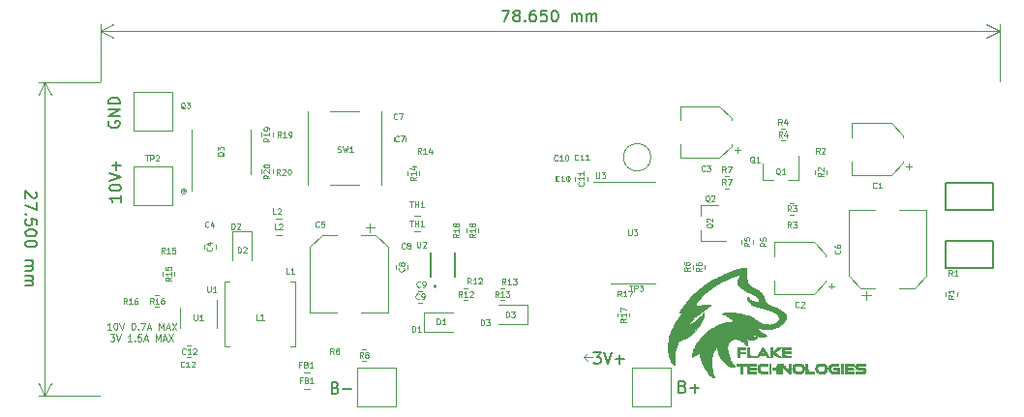
<source format=gbr>
G04 #@! TF.GenerationSoftware,KiCad,Pcbnew,(5.1.4)-1*
G04 #@! TF.CreationDate,2020-07-19T23:59:32-07:00*
G04 #@! TF.ProjectId,Main Board,4d61696e-2042-46f6-9172-642e6b696361,rev?*
G04 #@! TF.SameCoordinates,Original*
G04 #@! TF.FileFunction,Legend,Top*
G04 #@! TF.FilePolarity,Positive*
%FSLAX46Y46*%
G04 Gerber Fmt 4.6, Leading zero omitted, Abs format (unit mm)*
G04 Created by KiCad (PCBNEW (5.1.4)-1) date 2020-07-19 23:59:32*
%MOMM*%
%LPD*%
G04 APERTURE LIST*
%ADD10C,0.150000*%
%ADD11C,0.120000*%
%ADD12C,0.100000*%
%ADD13C,0.200000*%
%ADD14C,0.127000*%
%ADD15C,0.010000*%
G04 APERTURE END LIST*
D10*
X142154523Y-77512380D02*
X142821190Y-77512380D01*
X142392619Y-78512380D01*
X143345000Y-77940952D02*
X143249761Y-77893333D01*
X143202142Y-77845714D01*
X143154523Y-77750476D01*
X143154523Y-77702857D01*
X143202142Y-77607619D01*
X143249761Y-77560000D01*
X143345000Y-77512380D01*
X143535476Y-77512380D01*
X143630714Y-77560000D01*
X143678333Y-77607619D01*
X143725952Y-77702857D01*
X143725952Y-77750476D01*
X143678333Y-77845714D01*
X143630714Y-77893333D01*
X143535476Y-77940952D01*
X143345000Y-77940952D01*
X143249761Y-77988571D01*
X143202142Y-78036190D01*
X143154523Y-78131428D01*
X143154523Y-78321904D01*
X143202142Y-78417142D01*
X143249761Y-78464761D01*
X143345000Y-78512380D01*
X143535476Y-78512380D01*
X143630714Y-78464761D01*
X143678333Y-78417142D01*
X143725952Y-78321904D01*
X143725952Y-78131428D01*
X143678333Y-78036190D01*
X143630714Y-77988571D01*
X143535476Y-77940952D01*
X144154523Y-78417142D02*
X144202142Y-78464761D01*
X144154523Y-78512380D01*
X144106904Y-78464761D01*
X144154523Y-78417142D01*
X144154523Y-78512380D01*
X145059285Y-77512380D02*
X144868809Y-77512380D01*
X144773571Y-77560000D01*
X144725952Y-77607619D01*
X144630714Y-77750476D01*
X144583095Y-77940952D01*
X144583095Y-78321904D01*
X144630714Y-78417142D01*
X144678333Y-78464761D01*
X144773571Y-78512380D01*
X144964047Y-78512380D01*
X145059285Y-78464761D01*
X145106904Y-78417142D01*
X145154523Y-78321904D01*
X145154523Y-78083809D01*
X145106904Y-77988571D01*
X145059285Y-77940952D01*
X144964047Y-77893333D01*
X144773571Y-77893333D01*
X144678333Y-77940952D01*
X144630714Y-77988571D01*
X144583095Y-78083809D01*
X146059285Y-77512380D02*
X145583095Y-77512380D01*
X145535476Y-77988571D01*
X145583095Y-77940952D01*
X145678333Y-77893333D01*
X145916428Y-77893333D01*
X146011666Y-77940952D01*
X146059285Y-77988571D01*
X146106904Y-78083809D01*
X146106904Y-78321904D01*
X146059285Y-78417142D01*
X146011666Y-78464761D01*
X145916428Y-78512380D01*
X145678333Y-78512380D01*
X145583095Y-78464761D01*
X145535476Y-78417142D01*
X146725952Y-77512380D02*
X146821190Y-77512380D01*
X146916428Y-77560000D01*
X146964047Y-77607619D01*
X147011666Y-77702857D01*
X147059285Y-77893333D01*
X147059285Y-78131428D01*
X147011666Y-78321904D01*
X146964047Y-78417142D01*
X146916428Y-78464761D01*
X146821190Y-78512380D01*
X146725952Y-78512380D01*
X146630714Y-78464761D01*
X146583095Y-78417142D01*
X146535476Y-78321904D01*
X146487857Y-78131428D01*
X146487857Y-77893333D01*
X146535476Y-77702857D01*
X146583095Y-77607619D01*
X146630714Y-77560000D01*
X146725952Y-77512380D01*
X148249761Y-78512380D02*
X148249761Y-77845714D01*
X148249761Y-77940952D02*
X148297380Y-77893333D01*
X148392619Y-77845714D01*
X148535476Y-77845714D01*
X148630714Y-77893333D01*
X148678333Y-77988571D01*
X148678333Y-78512380D01*
X148678333Y-77988571D02*
X148725952Y-77893333D01*
X148821190Y-77845714D01*
X148964047Y-77845714D01*
X149059285Y-77893333D01*
X149106904Y-77988571D01*
X149106904Y-78512380D01*
X149583095Y-78512380D02*
X149583095Y-77845714D01*
X149583095Y-77940952D02*
X149630714Y-77893333D01*
X149725952Y-77845714D01*
X149868809Y-77845714D01*
X149964047Y-77893333D01*
X150011666Y-77988571D01*
X150011666Y-78512380D01*
X150011666Y-77988571D02*
X150059285Y-77893333D01*
X150154523Y-77845714D01*
X150297380Y-77845714D01*
X150392619Y-77893333D01*
X150440238Y-77988571D01*
X150440238Y-78512380D01*
D11*
X107020000Y-79330000D02*
X185670000Y-79330000D01*
X107020000Y-83770000D02*
X107020000Y-78743579D01*
X185670000Y-83770000D02*
X185670000Y-78743579D01*
X185670000Y-79330000D02*
X184543496Y-79916421D01*
X185670000Y-79330000D02*
X184543496Y-78743579D01*
X107020000Y-79330000D02*
X108146504Y-79916421D01*
X107020000Y-79330000D02*
X108146504Y-78743579D01*
D10*
X101362380Y-93387142D02*
X101410000Y-93434761D01*
X101457619Y-93530000D01*
X101457619Y-93768095D01*
X101410000Y-93863333D01*
X101362380Y-93910952D01*
X101267142Y-93958571D01*
X101171904Y-93958571D01*
X101029047Y-93910952D01*
X100457619Y-93339523D01*
X100457619Y-93958571D01*
X101457619Y-94291904D02*
X101457619Y-94958571D01*
X100457619Y-94530000D01*
X100552857Y-95339523D02*
X100505238Y-95387142D01*
X100457619Y-95339523D01*
X100505238Y-95291904D01*
X100552857Y-95339523D01*
X100457619Y-95339523D01*
X101457619Y-96291904D02*
X101457619Y-95815714D01*
X100981428Y-95768095D01*
X101029047Y-95815714D01*
X101076666Y-95910952D01*
X101076666Y-96149047D01*
X101029047Y-96244285D01*
X100981428Y-96291904D01*
X100886190Y-96339523D01*
X100648095Y-96339523D01*
X100552857Y-96291904D01*
X100505238Y-96244285D01*
X100457619Y-96149047D01*
X100457619Y-95910952D01*
X100505238Y-95815714D01*
X100552857Y-95768095D01*
X101457619Y-96958571D02*
X101457619Y-97053809D01*
X101410000Y-97149047D01*
X101362380Y-97196666D01*
X101267142Y-97244285D01*
X101076666Y-97291904D01*
X100838571Y-97291904D01*
X100648095Y-97244285D01*
X100552857Y-97196666D01*
X100505238Y-97149047D01*
X100457619Y-97053809D01*
X100457619Y-96958571D01*
X100505238Y-96863333D01*
X100552857Y-96815714D01*
X100648095Y-96768095D01*
X100838571Y-96720476D01*
X101076666Y-96720476D01*
X101267142Y-96768095D01*
X101362380Y-96815714D01*
X101410000Y-96863333D01*
X101457619Y-96958571D01*
X101457619Y-97910952D02*
X101457619Y-98006190D01*
X101410000Y-98101428D01*
X101362380Y-98149047D01*
X101267142Y-98196666D01*
X101076666Y-98244285D01*
X100838571Y-98244285D01*
X100648095Y-98196666D01*
X100552857Y-98149047D01*
X100505238Y-98101428D01*
X100457619Y-98006190D01*
X100457619Y-97910952D01*
X100505238Y-97815714D01*
X100552857Y-97768095D01*
X100648095Y-97720476D01*
X100838571Y-97672857D01*
X101076666Y-97672857D01*
X101267142Y-97720476D01*
X101362380Y-97768095D01*
X101410000Y-97815714D01*
X101457619Y-97910952D01*
X100457619Y-99434761D02*
X101124285Y-99434761D01*
X101029047Y-99434761D02*
X101076666Y-99482380D01*
X101124285Y-99577619D01*
X101124285Y-99720476D01*
X101076666Y-99815714D01*
X100981428Y-99863333D01*
X100457619Y-99863333D01*
X100981428Y-99863333D02*
X101076666Y-99910952D01*
X101124285Y-100006190D01*
X101124285Y-100149047D01*
X101076666Y-100244285D01*
X100981428Y-100291904D01*
X100457619Y-100291904D01*
X100457619Y-100768095D02*
X101124285Y-100768095D01*
X101029047Y-100768095D02*
X101076666Y-100815714D01*
X101124285Y-100910952D01*
X101124285Y-101053809D01*
X101076666Y-101149047D01*
X100981428Y-101196666D01*
X100457619Y-101196666D01*
X100981428Y-101196666D02*
X101076666Y-101244285D01*
X101124285Y-101339523D01*
X101124285Y-101482380D01*
X101076666Y-101577619D01*
X100981428Y-101625238D01*
X100457619Y-101625238D01*
D11*
X102180000Y-83780000D02*
X102180000Y-111280000D01*
X106950000Y-83780000D02*
X101593579Y-83780000D01*
X106950000Y-111280000D02*
X101593579Y-111280000D01*
X102180000Y-111280000D02*
X101593579Y-110153496D01*
X102180000Y-111280000D02*
X102766421Y-110153496D01*
X102180000Y-83780000D02*
X101593579Y-84906504D01*
X102180000Y-83780000D02*
X102766421Y-84906504D01*
D10*
X157962380Y-110438571D02*
X158105238Y-110486190D01*
X158152857Y-110533809D01*
X158200476Y-110629047D01*
X158200476Y-110771904D01*
X158152857Y-110867142D01*
X158105238Y-110914761D01*
X158010000Y-110962380D01*
X157629047Y-110962380D01*
X157629047Y-109962380D01*
X157962380Y-109962380D01*
X158057619Y-110010000D01*
X158105238Y-110057619D01*
X158152857Y-110152857D01*
X158152857Y-110248095D01*
X158105238Y-110343333D01*
X158057619Y-110390952D01*
X157962380Y-110438571D01*
X157629047Y-110438571D01*
X158629047Y-110581428D02*
X159390952Y-110581428D01*
X159010000Y-110962380D02*
X159010000Y-110200476D01*
X127582380Y-110528571D02*
X127725238Y-110576190D01*
X127772857Y-110623809D01*
X127820476Y-110719047D01*
X127820476Y-110861904D01*
X127772857Y-110957142D01*
X127725238Y-111004761D01*
X127630000Y-111052380D01*
X127249047Y-111052380D01*
X127249047Y-110052380D01*
X127582380Y-110052380D01*
X127677619Y-110100000D01*
X127725238Y-110147619D01*
X127772857Y-110242857D01*
X127772857Y-110338095D01*
X127725238Y-110433333D01*
X127677619Y-110480952D01*
X127582380Y-110528571D01*
X127249047Y-110528571D01*
X128249047Y-110671428D02*
X129010952Y-110671428D01*
D11*
X149330000Y-107860000D02*
X149670000Y-108230000D01*
X149330000Y-107870000D02*
X149660000Y-107540000D01*
X149330000Y-107870000D02*
X150090000Y-107870000D01*
D10*
X150179047Y-107442380D02*
X150798095Y-107442380D01*
X150464761Y-107823333D01*
X150607619Y-107823333D01*
X150702857Y-107870952D01*
X150750476Y-107918571D01*
X150798095Y-108013809D01*
X150798095Y-108251904D01*
X150750476Y-108347142D01*
X150702857Y-108394761D01*
X150607619Y-108442380D01*
X150321904Y-108442380D01*
X150226666Y-108394761D01*
X150179047Y-108347142D01*
X151083809Y-107442380D02*
X151417142Y-108442380D01*
X151750476Y-107442380D01*
X152083809Y-108061428D02*
X152845714Y-108061428D01*
X152464761Y-108442380D02*
X152464761Y-107680476D01*
D12*
X107954285Y-105471428D02*
X107611428Y-105471428D01*
X107782857Y-105471428D02*
X107782857Y-104871428D01*
X107725714Y-104957142D01*
X107668571Y-105014285D01*
X107611428Y-105042857D01*
X108325714Y-104871428D02*
X108382857Y-104871428D01*
X108440000Y-104900000D01*
X108468571Y-104928571D01*
X108497142Y-104985714D01*
X108525714Y-105100000D01*
X108525714Y-105242857D01*
X108497142Y-105357142D01*
X108468571Y-105414285D01*
X108440000Y-105442857D01*
X108382857Y-105471428D01*
X108325714Y-105471428D01*
X108268571Y-105442857D01*
X108240000Y-105414285D01*
X108211428Y-105357142D01*
X108182857Y-105242857D01*
X108182857Y-105100000D01*
X108211428Y-104985714D01*
X108240000Y-104928571D01*
X108268571Y-104900000D01*
X108325714Y-104871428D01*
X108697142Y-104871428D02*
X108897142Y-105471428D01*
X109097142Y-104871428D01*
X109868571Y-104871428D02*
X109925714Y-104871428D01*
X109982857Y-104900000D01*
X110011428Y-104928571D01*
X110040000Y-104985714D01*
X110068571Y-105100000D01*
X110068571Y-105242857D01*
X110040000Y-105357142D01*
X110011428Y-105414285D01*
X109982857Y-105442857D01*
X109925714Y-105471428D01*
X109868571Y-105471428D01*
X109811428Y-105442857D01*
X109782857Y-105414285D01*
X109754285Y-105357142D01*
X109725714Y-105242857D01*
X109725714Y-105100000D01*
X109754285Y-104985714D01*
X109782857Y-104928571D01*
X109811428Y-104900000D01*
X109868571Y-104871428D01*
X110325714Y-105414285D02*
X110354285Y-105442857D01*
X110325714Y-105471428D01*
X110297142Y-105442857D01*
X110325714Y-105414285D01*
X110325714Y-105471428D01*
X110554285Y-104871428D02*
X110954285Y-104871428D01*
X110697142Y-105471428D01*
X111154285Y-105300000D02*
X111440000Y-105300000D01*
X111097142Y-105471428D02*
X111297142Y-104871428D01*
X111497142Y-105471428D01*
X112154285Y-105471428D02*
X112154285Y-104871428D01*
X112354285Y-105300000D01*
X112554285Y-104871428D01*
X112554285Y-105471428D01*
X112811428Y-105300000D02*
X113097142Y-105300000D01*
X112754285Y-105471428D02*
X112954285Y-104871428D01*
X113154285Y-105471428D01*
X113297142Y-104871428D02*
X113697142Y-105471428D01*
X113697142Y-104871428D02*
X113297142Y-105471428D01*
X107868571Y-105871428D02*
X108240000Y-105871428D01*
X108040000Y-106100000D01*
X108125714Y-106100000D01*
X108182857Y-106128571D01*
X108211428Y-106157142D01*
X108240000Y-106214285D01*
X108240000Y-106357142D01*
X108211428Y-106414285D01*
X108182857Y-106442857D01*
X108125714Y-106471428D01*
X107954285Y-106471428D01*
X107897142Y-106442857D01*
X107868571Y-106414285D01*
X108411428Y-105871428D02*
X108611428Y-106471428D01*
X108811428Y-105871428D01*
X109782857Y-106471428D02*
X109440000Y-106471428D01*
X109611428Y-106471428D02*
X109611428Y-105871428D01*
X109554285Y-105957142D01*
X109497142Y-106014285D01*
X109440000Y-106042857D01*
X110040000Y-106414285D02*
X110068571Y-106442857D01*
X110040000Y-106471428D01*
X110011428Y-106442857D01*
X110040000Y-106414285D01*
X110040000Y-106471428D01*
X110611428Y-105871428D02*
X110325714Y-105871428D01*
X110297142Y-106157142D01*
X110325714Y-106128571D01*
X110382857Y-106100000D01*
X110525714Y-106100000D01*
X110582857Y-106128571D01*
X110611428Y-106157142D01*
X110640000Y-106214285D01*
X110640000Y-106357142D01*
X110611428Y-106414285D01*
X110582857Y-106442857D01*
X110525714Y-106471428D01*
X110382857Y-106471428D01*
X110325714Y-106442857D01*
X110297142Y-106414285D01*
X110868571Y-106300000D02*
X111154285Y-106300000D01*
X110811428Y-106471428D02*
X111011428Y-105871428D01*
X111211428Y-106471428D01*
X111868571Y-106471428D02*
X111868571Y-105871428D01*
X112068571Y-106300000D01*
X112268571Y-105871428D01*
X112268571Y-106471428D01*
X112525714Y-106300000D02*
X112811428Y-106300000D01*
X112468571Y-106471428D02*
X112668571Y-105871428D01*
X112868571Y-106471428D01*
X113011428Y-105871428D02*
X113411428Y-106471428D01*
X113411428Y-105871428D02*
X113011428Y-106471428D01*
D10*
X107770000Y-87231904D02*
X107722380Y-87327142D01*
X107722380Y-87470000D01*
X107770000Y-87612857D01*
X107865238Y-87708095D01*
X107960476Y-87755714D01*
X108150952Y-87803333D01*
X108293809Y-87803333D01*
X108484285Y-87755714D01*
X108579523Y-87708095D01*
X108674761Y-87612857D01*
X108722380Y-87470000D01*
X108722380Y-87374761D01*
X108674761Y-87231904D01*
X108627142Y-87184285D01*
X108293809Y-87184285D01*
X108293809Y-87374761D01*
X108722380Y-86755714D02*
X107722380Y-86755714D01*
X108722380Y-86184285D01*
X107722380Y-86184285D01*
X108722380Y-85708095D02*
X107722380Y-85708095D01*
X107722380Y-85470000D01*
X107770000Y-85327142D01*
X107865238Y-85231904D01*
X107960476Y-85184285D01*
X108150952Y-85136666D01*
X108293809Y-85136666D01*
X108484285Y-85184285D01*
X108579523Y-85231904D01*
X108674761Y-85327142D01*
X108722380Y-85470000D01*
X108722380Y-85708095D01*
X108822380Y-93718095D02*
X108822380Y-94289523D01*
X108822380Y-94003809D02*
X107822380Y-94003809D01*
X107965238Y-94099047D01*
X108060476Y-94194285D01*
X108108095Y-94289523D01*
X107822380Y-93099047D02*
X107822380Y-93003809D01*
X107870000Y-92908571D01*
X107917619Y-92860952D01*
X108012857Y-92813333D01*
X108203333Y-92765714D01*
X108441428Y-92765714D01*
X108631904Y-92813333D01*
X108727142Y-92860952D01*
X108774761Y-92908571D01*
X108822380Y-93003809D01*
X108822380Y-93099047D01*
X108774761Y-93194285D01*
X108727142Y-93241904D01*
X108631904Y-93289523D01*
X108441428Y-93337142D01*
X108203333Y-93337142D01*
X108012857Y-93289523D01*
X107917619Y-93241904D01*
X107870000Y-93194285D01*
X107822380Y-93099047D01*
X107822380Y-92480000D02*
X108822380Y-92146666D01*
X107822380Y-91813333D01*
X108441428Y-91480000D02*
X108441428Y-90718095D01*
X108822380Y-91099047D02*
X108060476Y-91099047D01*
D13*
X136390000Y-101680000D02*
G75*
G03X136390000Y-101680000I-100000J0D01*
G01*
D14*
X138040000Y-98730000D02*
X138040000Y-100830000D01*
X135940000Y-100830000D02*
X135940000Y-98730000D01*
D11*
X124090000Y-101280000D02*
X123640000Y-101280000D01*
X117890000Y-101280000D02*
X118340000Y-101280000D01*
X117890000Y-106970000D02*
X118340000Y-106970000D01*
X117890000Y-106970000D02*
X117890000Y-101270000D01*
X124090000Y-106970000D02*
X123640000Y-106970000D01*
X124090000Y-101280000D02*
X124090000Y-106970000D01*
X173638750Y-102473750D02*
X174426250Y-102473750D01*
X174032500Y-102867500D02*
X174032500Y-102080000D01*
X178225563Y-101840000D02*
X179290000Y-100775563D01*
X173534437Y-101840000D02*
X172470000Y-100775563D01*
X173534437Y-101840000D02*
X174820000Y-101840000D01*
X178225563Y-101840000D02*
X176940000Y-101840000D01*
X179290000Y-100775563D02*
X179290000Y-95020000D01*
X172470000Y-100775563D02*
X172470000Y-95020000D01*
X172470000Y-95020000D02*
X174820000Y-95020000D01*
X179290000Y-95020000D02*
X176940000Y-95020000D01*
X131011250Y-96536250D02*
X130223750Y-96536250D01*
X130617500Y-96142500D02*
X130617500Y-96930000D01*
X126424437Y-97170000D02*
X125360000Y-98234437D01*
X131115563Y-97170000D02*
X132180000Y-98234437D01*
X131115563Y-97170000D02*
X129830000Y-97170000D01*
X126424437Y-97170000D02*
X127710000Y-97170000D01*
X125360000Y-98234437D02*
X125360000Y-103990000D01*
X132180000Y-98234437D02*
X132180000Y-103990000D01*
X132180000Y-103990000D02*
X129830000Y-103990000D01*
X125360000Y-103990000D02*
X127710000Y-103990000D01*
X162740000Y-89990000D02*
X162740000Y-89490000D01*
X162990000Y-89740000D02*
X162490000Y-89740000D01*
X162250000Y-86984437D02*
X161185563Y-85920000D01*
X162250000Y-89375563D02*
X161185563Y-90440000D01*
X162250000Y-89375563D02*
X162250000Y-89240000D01*
X162250000Y-86984437D02*
X162250000Y-87120000D01*
X161185563Y-85920000D02*
X157730000Y-85920000D01*
X161185563Y-90440000D02*
X157730000Y-90440000D01*
X157730000Y-90440000D02*
X157730000Y-89240000D01*
X157730000Y-85920000D02*
X157730000Y-87120000D01*
X170970000Y-101890000D02*
X170970000Y-101390000D01*
X171220000Y-101640000D02*
X170720000Y-101640000D01*
X170480000Y-98884437D02*
X169415563Y-97820000D01*
X170480000Y-101275563D02*
X169415563Y-102340000D01*
X170480000Y-101275563D02*
X170480000Y-101140000D01*
X170480000Y-98884437D02*
X170480000Y-99020000D01*
X169415563Y-97820000D02*
X165960000Y-97820000D01*
X169415563Y-102340000D02*
X165960000Y-102340000D01*
X165960000Y-102340000D02*
X165960000Y-101140000D01*
X165960000Y-97820000D02*
X165960000Y-99020000D01*
X177750000Y-91470000D02*
X177750000Y-90970000D01*
X178000000Y-91220000D02*
X177500000Y-91220000D01*
X177260000Y-88464437D02*
X176195563Y-87400000D01*
X177260000Y-90855563D02*
X176195563Y-91920000D01*
X177260000Y-90855563D02*
X177260000Y-90720000D01*
X177260000Y-88464437D02*
X177260000Y-88600000D01*
X176195563Y-87400000D02*
X172740000Y-87400000D01*
X176195563Y-91920000D02*
X172740000Y-91920000D01*
X172740000Y-91920000D02*
X172740000Y-90720000D01*
X172740000Y-87400000D02*
X172740000Y-88600000D01*
D15*
G36*
X163432691Y-100044040D02*
G01*
X163459960Y-100061405D01*
X163487843Y-100097869D01*
X163514392Y-100150593D01*
X163525528Y-100179271D01*
X163530643Y-100196075D01*
X163534945Y-100216912D01*
X163538565Y-100244058D01*
X163541634Y-100279787D01*
X163544284Y-100326376D01*
X163546645Y-100386101D01*
X163548849Y-100461237D01*
X163551026Y-100554060D01*
X163553149Y-100658608D01*
X163555772Y-100782192D01*
X163558565Y-100886024D01*
X163561716Y-100972440D01*
X163565412Y-101043776D01*
X163569838Y-101102366D01*
X163575183Y-101150547D01*
X163581633Y-101190653D01*
X163589375Y-101225021D01*
X163598595Y-101255985D01*
X163601640Y-101264856D01*
X163620596Y-101306434D01*
X163651302Y-101360012D01*
X163690649Y-101421254D01*
X163735524Y-101485820D01*
X163782817Y-101549374D01*
X163829416Y-101607578D01*
X163872209Y-101656094D01*
X163905370Y-101688296D01*
X163925403Y-101701974D01*
X163962546Y-101723928D01*
X164014088Y-101752686D01*
X164077316Y-101786779D01*
X164149521Y-101824735D01*
X164227991Y-101865084D01*
X164277350Y-101890030D01*
X164399414Y-101952130D01*
X164503472Y-102007348D01*
X164591777Y-102057604D01*
X164666582Y-102104816D01*
X164730139Y-102150904D01*
X164784701Y-102197786D01*
X164832521Y-102247380D01*
X164875850Y-102301607D01*
X164916943Y-102362384D01*
X164958051Y-102431630D01*
X164997107Y-102503124D01*
X165017540Y-102545746D01*
X165040173Y-102599805D01*
X165063381Y-102660569D01*
X165085540Y-102723308D01*
X165105025Y-102783292D01*
X165120211Y-102835789D01*
X165129475Y-102876070D01*
X165131566Y-102894642D01*
X165136270Y-102910393D01*
X165148851Y-102940430D01*
X165167015Y-102979433D01*
X165176329Y-102998356D01*
X165205681Y-103051953D01*
X165235535Y-103093253D01*
X165272740Y-103131113D01*
X165291859Y-103147826D01*
X165363793Y-103202561D01*
X165453213Y-103260357D01*
X165556141Y-103319058D01*
X165668602Y-103376507D01*
X165786618Y-103430546D01*
X165893566Y-103474203D01*
X166032473Y-103528772D01*
X166162520Y-103582362D01*
X166281465Y-103633961D01*
X166387066Y-103682554D01*
X166477083Y-103727127D01*
X166549276Y-103766666D01*
X166576041Y-103782986D01*
X166685190Y-103854184D01*
X166775823Y-103917082D01*
X166849349Y-103972907D01*
X166907180Y-104022887D01*
X166950725Y-104068246D01*
X166981395Y-104110213D01*
X167000600Y-104150012D01*
X167001662Y-104153076D01*
X167013708Y-104207642D01*
X167019203Y-104274726D01*
X167018129Y-104345743D01*
X167010464Y-104412112D01*
X167002358Y-104447278D01*
X166962253Y-104549251D01*
X166901081Y-104654868D01*
X166819415Y-104763355D01*
X166717831Y-104873937D01*
X166613714Y-104971232D01*
X166493260Y-105071649D01*
X166379685Y-105154847D01*
X166269273Y-105222985D01*
X166158309Y-105278225D01*
X166043078Y-105322726D01*
X165970870Y-105345023D01*
X165907076Y-105362625D01*
X165851132Y-105376590D01*
X165799409Y-105387217D01*
X165748277Y-105394810D01*
X165694105Y-105399670D01*
X165633263Y-105402098D01*
X165562121Y-105402397D01*
X165477049Y-105400868D01*
X165374417Y-105397813D01*
X165346913Y-105396892D01*
X165187994Y-105389937D01*
X165038519Y-105380304D01*
X164901118Y-105368250D01*
X164778417Y-105354034D01*
X164673044Y-105337912D01*
X164603554Y-105323946D01*
X164565988Y-105315651D01*
X164536880Y-105309859D01*
X164523489Y-105307913D01*
X164513946Y-105316623D01*
X164514982Y-105339864D01*
X164525696Y-105373296D01*
X164545183Y-105412583D01*
X164545323Y-105412826D01*
X164580275Y-105465692D01*
X164622895Y-105515317D01*
X164675674Y-105563697D01*
X164741101Y-105612831D01*
X164821668Y-105664715D01*
X164919863Y-105721346D01*
X164951849Y-105738864D01*
X165048201Y-105793659D01*
X165129247Y-105845044D01*
X165193737Y-105892077D01*
X165240416Y-105933816D01*
X165268033Y-105969318D01*
X165273075Y-105980415D01*
X165284858Y-106014214D01*
X165213100Y-106036378D01*
X165117346Y-106058291D01*
X165006598Y-106070482D01*
X164885717Y-106072912D01*
X164759560Y-106065542D01*
X164632987Y-106048332D01*
X164596475Y-106041410D01*
X164521419Y-106024045D01*
X164433246Y-106000172D01*
X164339152Y-105971957D01*
X164246332Y-105941566D01*
X164161982Y-105911168D01*
X164154590Y-105908327D01*
X164109398Y-105892071D01*
X164058094Y-105875541D01*
X164005123Y-105859929D01*
X163954932Y-105846425D01*
X163911970Y-105836221D01*
X163880681Y-105830508D01*
X163865513Y-105830477D01*
X163865100Y-105830784D01*
X163864546Y-105845548D01*
X163877921Y-105869575D01*
X163901868Y-105898379D01*
X163933030Y-105927471D01*
X163943795Y-105935971D01*
X164014140Y-105983337D01*
X164085921Y-106018806D01*
X164164747Y-106044379D01*
X164256224Y-106062055D01*
X164318597Y-106069609D01*
X164363848Y-106075339D01*
X164401077Y-106082201D01*
X164424498Y-106089039D01*
X164428828Y-106091628D01*
X164432429Y-106109462D01*
X164423157Y-106137368D01*
X164404125Y-106170179D01*
X164378446Y-106202727D01*
X164349234Y-106229845D01*
X164342744Y-106234500D01*
X164293809Y-106263358D01*
X164237398Y-106287746D01*
X164168059Y-106309779D01*
X164111214Y-106324382D01*
X164010487Y-106341862D01*
X163912492Y-106344348D01*
X163813420Y-106331259D01*
X163709458Y-106302013D01*
X163596796Y-106256031D01*
X163565295Y-106241110D01*
X163492629Y-106208386D01*
X163434459Y-106187695D01*
X163391839Y-106179322D01*
X163365823Y-106183554D01*
X163362442Y-106186196D01*
X163367375Y-106195780D01*
X163385327Y-106217008D01*
X163413212Y-106246411D01*
X163437116Y-106270123D01*
X163516846Y-106361219D01*
X163575997Y-106459727D01*
X163614336Y-106565117D01*
X163631633Y-106676858D01*
X163632665Y-106718326D01*
X163630992Y-106769107D01*
X163626065Y-106804771D01*
X163616566Y-106832202D01*
X163607807Y-106848087D01*
X163590484Y-106872426D01*
X163576347Y-106886068D01*
X163573286Y-106887130D01*
X163563213Y-106878437D01*
X163544501Y-106855035D01*
X163520225Y-106820944D01*
X163503610Y-106796021D01*
X163465049Y-106740786D01*
X163424024Y-106691222D01*
X163377220Y-106644351D01*
X163321324Y-106597192D01*
X163253021Y-106546768D01*
X163168998Y-106490099D01*
X163148261Y-106476620D01*
X163060227Y-106425835D01*
X162961920Y-106379573D01*
X162859226Y-106339962D01*
X162758030Y-106309129D01*
X162664216Y-106289202D01*
X162613653Y-106283347D01*
X162542036Y-106283998D01*
X162459565Y-106293718D01*
X162374726Y-106310900D01*
X162296002Y-106333942D01*
X162250555Y-106352017D01*
X162151965Y-106408903D01*
X162067268Y-106482629D01*
X161996823Y-106572582D01*
X161940988Y-106678145D01*
X161900123Y-106798706D01*
X161874585Y-106933649D01*
X161867587Y-107007689D01*
X161865608Y-107043823D01*
X161864963Y-107077174D01*
X161866015Y-107111193D01*
X161869126Y-107149329D01*
X161874661Y-107195034D01*
X161882981Y-107251757D01*
X161894451Y-107322950D01*
X161909432Y-107412063D01*
X161911247Y-107422739D01*
X161935732Y-107547472D01*
X161967197Y-107672550D01*
X162006897Y-107801884D01*
X162056090Y-107939386D01*
X162116030Y-108088969D01*
X162152974Y-108175373D01*
X162220125Y-108311610D01*
X162297047Y-108432279D01*
X162387669Y-108543111D01*
X162446853Y-108603976D01*
X162481039Y-108639965D01*
X162498397Y-108666906D01*
X162500053Y-108688613D01*
X162487136Y-108708899D01*
X162479930Y-108715875D01*
X162462834Y-108727358D01*
X162439801Y-108733225D01*
X162404502Y-108734608D01*
X162378953Y-108733920D01*
X162259386Y-108722159D01*
X162149086Y-108695195D01*
X162039462Y-108650829D01*
X162022826Y-108642677D01*
X161867961Y-108553427D01*
X161720162Y-108445105D01*
X161581180Y-108320077D01*
X161452763Y-108180710D01*
X161336663Y-108029369D01*
X161234629Y-107868419D01*
X161148411Y-107700228D01*
X161079759Y-107527161D01*
X161030422Y-107351584D01*
X161016695Y-107282367D01*
X161009732Y-107224475D01*
X161005589Y-107151491D01*
X161004238Y-107070223D01*
X161005648Y-106987480D01*
X161009790Y-106910073D01*
X161016636Y-106844809D01*
X161018643Y-106831913D01*
X161025165Y-106793260D01*
X160963836Y-106859233D01*
X160941794Y-106884839D01*
X160919045Y-106915624D01*
X160893992Y-106954245D01*
X160865040Y-107003360D01*
X160830591Y-107065626D01*
X160789050Y-107143700D01*
X160762887Y-107193793D01*
X160723988Y-107269185D01*
X160686701Y-107342497D01*
X160652803Y-107410156D01*
X160624068Y-107468592D01*
X160602272Y-107514235D01*
X160590150Y-107541201D01*
X160557823Y-107630694D01*
X160528192Y-107736651D01*
X160502183Y-107853517D01*
X160480722Y-107975739D01*
X160464736Y-108097765D01*
X160455151Y-108214041D01*
X160452895Y-108319015D01*
X160454213Y-108355913D01*
X160462293Y-108479407D01*
X160472554Y-108592003D01*
X160485998Y-108702096D01*
X160503629Y-108818084D01*
X160522125Y-108924652D01*
X160548289Y-109060871D01*
X160574473Y-109178962D01*
X160601825Y-109282854D01*
X160631490Y-109376477D01*
X160664616Y-109463761D01*
X160702348Y-109548635D01*
X160707074Y-109558500D01*
X160724523Y-109604457D01*
X160725432Y-109636226D01*
X160709528Y-109654034D01*
X160676542Y-109658111D01*
X160626204Y-109648687D01*
X160607148Y-109643095D01*
X160556589Y-109620159D01*
X160498516Y-109581985D01*
X160437252Y-109531983D01*
X160377121Y-109473560D01*
X160341402Y-109433533D01*
X160229644Y-109297737D01*
X160131941Y-109172568D01*
X160045682Y-109054153D01*
X159968260Y-108938621D01*
X159897065Y-108822100D01*
X159829488Y-108700721D01*
X159771445Y-108587826D01*
X159706287Y-108454762D01*
X159651575Y-108338311D01*
X159606349Y-108236176D01*
X159569645Y-108146057D01*
X159540502Y-108065655D01*
X159517958Y-107992673D01*
X159510274Y-107963869D01*
X159495931Y-107901076D01*
X159481798Y-107828021D01*
X159468746Y-107750472D01*
X159457648Y-107674199D01*
X159449376Y-107604968D01*
X159444802Y-107548549D01*
X159444174Y-107526639D01*
X159442691Y-107499342D01*
X159438996Y-107484423D01*
X159437636Y-107483478D01*
X159426721Y-107489581D01*
X159401519Y-107506274D01*
X159365587Y-107531129D01*
X159322482Y-107561721D01*
X159314588Y-107567397D01*
X159222478Y-107630241D01*
X159134970Y-107681741D01*
X159042332Y-107727354D01*
X158985870Y-107751826D01*
X158938231Y-107770468D01*
X158887922Y-107788129D01*
X158839533Y-107803446D01*
X158797652Y-107815058D01*
X158766869Y-107821602D01*
X158751772Y-107821717D01*
X158751393Y-107821421D01*
X158749149Y-107806123D01*
X158752466Y-107772944D01*
X158760644Y-107725184D01*
X158772983Y-107666144D01*
X158788783Y-107599123D01*
X158807344Y-107527422D01*
X158827966Y-107454342D01*
X158832441Y-107439304D01*
X158910487Y-107212737D01*
X159006860Y-106993220D01*
X159055248Y-106898174D01*
X159132710Y-106763253D01*
X159226001Y-106619769D01*
X159332426Y-106471193D01*
X159449293Y-106320993D01*
X159573910Y-106172641D01*
X159703582Y-106029606D01*
X159826843Y-105903918D01*
X159949954Y-105785672D01*
X160063293Y-105682022D01*
X160170645Y-105590130D01*
X160275796Y-105507155D01*
X160382530Y-105430257D01*
X160494634Y-105356596D01*
X160615892Y-105283333D01*
X160750090Y-105207628D01*
X160767947Y-105197860D01*
X160918035Y-105118257D01*
X161057517Y-105049533D01*
X161189889Y-104990686D01*
X161318644Y-104940716D01*
X161447279Y-104898621D01*
X161579286Y-104863401D01*
X161718162Y-104834055D01*
X161867400Y-104809582D01*
X162030495Y-104788982D01*
X162210942Y-104771252D01*
X162276826Y-104765704D01*
X162335391Y-104760448D01*
X162386210Y-104754949D01*
X162425171Y-104749724D01*
X162448167Y-104745290D01*
X162452311Y-104743608D01*
X162450128Y-104731901D01*
X162433904Y-104708913D01*
X162406504Y-104677579D01*
X162370792Y-104640832D01*
X162329631Y-104601608D01*
X162285887Y-104562840D01*
X162242422Y-104527463D01*
X162238174Y-104524204D01*
X162182115Y-104484212D01*
X162109878Y-104436949D01*
X162025227Y-104384641D01*
X161931928Y-104329511D01*
X161833744Y-104273783D01*
X161734440Y-104219680D01*
X161637780Y-104169426D01*
X161636305Y-104168680D01*
X161562815Y-104131134D01*
X161507205Y-104101655D01*
X161467349Y-104078940D01*
X161441126Y-104061687D01*
X161426412Y-104048593D01*
X161421083Y-104038358D01*
X161420957Y-104036627D01*
X161427369Y-104029427D01*
X161447796Y-104021322D01*
X161484026Y-104011873D01*
X161537846Y-104000638D01*
X161611044Y-103987178D01*
X161647348Y-103980867D01*
X161783229Y-103963827D01*
X161937459Y-103955939D01*
X162108337Y-103957093D01*
X162294162Y-103967176D01*
X162493234Y-103986077D01*
X162703850Y-104013686D01*
X162924311Y-104049889D01*
X163043473Y-104072310D01*
X163110391Y-104086073D01*
X163177359Y-104100949D01*
X163237861Y-104115419D01*
X163285379Y-104127963D01*
X163297473Y-104131536D01*
X163340943Y-104144489D01*
X163398474Y-104160995D01*
X163462770Y-104178992D01*
X163526534Y-104196412D01*
X163530261Y-104197415D01*
X163704829Y-104252583D01*
X163883519Y-104324456D01*
X164060492Y-104410104D01*
X164229911Y-104506596D01*
X164385938Y-104611002D01*
X164448275Y-104658243D01*
X164561603Y-104742788D01*
X164668431Y-104811414D01*
X164774078Y-104866865D01*
X164883862Y-104911879D01*
X165003103Y-104949199D01*
X165023433Y-104954645D01*
X165174715Y-104989474D01*
X165319062Y-105011852D01*
X165466750Y-105023108D01*
X165567783Y-105025088D01*
X165674298Y-105023473D01*
X165762982Y-105017667D01*
X165837880Y-105006531D01*
X165903036Y-104988927D01*
X165962495Y-104963718D01*
X166020301Y-104929766D01*
X166080498Y-104885932D01*
X166090525Y-104878003D01*
X166181384Y-104801035D01*
X166253011Y-104730188D01*
X166306869Y-104663871D01*
X166342776Y-104603888D01*
X166368946Y-104525878D01*
X166375662Y-104439334D01*
X166362929Y-104346170D01*
X166341992Y-104276807D01*
X166314839Y-104215179D01*
X166279994Y-104160234D01*
X166234604Y-104109056D01*
X166175816Y-104058728D01*
X166100778Y-104006334D01*
X166041174Y-103969333D01*
X165991252Y-103939846D01*
X165946055Y-103914438D01*
X165902537Y-103891867D01*
X165857652Y-103870891D01*
X165808356Y-103850269D01*
X165751603Y-103828759D01*
X165684347Y-103805119D01*
X165603543Y-103778107D01*
X165506145Y-103746482D01*
X165451826Y-103729050D01*
X165367998Y-103702120D01*
X165283059Y-103674671D01*
X165201735Y-103648243D01*
X165128756Y-103624375D01*
X165068846Y-103604606D01*
X165037696Y-103594193D01*
X164969694Y-103573172D01*
X164891093Y-103551826D01*
X164813141Y-103533088D01*
X164764418Y-103522984D01*
X164694234Y-103508795D01*
X164613675Y-103490927D01*
X164527879Y-103470666D01*
X164441989Y-103449298D01*
X164361144Y-103428110D01*
X164290485Y-103408388D01*
X164235152Y-103391419D01*
X164225069Y-103388019D01*
X164184470Y-103372465D01*
X164134236Y-103351082D01*
X164084371Y-103328152D01*
X164078172Y-103325150D01*
X164045240Y-103308199D01*
X164016488Y-103290648D01*
X163988339Y-103269474D01*
X163957218Y-103241653D01*
X163919546Y-103204163D01*
X163871748Y-103153980D01*
X163856832Y-103138065D01*
X163782775Y-103057657D01*
X163723649Y-102990118D01*
X163678267Y-102933216D01*
X163645440Y-102884721D01*
X163623981Y-102842402D01*
X163612702Y-102804028D01*
X163610413Y-102767369D01*
X163615928Y-102730194D01*
X163624233Y-102701344D01*
X163636517Y-102669010D01*
X163648062Y-102646146D01*
X163653221Y-102639997D01*
X163670373Y-102641272D01*
X163697923Y-102656143D01*
X163731747Y-102681563D01*
X163767722Y-102714485D01*
X163796954Y-102746146D01*
X163882056Y-102832648D01*
X163974429Y-102899167D01*
X164076280Y-102947220D01*
X164102395Y-102956178D01*
X164196134Y-102981829D01*
X164294556Y-103001114D01*
X164388964Y-103012573D01*
X164454048Y-103015142D01*
X164502171Y-103009145D01*
X164551764Y-102993761D01*
X164596945Y-102971839D01*
X164631830Y-102946228D01*
X164650441Y-102920058D01*
X164651556Y-102885590D01*
X164636643Y-102840219D01*
X164607359Y-102786273D01*
X164565362Y-102726077D01*
X164512311Y-102661960D01*
X164449862Y-102596248D01*
X164379674Y-102531268D01*
X164363730Y-102517615D01*
X164323075Y-102484636D01*
X164282643Y-102455195D01*
X164238136Y-102426659D01*
X164185253Y-102396392D01*
X164119695Y-102361761D01*
X164059927Y-102331493D01*
X163983769Y-102293855D01*
X163900609Y-102253572D01*
X163817457Y-102213985D01*
X163741322Y-102178439D01*
X163689970Y-102155064D01*
X163554205Y-102093004D01*
X163436670Y-102036211D01*
X163334626Y-101983012D01*
X163245335Y-101931733D01*
X163166058Y-101880703D01*
X163094056Y-101828248D01*
X163026592Y-101772695D01*
X162960926Y-101712372D01*
X162953551Y-101705233D01*
X162902444Y-101654398D01*
X162864674Y-101613664D01*
X162836799Y-101578769D01*
X162815381Y-101545448D01*
X162798942Y-101513623D01*
X162783806Y-101480618D01*
X162773616Y-101453491D01*
X162767403Y-101426474D01*
X162764199Y-101393795D01*
X162763035Y-101349686D01*
X162762925Y-101299130D01*
X162763396Y-101239614D01*
X162765205Y-101196346D01*
X162769228Y-101163493D01*
X162776340Y-101135223D01*
X162787418Y-101105700D01*
X162794431Y-101089304D01*
X162814786Y-101040750D01*
X162837340Y-100984086D01*
X162856052Y-100934695D01*
X162874441Y-100887030D01*
X162894068Y-100840212D01*
X162910825Y-100804023D01*
X162911495Y-100802705D01*
X162929149Y-100764746D01*
X162946977Y-100720846D01*
X162962637Y-100677491D01*
X162973788Y-100641169D01*
X162978087Y-100618367D01*
X162978087Y-100618227D01*
X162968987Y-100605800D01*
X162958105Y-100603391D01*
X162941112Y-100607056D01*
X162908361Y-100616911D01*
X162864720Y-100631243D01*
X162815056Y-100648342D01*
X162764237Y-100666497D01*
X162717131Y-100683995D01*
X162678606Y-100699126D01*
X162653528Y-100710178D01*
X162651736Y-100711105D01*
X162635356Y-100718055D01*
X162601474Y-100731142D01*
X162553406Y-100749131D01*
X162494470Y-100770786D01*
X162427984Y-100794870D01*
X162396967Y-100806000D01*
X162275825Y-100849845D01*
X162170224Y-100889312D01*
X162074631Y-100926645D01*
X161983516Y-100964084D01*
X161891346Y-101003871D01*
X161792590Y-101048249D01*
X161742933Y-101071049D01*
X161550948Y-101164633D01*
X161348618Y-101272514D01*
X161139994Y-101392236D01*
X160929124Y-101521343D01*
X160720058Y-101657381D01*
X160516846Y-101797892D01*
X160381677Y-101896530D01*
X160303352Y-101956772D01*
X160212881Y-102029297D01*
X160113926Y-102110962D01*
X160010149Y-102198627D01*
X159905212Y-102289150D01*
X159802778Y-102379388D01*
X159706510Y-102466201D01*
X159620068Y-102546446D01*
X159584734Y-102580174D01*
X159507192Y-102658826D01*
X159433349Y-102741082D01*
X159364385Y-102825009D01*
X159301480Y-102908672D01*
X159245816Y-102990140D01*
X159198573Y-103067480D01*
X159160932Y-103138758D01*
X159134073Y-103202041D01*
X159119177Y-103255396D01*
X159117425Y-103296891D01*
X159129997Y-103324593D01*
X159130018Y-103324614D01*
X159137563Y-103330550D01*
X159148564Y-103334977D01*
X159165761Y-103338009D01*
X159191891Y-103339761D01*
X159229692Y-103340346D01*
X159281902Y-103339880D01*
X159351260Y-103338476D01*
X159420897Y-103336756D01*
X159508979Y-103334225D01*
X159601425Y-103331099D01*
X159692148Y-103327618D01*
X159775065Y-103324019D01*
X159844090Y-103320541D01*
X159863638Y-103319409D01*
X159980486Y-103313506D01*
X160087038Y-103310465D01*
X160181612Y-103310202D01*
X160262527Y-103312634D01*
X160328102Y-103317677D01*
X160376653Y-103325248D01*
X160406501Y-103335263D01*
X160416000Y-103346850D01*
X160406770Y-103357480D01*
X160382375Y-103373975D01*
X160347758Y-103393059D01*
X160341457Y-103396205D01*
X160229072Y-103456653D01*
X160106795Y-103531764D01*
X159978484Y-103618916D01*
X159847993Y-103715485D01*
X159719180Y-103818848D01*
X159714740Y-103822565D01*
X159676050Y-103853280D01*
X159629339Y-103887955D01*
X159588170Y-103916723D01*
X159551919Y-103942763D01*
X159505091Y-103978865D01*
X159453578Y-104020373D01*
X159403273Y-104062631D01*
X159400431Y-104065081D01*
X159347777Y-104110123D01*
X159291289Y-104157757D01*
X159237866Y-104202203D01*
X159195696Y-104236642D01*
X159076206Y-104334800D01*
X158971385Y-104425650D01*
X158876977Y-104513275D01*
X158788728Y-104601759D01*
X158702383Y-104695184D01*
X158624808Y-104784477D01*
X158582471Y-104834620D01*
X158552605Y-104870878D01*
X158533285Y-104896118D01*
X158522590Y-104913211D01*
X158518595Y-104925023D01*
X158519378Y-104934422D01*
X158521020Y-104939269D01*
X158536726Y-104951229D01*
X158568557Y-104952239D01*
X158613990Y-104943189D01*
X158670504Y-104924970D01*
X158735577Y-104898469D01*
X158806687Y-104864578D01*
X158881312Y-104824185D01*
X158930653Y-104794775D01*
X159006639Y-104746161D01*
X159080986Y-104695057D01*
X159156553Y-104639208D01*
X159236203Y-104576364D01*
X159322793Y-104504271D01*
X159419185Y-104420675D01*
X159521479Y-104329422D01*
X159587004Y-104268957D01*
X159637859Y-104218564D01*
X159677022Y-104175039D01*
X159707476Y-104135178D01*
X159720261Y-104115790D01*
X159750471Y-104067770D01*
X159771300Y-104035649D01*
X159785101Y-104016609D01*
X159794223Y-104007836D01*
X159801018Y-104006514D01*
X159807836Y-104009826D01*
X159808423Y-104010189D01*
X159814903Y-104020232D01*
X159818296Y-104042519D01*
X159818817Y-104080298D01*
X159816713Y-104136115D01*
X159804487Y-104246929D01*
X159778180Y-104356440D01*
X159736129Y-104471219D01*
X159725660Y-104495436D01*
X159707464Y-104533558D01*
X159680069Y-104587061D01*
X159645497Y-104652304D01*
X159605772Y-104725645D01*
X159562915Y-104803442D01*
X159518951Y-104882054D01*
X159475901Y-104957840D01*
X159435790Y-105027157D01*
X159400640Y-105086363D01*
X159372474Y-105131818D01*
X159370106Y-105135487D01*
X159221651Y-105344421D01*
X159053013Y-105544514D01*
X158864309Y-105735631D01*
X158814128Y-105781887D01*
X158692970Y-105885254D01*
X158568702Y-105978124D01*
X158437656Y-106062660D01*
X158296163Y-106141027D01*
X158140555Y-106215389D01*
X157967166Y-106287910D01*
X157935556Y-106300250D01*
X157862543Y-106328897D01*
X157794275Y-106356449D01*
X157734158Y-106381470D01*
X157685601Y-106402523D01*
X157652013Y-106418174D01*
X157639569Y-106424930D01*
X157614639Y-106445140D01*
X157591512Y-106474610D01*
X157566709Y-106518166D01*
X157554286Y-106543206D01*
X157497778Y-106669675D01*
X157443409Y-106808700D01*
X157393703Y-106952889D01*
X157351181Y-107094854D01*
X157318367Y-107227204D01*
X157314382Y-107246043D01*
X157299831Y-107319184D01*
X157287759Y-107386711D01*
X157277931Y-107451762D01*
X157270114Y-107517476D01*
X157264073Y-107586991D01*
X157259574Y-107663446D01*
X157256381Y-107749980D01*
X157254262Y-107849731D01*
X157252981Y-107965838D01*
X157252389Y-108076138D01*
X157251891Y-108192526D01*
X157251188Y-108288679D01*
X157250064Y-108366447D01*
X157248308Y-108427682D01*
X157245706Y-108474236D01*
X157242044Y-108507959D01*
X157237111Y-108530703D01*
X157230692Y-108544320D01*
X157222574Y-108550660D01*
X157212544Y-108551576D01*
X157200390Y-108548917D01*
X157198028Y-108548223D01*
X157166070Y-108530548D01*
X157126877Y-108496059D01*
X157082837Y-108447823D01*
X157036341Y-108388905D01*
X156989776Y-108322372D01*
X156945531Y-108251289D01*
X156905995Y-108178723D01*
X156898751Y-108164071D01*
X156818793Y-107974592D01*
X156756276Y-107771690D01*
X156711224Y-107555519D01*
X156683656Y-107326231D01*
X156673595Y-107083981D01*
X156681060Y-106828922D01*
X156693222Y-106677304D01*
X156704575Y-106565948D01*
X156715329Y-106472306D01*
X156726232Y-106392046D01*
X156738032Y-106320835D01*
X156751476Y-106254342D01*
X156767312Y-106188235D01*
X156786287Y-106118180D01*
X156794898Y-106088173D01*
X156894872Y-105777875D01*
X157010859Y-105479566D01*
X157142173Y-105194807D01*
X157288124Y-104925163D01*
X157357274Y-104810956D01*
X157442706Y-104674896D01*
X157517750Y-104556097D01*
X157583495Y-104452949D01*
X157641030Y-104363841D01*
X157691443Y-104287162D01*
X157735823Y-104221303D01*
X157775257Y-104164653D01*
X157810833Y-104115600D01*
X157843642Y-104072535D01*
X157874770Y-104033847D01*
X157905306Y-103997926D01*
X157911397Y-103990978D01*
X157938572Y-103958461D01*
X157956946Y-103933130D01*
X157964064Y-103918565D01*
X157962485Y-103916434D01*
X157946483Y-103919413D01*
X157914269Y-103927488D01*
X157870778Y-103939367D01*
X157828795Y-103951441D01*
X157767529Y-103968631D01*
X157725461Y-103977254D01*
X157700887Y-103975877D01*
X157692102Y-103963064D01*
X157697401Y-103937381D01*
X157715080Y-103897394D01*
X157729793Y-103868137D01*
X157805772Y-103731420D01*
X157897053Y-103587290D01*
X158000526Y-103440531D01*
X158051398Y-103373409D01*
X158130572Y-103271290D01*
X158197911Y-103184529D01*
X158255106Y-103111021D01*
X158303846Y-103048663D01*
X158345822Y-102995350D01*
X158382723Y-102948978D01*
X158416239Y-102907443D01*
X158448061Y-102868641D01*
X158479879Y-102830467D01*
X158513381Y-102790818D01*
X158550260Y-102747589D01*
X158592203Y-102698677D01*
X158609608Y-102678410D01*
X158731160Y-102543864D01*
X158872511Y-102400170D01*
X159033446Y-102247529D01*
X159213754Y-102086138D01*
X159413220Y-101916197D01*
X159524784Y-101824236D01*
X159738443Y-101659019D01*
X159970329Y-101496604D01*
X160216583Y-101339505D01*
X160473347Y-101190233D01*
X160620305Y-101110987D01*
X160683080Y-101077732D01*
X160756051Y-101038542D01*
X160830164Y-100998307D01*
X160896362Y-100961917D01*
X160896392Y-100961900D01*
X161139847Y-100832466D01*
X161395059Y-100707171D01*
X161654349Y-100589573D01*
X161910041Y-100483232D01*
X162022826Y-100439644D01*
X162066243Y-100422776D01*
X162123244Y-100399892D01*
X162187131Y-100373719D01*
X162251202Y-100346982D01*
X162265783Y-100340818D01*
X162339984Y-100311337D01*
X162425954Y-100280532D01*
X162521120Y-100249059D01*
X162622906Y-100217573D01*
X162728737Y-100186728D01*
X162836037Y-100157179D01*
X162942232Y-100129582D01*
X163044745Y-100104591D01*
X163141002Y-100082861D01*
X163228428Y-100065047D01*
X163304447Y-100051805D01*
X163366484Y-100043788D01*
X163411964Y-100041653D01*
X163432691Y-100044040D01*
X163432691Y-100044040D01*
G37*
X163432691Y-100044040D02*
X163459960Y-100061405D01*
X163487843Y-100097869D01*
X163514392Y-100150593D01*
X163525528Y-100179271D01*
X163530643Y-100196075D01*
X163534945Y-100216912D01*
X163538565Y-100244058D01*
X163541634Y-100279787D01*
X163544284Y-100326376D01*
X163546645Y-100386101D01*
X163548849Y-100461237D01*
X163551026Y-100554060D01*
X163553149Y-100658608D01*
X163555772Y-100782192D01*
X163558565Y-100886024D01*
X163561716Y-100972440D01*
X163565412Y-101043776D01*
X163569838Y-101102366D01*
X163575183Y-101150547D01*
X163581633Y-101190653D01*
X163589375Y-101225021D01*
X163598595Y-101255985D01*
X163601640Y-101264856D01*
X163620596Y-101306434D01*
X163651302Y-101360012D01*
X163690649Y-101421254D01*
X163735524Y-101485820D01*
X163782817Y-101549374D01*
X163829416Y-101607578D01*
X163872209Y-101656094D01*
X163905370Y-101688296D01*
X163925403Y-101701974D01*
X163962546Y-101723928D01*
X164014088Y-101752686D01*
X164077316Y-101786779D01*
X164149521Y-101824735D01*
X164227991Y-101865084D01*
X164277350Y-101890030D01*
X164399414Y-101952130D01*
X164503472Y-102007348D01*
X164591777Y-102057604D01*
X164666582Y-102104816D01*
X164730139Y-102150904D01*
X164784701Y-102197786D01*
X164832521Y-102247380D01*
X164875850Y-102301607D01*
X164916943Y-102362384D01*
X164958051Y-102431630D01*
X164997107Y-102503124D01*
X165017540Y-102545746D01*
X165040173Y-102599805D01*
X165063381Y-102660569D01*
X165085540Y-102723308D01*
X165105025Y-102783292D01*
X165120211Y-102835789D01*
X165129475Y-102876070D01*
X165131566Y-102894642D01*
X165136270Y-102910393D01*
X165148851Y-102940430D01*
X165167015Y-102979433D01*
X165176329Y-102998356D01*
X165205681Y-103051953D01*
X165235535Y-103093253D01*
X165272740Y-103131113D01*
X165291859Y-103147826D01*
X165363793Y-103202561D01*
X165453213Y-103260357D01*
X165556141Y-103319058D01*
X165668602Y-103376507D01*
X165786618Y-103430546D01*
X165893566Y-103474203D01*
X166032473Y-103528772D01*
X166162520Y-103582362D01*
X166281465Y-103633961D01*
X166387066Y-103682554D01*
X166477083Y-103727127D01*
X166549276Y-103766666D01*
X166576041Y-103782986D01*
X166685190Y-103854184D01*
X166775823Y-103917082D01*
X166849349Y-103972907D01*
X166907180Y-104022887D01*
X166950725Y-104068246D01*
X166981395Y-104110213D01*
X167000600Y-104150012D01*
X167001662Y-104153076D01*
X167013708Y-104207642D01*
X167019203Y-104274726D01*
X167018129Y-104345743D01*
X167010464Y-104412112D01*
X167002358Y-104447278D01*
X166962253Y-104549251D01*
X166901081Y-104654868D01*
X166819415Y-104763355D01*
X166717831Y-104873937D01*
X166613714Y-104971232D01*
X166493260Y-105071649D01*
X166379685Y-105154847D01*
X166269273Y-105222985D01*
X166158309Y-105278225D01*
X166043078Y-105322726D01*
X165970870Y-105345023D01*
X165907076Y-105362625D01*
X165851132Y-105376590D01*
X165799409Y-105387217D01*
X165748277Y-105394810D01*
X165694105Y-105399670D01*
X165633263Y-105402098D01*
X165562121Y-105402397D01*
X165477049Y-105400868D01*
X165374417Y-105397813D01*
X165346913Y-105396892D01*
X165187994Y-105389937D01*
X165038519Y-105380304D01*
X164901118Y-105368250D01*
X164778417Y-105354034D01*
X164673044Y-105337912D01*
X164603554Y-105323946D01*
X164565988Y-105315651D01*
X164536880Y-105309859D01*
X164523489Y-105307913D01*
X164513946Y-105316623D01*
X164514982Y-105339864D01*
X164525696Y-105373296D01*
X164545183Y-105412583D01*
X164545323Y-105412826D01*
X164580275Y-105465692D01*
X164622895Y-105515317D01*
X164675674Y-105563697D01*
X164741101Y-105612831D01*
X164821668Y-105664715D01*
X164919863Y-105721346D01*
X164951849Y-105738864D01*
X165048201Y-105793659D01*
X165129247Y-105845044D01*
X165193737Y-105892077D01*
X165240416Y-105933816D01*
X165268033Y-105969318D01*
X165273075Y-105980415D01*
X165284858Y-106014214D01*
X165213100Y-106036378D01*
X165117346Y-106058291D01*
X165006598Y-106070482D01*
X164885717Y-106072912D01*
X164759560Y-106065542D01*
X164632987Y-106048332D01*
X164596475Y-106041410D01*
X164521419Y-106024045D01*
X164433246Y-106000172D01*
X164339152Y-105971957D01*
X164246332Y-105941566D01*
X164161982Y-105911168D01*
X164154590Y-105908327D01*
X164109398Y-105892071D01*
X164058094Y-105875541D01*
X164005123Y-105859929D01*
X163954932Y-105846425D01*
X163911970Y-105836221D01*
X163880681Y-105830508D01*
X163865513Y-105830477D01*
X163865100Y-105830784D01*
X163864546Y-105845548D01*
X163877921Y-105869575D01*
X163901868Y-105898379D01*
X163933030Y-105927471D01*
X163943795Y-105935971D01*
X164014140Y-105983337D01*
X164085921Y-106018806D01*
X164164747Y-106044379D01*
X164256224Y-106062055D01*
X164318597Y-106069609D01*
X164363848Y-106075339D01*
X164401077Y-106082201D01*
X164424498Y-106089039D01*
X164428828Y-106091628D01*
X164432429Y-106109462D01*
X164423157Y-106137368D01*
X164404125Y-106170179D01*
X164378446Y-106202727D01*
X164349234Y-106229845D01*
X164342744Y-106234500D01*
X164293809Y-106263358D01*
X164237398Y-106287746D01*
X164168059Y-106309779D01*
X164111214Y-106324382D01*
X164010487Y-106341862D01*
X163912492Y-106344348D01*
X163813420Y-106331259D01*
X163709458Y-106302013D01*
X163596796Y-106256031D01*
X163565295Y-106241110D01*
X163492629Y-106208386D01*
X163434459Y-106187695D01*
X163391839Y-106179322D01*
X163365823Y-106183554D01*
X163362442Y-106186196D01*
X163367375Y-106195780D01*
X163385327Y-106217008D01*
X163413212Y-106246411D01*
X163437116Y-106270123D01*
X163516846Y-106361219D01*
X163575997Y-106459727D01*
X163614336Y-106565117D01*
X163631633Y-106676858D01*
X163632665Y-106718326D01*
X163630992Y-106769107D01*
X163626065Y-106804771D01*
X163616566Y-106832202D01*
X163607807Y-106848087D01*
X163590484Y-106872426D01*
X163576347Y-106886068D01*
X163573286Y-106887130D01*
X163563213Y-106878437D01*
X163544501Y-106855035D01*
X163520225Y-106820944D01*
X163503610Y-106796021D01*
X163465049Y-106740786D01*
X163424024Y-106691222D01*
X163377220Y-106644351D01*
X163321324Y-106597192D01*
X163253021Y-106546768D01*
X163168998Y-106490099D01*
X163148261Y-106476620D01*
X163060227Y-106425835D01*
X162961920Y-106379573D01*
X162859226Y-106339962D01*
X162758030Y-106309129D01*
X162664216Y-106289202D01*
X162613653Y-106283347D01*
X162542036Y-106283998D01*
X162459565Y-106293718D01*
X162374726Y-106310900D01*
X162296002Y-106333942D01*
X162250555Y-106352017D01*
X162151965Y-106408903D01*
X162067268Y-106482629D01*
X161996823Y-106572582D01*
X161940988Y-106678145D01*
X161900123Y-106798706D01*
X161874585Y-106933649D01*
X161867587Y-107007689D01*
X161865608Y-107043823D01*
X161864963Y-107077174D01*
X161866015Y-107111193D01*
X161869126Y-107149329D01*
X161874661Y-107195034D01*
X161882981Y-107251757D01*
X161894451Y-107322950D01*
X161909432Y-107412063D01*
X161911247Y-107422739D01*
X161935732Y-107547472D01*
X161967197Y-107672550D01*
X162006897Y-107801884D01*
X162056090Y-107939386D01*
X162116030Y-108088969D01*
X162152974Y-108175373D01*
X162220125Y-108311610D01*
X162297047Y-108432279D01*
X162387669Y-108543111D01*
X162446853Y-108603976D01*
X162481039Y-108639965D01*
X162498397Y-108666906D01*
X162500053Y-108688613D01*
X162487136Y-108708899D01*
X162479930Y-108715875D01*
X162462834Y-108727358D01*
X162439801Y-108733225D01*
X162404502Y-108734608D01*
X162378953Y-108733920D01*
X162259386Y-108722159D01*
X162149086Y-108695195D01*
X162039462Y-108650829D01*
X162022826Y-108642677D01*
X161867961Y-108553427D01*
X161720162Y-108445105D01*
X161581180Y-108320077D01*
X161452763Y-108180710D01*
X161336663Y-108029369D01*
X161234629Y-107868419D01*
X161148411Y-107700228D01*
X161079759Y-107527161D01*
X161030422Y-107351584D01*
X161016695Y-107282367D01*
X161009732Y-107224475D01*
X161005589Y-107151491D01*
X161004238Y-107070223D01*
X161005648Y-106987480D01*
X161009790Y-106910073D01*
X161016636Y-106844809D01*
X161018643Y-106831913D01*
X161025165Y-106793260D01*
X160963836Y-106859233D01*
X160941794Y-106884839D01*
X160919045Y-106915624D01*
X160893992Y-106954245D01*
X160865040Y-107003360D01*
X160830591Y-107065626D01*
X160789050Y-107143700D01*
X160762887Y-107193793D01*
X160723988Y-107269185D01*
X160686701Y-107342497D01*
X160652803Y-107410156D01*
X160624068Y-107468592D01*
X160602272Y-107514235D01*
X160590150Y-107541201D01*
X160557823Y-107630694D01*
X160528192Y-107736651D01*
X160502183Y-107853517D01*
X160480722Y-107975739D01*
X160464736Y-108097765D01*
X160455151Y-108214041D01*
X160452895Y-108319015D01*
X160454213Y-108355913D01*
X160462293Y-108479407D01*
X160472554Y-108592003D01*
X160485998Y-108702096D01*
X160503629Y-108818084D01*
X160522125Y-108924652D01*
X160548289Y-109060871D01*
X160574473Y-109178962D01*
X160601825Y-109282854D01*
X160631490Y-109376477D01*
X160664616Y-109463761D01*
X160702348Y-109548635D01*
X160707074Y-109558500D01*
X160724523Y-109604457D01*
X160725432Y-109636226D01*
X160709528Y-109654034D01*
X160676542Y-109658111D01*
X160626204Y-109648687D01*
X160607148Y-109643095D01*
X160556589Y-109620159D01*
X160498516Y-109581985D01*
X160437252Y-109531983D01*
X160377121Y-109473560D01*
X160341402Y-109433533D01*
X160229644Y-109297737D01*
X160131941Y-109172568D01*
X160045682Y-109054153D01*
X159968260Y-108938621D01*
X159897065Y-108822100D01*
X159829488Y-108700721D01*
X159771445Y-108587826D01*
X159706287Y-108454762D01*
X159651575Y-108338311D01*
X159606349Y-108236176D01*
X159569645Y-108146057D01*
X159540502Y-108065655D01*
X159517958Y-107992673D01*
X159510274Y-107963869D01*
X159495931Y-107901076D01*
X159481798Y-107828021D01*
X159468746Y-107750472D01*
X159457648Y-107674199D01*
X159449376Y-107604968D01*
X159444802Y-107548549D01*
X159444174Y-107526639D01*
X159442691Y-107499342D01*
X159438996Y-107484423D01*
X159437636Y-107483478D01*
X159426721Y-107489581D01*
X159401519Y-107506274D01*
X159365587Y-107531129D01*
X159322482Y-107561721D01*
X159314588Y-107567397D01*
X159222478Y-107630241D01*
X159134970Y-107681741D01*
X159042332Y-107727354D01*
X158985870Y-107751826D01*
X158938231Y-107770468D01*
X158887922Y-107788129D01*
X158839533Y-107803446D01*
X158797652Y-107815058D01*
X158766869Y-107821602D01*
X158751772Y-107821717D01*
X158751393Y-107821421D01*
X158749149Y-107806123D01*
X158752466Y-107772944D01*
X158760644Y-107725184D01*
X158772983Y-107666144D01*
X158788783Y-107599123D01*
X158807344Y-107527422D01*
X158827966Y-107454342D01*
X158832441Y-107439304D01*
X158910487Y-107212737D01*
X159006860Y-106993220D01*
X159055248Y-106898174D01*
X159132710Y-106763253D01*
X159226001Y-106619769D01*
X159332426Y-106471193D01*
X159449293Y-106320993D01*
X159573910Y-106172641D01*
X159703582Y-106029606D01*
X159826843Y-105903918D01*
X159949954Y-105785672D01*
X160063293Y-105682022D01*
X160170645Y-105590130D01*
X160275796Y-105507155D01*
X160382530Y-105430257D01*
X160494634Y-105356596D01*
X160615892Y-105283333D01*
X160750090Y-105207628D01*
X160767947Y-105197860D01*
X160918035Y-105118257D01*
X161057517Y-105049533D01*
X161189889Y-104990686D01*
X161318644Y-104940716D01*
X161447279Y-104898621D01*
X161579286Y-104863401D01*
X161718162Y-104834055D01*
X161867400Y-104809582D01*
X162030495Y-104788982D01*
X162210942Y-104771252D01*
X162276826Y-104765704D01*
X162335391Y-104760448D01*
X162386210Y-104754949D01*
X162425171Y-104749724D01*
X162448167Y-104745290D01*
X162452311Y-104743608D01*
X162450128Y-104731901D01*
X162433904Y-104708913D01*
X162406504Y-104677579D01*
X162370792Y-104640832D01*
X162329631Y-104601608D01*
X162285887Y-104562840D01*
X162242422Y-104527463D01*
X162238174Y-104524204D01*
X162182115Y-104484212D01*
X162109878Y-104436949D01*
X162025227Y-104384641D01*
X161931928Y-104329511D01*
X161833744Y-104273783D01*
X161734440Y-104219680D01*
X161637780Y-104169426D01*
X161636305Y-104168680D01*
X161562815Y-104131134D01*
X161507205Y-104101655D01*
X161467349Y-104078940D01*
X161441126Y-104061687D01*
X161426412Y-104048593D01*
X161421083Y-104038358D01*
X161420957Y-104036627D01*
X161427369Y-104029427D01*
X161447796Y-104021322D01*
X161484026Y-104011873D01*
X161537846Y-104000638D01*
X161611044Y-103987178D01*
X161647348Y-103980867D01*
X161783229Y-103963827D01*
X161937459Y-103955939D01*
X162108337Y-103957093D01*
X162294162Y-103967176D01*
X162493234Y-103986077D01*
X162703850Y-104013686D01*
X162924311Y-104049889D01*
X163043473Y-104072310D01*
X163110391Y-104086073D01*
X163177359Y-104100949D01*
X163237861Y-104115419D01*
X163285379Y-104127963D01*
X163297473Y-104131536D01*
X163340943Y-104144489D01*
X163398474Y-104160995D01*
X163462770Y-104178992D01*
X163526534Y-104196412D01*
X163530261Y-104197415D01*
X163704829Y-104252583D01*
X163883519Y-104324456D01*
X164060492Y-104410104D01*
X164229911Y-104506596D01*
X164385938Y-104611002D01*
X164448275Y-104658243D01*
X164561603Y-104742788D01*
X164668431Y-104811414D01*
X164774078Y-104866865D01*
X164883862Y-104911879D01*
X165003103Y-104949199D01*
X165023433Y-104954645D01*
X165174715Y-104989474D01*
X165319062Y-105011852D01*
X165466750Y-105023108D01*
X165567783Y-105025088D01*
X165674298Y-105023473D01*
X165762982Y-105017667D01*
X165837880Y-105006531D01*
X165903036Y-104988927D01*
X165962495Y-104963718D01*
X166020301Y-104929766D01*
X166080498Y-104885932D01*
X166090525Y-104878003D01*
X166181384Y-104801035D01*
X166253011Y-104730188D01*
X166306869Y-104663871D01*
X166342776Y-104603888D01*
X166368946Y-104525878D01*
X166375662Y-104439334D01*
X166362929Y-104346170D01*
X166341992Y-104276807D01*
X166314839Y-104215179D01*
X166279994Y-104160234D01*
X166234604Y-104109056D01*
X166175816Y-104058728D01*
X166100778Y-104006334D01*
X166041174Y-103969333D01*
X165991252Y-103939846D01*
X165946055Y-103914438D01*
X165902537Y-103891867D01*
X165857652Y-103870891D01*
X165808356Y-103850269D01*
X165751603Y-103828759D01*
X165684347Y-103805119D01*
X165603543Y-103778107D01*
X165506145Y-103746482D01*
X165451826Y-103729050D01*
X165367998Y-103702120D01*
X165283059Y-103674671D01*
X165201735Y-103648243D01*
X165128756Y-103624375D01*
X165068846Y-103604606D01*
X165037696Y-103594193D01*
X164969694Y-103573172D01*
X164891093Y-103551826D01*
X164813141Y-103533088D01*
X164764418Y-103522984D01*
X164694234Y-103508795D01*
X164613675Y-103490927D01*
X164527879Y-103470666D01*
X164441989Y-103449298D01*
X164361144Y-103428110D01*
X164290485Y-103408388D01*
X164235152Y-103391419D01*
X164225069Y-103388019D01*
X164184470Y-103372465D01*
X164134236Y-103351082D01*
X164084371Y-103328152D01*
X164078172Y-103325150D01*
X164045240Y-103308199D01*
X164016488Y-103290648D01*
X163988339Y-103269474D01*
X163957218Y-103241653D01*
X163919546Y-103204163D01*
X163871748Y-103153980D01*
X163856832Y-103138065D01*
X163782775Y-103057657D01*
X163723649Y-102990118D01*
X163678267Y-102933216D01*
X163645440Y-102884721D01*
X163623981Y-102842402D01*
X163612702Y-102804028D01*
X163610413Y-102767369D01*
X163615928Y-102730194D01*
X163624233Y-102701344D01*
X163636517Y-102669010D01*
X163648062Y-102646146D01*
X163653221Y-102639997D01*
X163670373Y-102641272D01*
X163697923Y-102656143D01*
X163731747Y-102681563D01*
X163767722Y-102714485D01*
X163796954Y-102746146D01*
X163882056Y-102832648D01*
X163974429Y-102899167D01*
X164076280Y-102947220D01*
X164102395Y-102956178D01*
X164196134Y-102981829D01*
X164294556Y-103001114D01*
X164388964Y-103012573D01*
X164454048Y-103015142D01*
X164502171Y-103009145D01*
X164551764Y-102993761D01*
X164596945Y-102971839D01*
X164631830Y-102946228D01*
X164650441Y-102920058D01*
X164651556Y-102885590D01*
X164636643Y-102840219D01*
X164607359Y-102786273D01*
X164565362Y-102726077D01*
X164512311Y-102661960D01*
X164449862Y-102596248D01*
X164379674Y-102531268D01*
X164363730Y-102517615D01*
X164323075Y-102484636D01*
X164282643Y-102455195D01*
X164238136Y-102426659D01*
X164185253Y-102396392D01*
X164119695Y-102361761D01*
X164059927Y-102331493D01*
X163983769Y-102293855D01*
X163900609Y-102253572D01*
X163817457Y-102213985D01*
X163741322Y-102178439D01*
X163689970Y-102155064D01*
X163554205Y-102093004D01*
X163436670Y-102036211D01*
X163334626Y-101983012D01*
X163245335Y-101931733D01*
X163166058Y-101880703D01*
X163094056Y-101828248D01*
X163026592Y-101772695D01*
X162960926Y-101712372D01*
X162953551Y-101705233D01*
X162902444Y-101654398D01*
X162864674Y-101613664D01*
X162836799Y-101578769D01*
X162815381Y-101545448D01*
X162798942Y-101513623D01*
X162783806Y-101480618D01*
X162773616Y-101453491D01*
X162767403Y-101426474D01*
X162764199Y-101393795D01*
X162763035Y-101349686D01*
X162762925Y-101299130D01*
X162763396Y-101239614D01*
X162765205Y-101196346D01*
X162769228Y-101163493D01*
X162776340Y-101135223D01*
X162787418Y-101105700D01*
X162794431Y-101089304D01*
X162814786Y-101040750D01*
X162837340Y-100984086D01*
X162856052Y-100934695D01*
X162874441Y-100887030D01*
X162894068Y-100840212D01*
X162910825Y-100804023D01*
X162911495Y-100802705D01*
X162929149Y-100764746D01*
X162946977Y-100720846D01*
X162962637Y-100677491D01*
X162973788Y-100641169D01*
X162978087Y-100618367D01*
X162978087Y-100618227D01*
X162968987Y-100605800D01*
X162958105Y-100603391D01*
X162941112Y-100607056D01*
X162908361Y-100616911D01*
X162864720Y-100631243D01*
X162815056Y-100648342D01*
X162764237Y-100666497D01*
X162717131Y-100683995D01*
X162678606Y-100699126D01*
X162653528Y-100710178D01*
X162651736Y-100711105D01*
X162635356Y-100718055D01*
X162601474Y-100731142D01*
X162553406Y-100749131D01*
X162494470Y-100770786D01*
X162427984Y-100794870D01*
X162396967Y-100806000D01*
X162275825Y-100849845D01*
X162170224Y-100889312D01*
X162074631Y-100926645D01*
X161983516Y-100964084D01*
X161891346Y-101003871D01*
X161792590Y-101048249D01*
X161742933Y-101071049D01*
X161550948Y-101164633D01*
X161348618Y-101272514D01*
X161139994Y-101392236D01*
X160929124Y-101521343D01*
X160720058Y-101657381D01*
X160516846Y-101797892D01*
X160381677Y-101896530D01*
X160303352Y-101956772D01*
X160212881Y-102029297D01*
X160113926Y-102110962D01*
X160010149Y-102198627D01*
X159905212Y-102289150D01*
X159802778Y-102379388D01*
X159706510Y-102466201D01*
X159620068Y-102546446D01*
X159584734Y-102580174D01*
X159507192Y-102658826D01*
X159433349Y-102741082D01*
X159364385Y-102825009D01*
X159301480Y-102908672D01*
X159245816Y-102990140D01*
X159198573Y-103067480D01*
X159160932Y-103138758D01*
X159134073Y-103202041D01*
X159119177Y-103255396D01*
X159117425Y-103296891D01*
X159129997Y-103324593D01*
X159130018Y-103324614D01*
X159137563Y-103330550D01*
X159148564Y-103334977D01*
X159165761Y-103338009D01*
X159191891Y-103339761D01*
X159229692Y-103340346D01*
X159281902Y-103339880D01*
X159351260Y-103338476D01*
X159420897Y-103336756D01*
X159508979Y-103334225D01*
X159601425Y-103331099D01*
X159692148Y-103327618D01*
X159775065Y-103324019D01*
X159844090Y-103320541D01*
X159863638Y-103319409D01*
X159980486Y-103313506D01*
X160087038Y-103310465D01*
X160181612Y-103310202D01*
X160262527Y-103312634D01*
X160328102Y-103317677D01*
X160376653Y-103325248D01*
X160406501Y-103335263D01*
X160416000Y-103346850D01*
X160406770Y-103357480D01*
X160382375Y-103373975D01*
X160347758Y-103393059D01*
X160341457Y-103396205D01*
X160229072Y-103456653D01*
X160106795Y-103531764D01*
X159978484Y-103618916D01*
X159847993Y-103715485D01*
X159719180Y-103818848D01*
X159714740Y-103822565D01*
X159676050Y-103853280D01*
X159629339Y-103887955D01*
X159588170Y-103916723D01*
X159551919Y-103942763D01*
X159505091Y-103978865D01*
X159453578Y-104020373D01*
X159403273Y-104062631D01*
X159400431Y-104065081D01*
X159347777Y-104110123D01*
X159291289Y-104157757D01*
X159237866Y-104202203D01*
X159195696Y-104236642D01*
X159076206Y-104334800D01*
X158971385Y-104425650D01*
X158876977Y-104513275D01*
X158788728Y-104601759D01*
X158702383Y-104695184D01*
X158624808Y-104784477D01*
X158582471Y-104834620D01*
X158552605Y-104870878D01*
X158533285Y-104896118D01*
X158522590Y-104913211D01*
X158518595Y-104925023D01*
X158519378Y-104934422D01*
X158521020Y-104939269D01*
X158536726Y-104951229D01*
X158568557Y-104952239D01*
X158613990Y-104943189D01*
X158670504Y-104924970D01*
X158735577Y-104898469D01*
X158806687Y-104864578D01*
X158881312Y-104824185D01*
X158930653Y-104794775D01*
X159006639Y-104746161D01*
X159080986Y-104695057D01*
X159156553Y-104639208D01*
X159236203Y-104576364D01*
X159322793Y-104504271D01*
X159419185Y-104420675D01*
X159521479Y-104329422D01*
X159587004Y-104268957D01*
X159637859Y-104218564D01*
X159677022Y-104175039D01*
X159707476Y-104135178D01*
X159720261Y-104115790D01*
X159750471Y-104067770D01*
X159771300Y-104035649D01*
X159785101Y-104016609D01*
X159794223Y-104007836D01*
X159801018Y-104006514D01*
X159807836Y-104009826D01*
X159808423Y-104010189D01*
X159814903Y-104020232D01*
X159818296Y-104042519D01*
X159818817Y-104080298D01*
X159816713Y-104136115D01*
X159804487Y-104246929D01*
X159778180Y-104356440D01*
X159736129Y-104471219D01*
X159725660Y-104495436D01*
X159707464Y-104533558D01*
X159680069Y-104587061D01*
X159645497Y-104652304D01*
X159605772Y-104725645D01*
X159562915Y-104803442D01*
X159518951Y-104882054D01*
X159475901Y-104957840D01*
X159435790Y-105027157D01*
X159400640Y-105086363D01*
X159372474Y-105131818D01*
X159370106Y-105135487D01*
X159221651Y-105344421D01*
X159053013Y-105544514D01*
X158864309Y-105735631D01*
X158814128Y-105781887D01*
X158692970Y-105885254D01*
X158568702Y-105978124D01*
X158437656Y-106062660D01*
X158296163Y-106141027D01*
X158140555Y-106215389D01*
X157967166Y-106287910D01*
X157935556Y-106300250D01*
X157862543Y-106328897D01*
X157794275Y-106356449D01*
X157734158Y-106381470D01*
X157685601Y-106402523D01*
X157652013Y-106418174D01*
X157639569Y-106424930D01*
X157614639Y-106445140D01*
X157591512Y-106474610D01*
X157566709Y-106518166D01*
X157554286Y-106543206D01*
X157497778Y-106669675D01*
X157443409Y-106808700D01*
X157393703Y-106952889D01*
X157351181Y-107094854D01*
X157318367Y-107227204D01*
X157314382Y-107246043D01*
X157299831Y-107319184D01*
X157287759Y-107386711D01*
X157277931Y-107451762D01*
X157270114Y-107517476D01*
X157264073Y-107586991D01*
X157259574Y-107663446D01*
X157256381Y-107749980D01*
X157254262Y-107849731D01*
X157252981Y-107965838D01*
X157252389Y-108076138D01*
X157251891Y-108192526D01*
X157251188Y-108288679D01*
X157250064Y-108366447D01*
X157248308Y-108427682D01*
X157245706Y-108474236D01*
X157242044Y-108507959D01*
X157237111Y-108530703D01*
X157230692Y-108544320D01*
X157222574Y-108550660D01*
X157212544Y-108551576D01*
X157200390Y-108548917D01*
X157198028Y-108548223D01*
X157166070Y-108530548D01*
X157126877Y-108496059D01*
X157082837Y-108447823D01*
X157036341Y-108388905D01*
X156989776Y-108322372D01*
X156945531Y-108251289D01*
X156905995Y-108178723D01*
X156898751Y-108164071D01*
X156818793Y-107974592D01*
X156756276Y-107771690D01*
X156711224Y-107555519D01*
X156683656Y-107326231D01*
X156673595Y-107083981D01*
X156681060Y-106828922D01*
X156693222Y-106677304D01*
X156704575Y-106565948D01*
X156715329Y-106472306D01*
X156726232Y-106392046D01*
X156738032Y-106320835D01*
X156751476Y-106254342D01*
X156767312Y-106188235D01*
X156786287Y-106118180D01*
X156794898Y-106088173D01*
X156894872Y-105777875D01*
X157010859Y-105479566D01*
X157142173Y-105194807D01*
X157288124Y-104925163D01*
X157357274Y-104810956D01*
X157442706Y-104674896D01*
X157517750Y-104556097D01*
X157583495Y-104452949D01*
X157641030Y-104363841D01*
X157691443Y-104287162D01*
X157735823Y-104221303D01*
X157775257Y-104164653D01*
X157810833Y-104115600D01*
X157843642Y-104072535D01*
X157874770Y-104033847D01*
X157905306Y-103997926D01*
X157911397Y-103990978D01*
X157938572Y-103958461D01*
X157956946Y-103933130D01*
X157964064Y-103918565D01*
X157962485Y-103916434D01*
X157946483Y-103919413D01*
X157914269Y-103927488D01*
X157870778Y-103939367D01*
X157828795Y-103951441D01*
X157767529Y-103968631D01*
X157725461Y-103977254D01*
X157700887Y-103975877D01*
X157692102Y-103963064D01*
X157697401Y-103937381D01*
X157715080Y-103897394D01*
X157729793Y-103868137D01*
X157805772Y-103731420D01*
X157897053Y-103587290D01*
X158000526Y-103440531D01*
X158051398Y-103373409D01*
X158130572Y-103271290D01*
X158197911Y-103184529D01*
X158255106Y-103111021D01*
X158303846Y-103048663D01*
X158345822Y-102995350D01*
X158382723Y-102948978D01*
X158416239Y-102907443D01*
X158448061Y-102868641D01*
X158479879Y-102830467D01*
X158513381Y-102790818D01*
X158550260Y-102747589D01*
X158592203Y-102698677D01*
X158609608Y-102678410D01*
X158731160Y-102543864D01*
X158872511Y-102400170D01*
X159033446Y-102247529D01*
X159213754Y-102086138D01*
X159413220Y-101916197D01*
X159524784Y-101824236D01*
X159738443Y-101659019D01*
X159970329Y-101496604D01*
X160216583Y-101339505D01*
X160473347Y-101190233D01*
X160620305Y-101110987D01*
X160683080Y-101077732D01*
X160756051Y-101038542D01*
X160830164Y-100998307D01*
X160896362Y-100961917D01*
X160896392Y-100961900D01*
X161139847Y-100832466D01*
X161395059Y-100707171D01*
X161654349Y-100589573D01*
X161910041Y-100483232D01*
X162022826Y-100439644D01*
X162066243Y-100422776D01*
X162123244Y-100399892D01*
X162187131Y-100373719D01*
X162251202Y-100346982D01*
X162265783Y-100340818D01*
X162339984Y-100311337D01*
X162425954Y-100280532D01*
X162521120Y-100249059D01*
X162622906Y-100217573D01*
X162728737Y-100186728D01*
X162836037Y-100157179D01*
X162942232Y-100129582D01*
X163044745Y-100104591D01*
X163141002Y-100082861D01*
X163228428Y-100065047D01*
X163304447Y-100051805D01*
X163366484Y-100043788D01*
X163411964Y-100041653D01*
X163432691Y-100044040D01*
G36*
X166624104Y-108418689D02*
G01*
X166631188Y-108421225D01*
X166645903Y-108431803D01*
X166674159Y-108456264D01*
X166713996Y-108492760D01*
X166763456Y-108539440D01*
X166820576Y-108594455D01*
X166883398Y-108655955D01*
X166948609Y-108720739D01*
X167014078Y-108786024D01*
X167074740Y-108846093D01*
X167128810Y-108899210D01*
X167174504Y-108943640D01*
X167210038Y-108977650D01*
X167233628Y-108999506D01*
X167243489Y-109007472D01*
X167243551Y-109007478D01*
X167245774Y-108996913D01*
X167247775Y-108967134D01*
X167249471Y-108921013D01*
X167250781Y-108861421D01*
X167251622Y-108791230D01*
X167251913Y-108714826D01*
X167251913Y-108422174D01*
X167418325Y-108422174D01*
X167415184Y-108842810D01*
X167412044Y-109263447D01*
X167385973Y-109284550D01*
X167347134Y-109302682D01*
X167302979Y-109301112D01*
X167274000Y-109289506D01*
X167260051Y-109278201D01*
X167232750Y-109252888D01*
X167194044Y-109215491D01*
X167145881Y-109167930D01*
X167090209Y-109112126D01*
X167028978Y-109050003D01*
X166972179Y-108991774D01*
X166908558Y-108926521D01*
X166849597Y-108866591D01*
X166797094Y-108813771D01*
X166752851Y-108769850D01*
X166718666Y-108736615D01*
X166696339Y-108715852D01*
X166687810Y-108709304D01*
X166684888Y-108719963D01*
X166682353Y-108750404D01*
X166680284Y-108798325D01*
X166678762Y-108861424D01*
X166677866Y-108937399D01*
X166677653Y-109001956D01*
X166677653Y-109294608D01*
X166512000Y-109294608D01*
X166512000Y-108892041D01*
X166512313Y-108768973D01*
X166513262Y-108667387D01*
X166514866Y-108586686D01*
X166517141Y-108526273D01*
X166520105Y-108485552D01*
X166523775Y-108463926D01*
X166524476Y-108462092D01*
X166549101Y-108432162D01*
X166584873Y-108416713D01*
X166624104Y-108418689D01*
X166624104Y-108418689D01*
G37*
X166624104Y-108418689D02*
X166631188Y-108421225D01*
X166645903Y-108431803D01*
X166674159Y-108456264D01*
X166713996Y-108492760D01*
X166763456Y-108539440D01*
X166820576Y-108594455D01*
X166883398Y-108655955D01*
X166948609Y-108720739D01*
X167014078Y-108786024D01*
X167074740Y-108846093D01*
X167128810Y-108899210D01*
X167174504Y-108943640D01*
X167210038Y-108977650D01*
X167233628Y-108999506D01*
X167243489Y-109007472D01*
X167243551Y-109007478D01*
X167245774Y-108996913D01*
X167247775Y-108967134D01*
X167249471Y-108921013D01*
X167250781Y-108861421D01*
X167251622Y-108791230D01*
X167251913Y-108714826D01*
X167251913Y-108422174D01*
X167418325Y-108422174D01*
X167415184Y-108842810D01*
X167412044Y-109263447D01*
X167385973Y-109284550D01*
X167347134Y-109302682D01*
X167302979Y-109301112D01*
X167274000Y-109289506D01*
X167260051Y-109278201D01*
X167232750Y-109252888D01*
X167194044Y-109215491D01*
X167145881Y-109167930D01*
X167090209Y-109112126D01*
X167028978Y-109050003D01*
X166972179Y-108991774D01*
X166908558Y-108926521D01*
X166849597Y-108866591D01*
X166797094Y-108813771D01*
X166752851Y-108769850D01*
X166718666Y-108736615D01*
X166696339Y-108715852D01*
X166687810Y-108709304D01*
X166684888Y-108719963D01*
X166682353Y-108750404D01*
X166680284Y-108798325D01*
X166678762Y-108861424D01*
X166677866Y-108937399D01*
X166677653Y-109001956D01*
X166677653Y-109294608D01*
X166512000Y-109294608D01*
X166512000Y-108892041D01*
X166512313Y-108768973D01*
X166513262Y-108667387D01*
X166514866Y-108586686D01*
X166517141Y-108526273D01*
X166520105Y-108485552D01*
X166523775Y-108463926D01*
X166524476Y-108462092D01*
X166549101Y-108432162D01*
X166584873Y-108416713D01*
X166624104Y-108418689D01*
G36*
X163502653Y-108593347D02*
G01*
X163345440Y-108596411D01*
X163188227Y-108599474D01*
X163185309Y-108944280D01*
X163182392Y-109289087D01*
X163011218Y-109295537D01*
X163011218Y-108598869D01*
X162690028Y-108598869D01*
X162693253Y-108513282D01*
X162696479Y-108427695D01*
X163502653Y-108427695D01*
X163502653Y-108593347D01*
X163502653Y-108593347D01*
G37*
X163502653Y-108593347D02*
X163345440Y-108596411D01*
X163188227Y-108599474D01*
X163185309Y-108944280D01*
X163182392Y-109289087D01*
X163011218Y-109295537D01*
X163011218Y-108598869D01*
X162690028Y-108598869D01*
X162693253Y-108513282D01*
X162696479Y-108427695D01*
X163502653Y-108427695D01*
X163502653Y-108593347D01*
G36*
X163991326Y-108424791D02*
G01*
X164375087Y-108427695D01*
X164378313Y-108513282D01*
X164381538Y-108598869D01*
X163772818Y-108598869D01*
X163775779Y-108861152D01*
X163778740Y-109123434D01*
X164079674Y-109126373D01*
X164380609Y-109129311D01*
X164380609Y-109294608D01*
X163607566Y-109294608D01*
X163607566Y-108421887D01*
X163991326Y-108424791D01*
X163991326Y-108424791D01*
G37*
X163991326Y-108424791D02*
X164375087Y-108427695D01*
X164378313Y-108513282D01*
X164381538Y-108598869D01*
X163772818Y-108598869D01*
X163775779Y-108861152D01*
X163778740Y-109123434D01*
X164079674Y-109126373D01*
X164380609Y-109129311D01*
X164380609Y-109294608D01*
X163607566Y-109294608D01*
X163607566Y-108421887D01*
X163991326Y-108424791D01*
G36*
X165116686Y-108424497D02*
G01*
X165138013Y-108424714D01*
X165380044Y-108427695D01*
X165383269Y-108513282D01*
X165386495Y-108598869D01*
X165134791Y-108598931D01*
X165054447Y-108599479D01*
X164981826Y-108600990D01*
X164920325Y-108603329D01*
X164873342Y-108606356D01*
X164844273Y-108609936D01*
X164840518Y-108610813D01*
X164790983Y-108634191D01*
X164743848Y-108673211D01*
X164705281Y-108721751D01*
X164683639Y-108766526D01*
X164670334Y-108836616D01*
X164674446Y-108907983D01*
X164694501Y-108975533D01*
X164729028Y-109034171D01*
X164773256Y-109076537D01*
X164800326Y-109092644D01*
X164832233Y-109105243D01*
X164871833Y-109114713D01*
X164921979Y-109121434D01*
X164985530Y-109125784D01*
X165065339Y-109128143D01*
X165164262Y-109128891D01*
X165167457Y-109128892D01*
X165385566Y-109128956D01*
X165385566Y-109294608D01*
X165112240Y-109293870D01*
X165011584Y-109293118D01*
X164931342Y-109291411D01*
X164869859Y-109288671D01*
X164825479Y-109284819D01*
X164796547Y-109279774D01*
X164792377Y-109278587D01*
X164707806Y-109241311D01*
X164635725Y-109187828D01*
X164577227Y-109120848D01*
X164533404Y-109043085D01*
X164505350Y-108957249D01*
X164494156Y-108866052D01*
X164500916Y-108772205D01*
X164526723Y-108678421D01*
X164538885Y-108649513D01*
X164583273Y-108578266D01*
X164644764Y-108517866D01*
X164720042Y-108470744D01*
X164805791Y-108439327D01*
X164834318Y-108433095D01*
X164863910Y-108429831D01*
X164911262Y-108427220D01*
X164972056Y-108425381D01*
X165041970Y-108424434D01*
X165116686Y-108424497D01*
X165116686Y-108424497D01*
G37*
X165116686Y-108424497D02*
X165138013Y-108424714D01*
X165380044Y-108427695D01*
X165383269Y-108513282D01*
X165386495Y-108598869D01*
X165134791Y-108598931D01*
X165054447Y-108599479D01*
X164981826Y-108600990D01*
X164920325Y-108603329D01*
X164873342Y-108606356D01*
X164844273Y-108609936D01*
X164840518Y-108610813D01*
X164790983Y-108634191D01*
X164743848Y-108673211D01*
X164705281Y-108721751D01*
X164683639Y-108766526D01*
X164670334Y-108836616D01*
X164674446Y-108907983D01*
X164694501Y-108975533D01*
X164729028Y-109034171D01*
X164773256Y-109076537D01*
X164800326Y-109092644D01*
X164832233Y-109105243D01*
X164871833Y-109114713D01*
X164921979Y-109121434D01*
X164985530Y-109125784D01*
X165065339Y-109128143D01*
X165164262Y-109128891D01*
X165167457Y-109128892D01*
X165385566Y-109128956D01*
X165385566Y-109294608D01*
X165112240Y-109293870D01*
X165011584Y-109293118D01*
X164931342Y-109291411D01*
X164869859Y-109288671D01*
X164825479Y-109284819D01*
X164796547Y-109279774D01*
X164792377Y-109278587D01*
X164707806Y-109241311D01*
X164635725Y-109187828D01*
X164577227Y-109120848D01*
X164533404Y-109043085D01*
X164505350Y-108957249D01*
X164494156Y-108866052D01*
X164500916Y-108772205D01*
X164526723Y-108678421D01*
X164538885Y-108649513D01*
X164583273Y-108578266D01*
X164644764Y-108517866D01*
X164720042Y-108470744D01*
X164805791Y-108439327D01*
X164834318Y-108433095D01*
X164863910Y-108429831D01*
X164911262Y-108427220D01*
X164972056Y-108425381D01*
X165041970Y-108424434D01*
X165116686Y-108424497D01*
G36*
X165598153Y-108424451D02*
G01*
X165678218Y-108427695D01*
X165681107Y-108861152D01*
X165683996Y-109294608D01*
X165518087Y-109294608D01*
X165518087Y-108421206D01*
X165598153Y-108424451D01*
X165598153Y-108424451D01*
G37*
X165598153Y-108424451D02*
X165678218Y-108427695D01*
X165681107Y-108861152D01*
X165683996Y-109294608D01*
X165518087Y-109294608D01*
X165518087Y-108421206D01*
X165598153Y-108424451D01*
G36*
X166365802Y-108861152D02*
G01*
X166368692Y-109294608D01*
X166191740Y-109294608D01*
X166191740Y-108930174D01*
X165772087Y-108930174D01*
X165772087Y-108775565D01*
X166191179Y-108775565D01*
X166197261Y-108427695D01*
X166362913Y-108427695D01*
X166365802Y-108861152D01*
X166365802Y-108861152D01*
G37*
X166365802Y-108861152D02*
X166368692Y-109294608D01*
X166191740Y-109294608D01*
X166191740Y-108930174D01*
X165772087Y-108930174D01*
X165772087Y-108775565D01*
X166191179Y-108775565D01*
X166197261Y-108427695D01*
X166362913Y-108427695D01*
X166365802Y-108861152D01*
G36*
X168129652Y-108423578D02*
G01*
X168194591Y-108426831D01*
X168246589Y-108432386D01*
X168249369Y-108432829D01*
X168344225Y-108458307D01*
X168425468Y-108500950D01*
X168492221Y-108559878D01*
X168543607Y-108634209D01*
X168578749Y-108723064D01*
X168590380Y-108775115D01*
X168596908Y-108873117D01*
X168583560Y-108967608D01*
X168551769Y-109055736D01*
X168502968Y-109134643D01*
X168438590Y-109201477D01*
X168360068Y-109253382D01*
X168347152Y-109259706D01*
X168323618Y-109270243D01*
X168301978Y-109277967D01*
X168278196Y-109283371D01*
X168248237Y-109286945D01*
X168208065Y-109289181D01*
X168153645Y-109290570D01*
X168085696Y-109291546D01*
X168000836Y-109291920D01*
X167935441Y-109290595D01*
X167886943Y-109287440D01*
X167852778Y-109282323D01*
X167840377Y-109279024D01*
X167755019Y-109240689D01*
X167682464Y-109186320D01*
X167623794Y-109118600D01*
X167580088Y-109040216D01*
X167552430Y-108953853D01*
X167541899Y-108862194D01*
X167543098Y-108847466D01*
X167716746Y-108847466D01*
X167722111Y-108912940D01*
X167742094Y-108975136D01*
X167775731Y-109030512D01*
X167822055Y-109075523D01*
X167880102Y-109106625D01*
X167920703Y-109117228D01*
X167988693Y-109124699D01*
X168066859Y-109127245D01*
X168144375Y-109124831D01*
X168206194Y-109118138D01*
X168250576Y-109107184D01*
X168293189Y-109090767D01*
X168313258Y-109079797D01*
X168362216Y-109034949D01*
X168396641Y-108977675D01*
X168416148Y-108912508D01*
X168420352Y-108843983D01*
X168408868Y-108776633D01*
X168381311Y-108714992D01*
X168347767Y-108673160D01*
X168314218Y-108644660D01*
X168278094Y-108624176D01*
X168235087Y-108610551D01*
X168180887Y-108602633D01*
X168111183Y-108599268D01*
X168070503Y-108598931D01*
X167994804Y-108600044D01*
X167936766Y-108604031D01*
X167892036Y-108611975D01*
X167856261Y-108624963D01*
X167825087Y-108644077D01*
X167798015Y-108666816D01*
X167753733Y-108720861D01*
X167726965Y-108782258D01*
X167716746Y-108847466D01*
X167543098Y-108847466D01*
X167549577Y-108767927D01*
X167576545Y-108673735D01*
X167586885Y-108649513D01*
X167631133Y-108578523D01*
X167692489Y-108518155D01*
X167767510Y-108470949D01*
X167852748Y-108439445D01*
X167880138Y-108433371D01*
X167927015Y-108427523D01*
X167988881Y-108423934D01*
X168058755Y-108422616D01*
X168129652Y-108423578D01*
X168129652Y-108423578D01*
G37*
X168129652Y-108423578D02*
X168194591Y-108426831D01*
X168246589Y-108432386D01*
X168249369Y-108432829D01*
X168344225Y-108458307D01*
X168425468Y-108500950D01*
X168492221Y-108559878D01*
X168543607Y-108634209D01*
X168578749Y-108723064D01*
X168590380Y-108775115D01*
X168596908Y-108873117D01*
X168583560Y-108967608D01*
X168551769Y-109055736D01*
X168502968Y-109134643D01*
X168438590Y-109201477D01*
X168360068Y-109253382D01*
X168347152Y-109259706D01*
X168323618Y-109270243D01*
X168301978Y-109277967D01*
X168278196Y-109283371D01*
X168248237Y-109286945D01*
X168208065Y-109289181D01*
X168153645Y-109290570D01*
X168085696Y-109291546D01*
X168000836Y-109291920D01*
X167935441Y-109290595D01*
X167886943Y-109287440D01*
X167852778Y-109282323D01*
X167840377Y-109279024D01*
X167755019Y-109240689D01*
X167682464Y-109186320D01*
X167623794Y-109118600D01*
X167580088Y-109040216D01*
X167552430Y-108953853D01*
X167541899Y-108862194D01*
X167543098Y-108847466D01*
X167716746Y-108847466D01*
X167722111Y-108912940D01*
X167742094Y-108975136D01*
X167775731Y-109030512D01*
X167822055Y-109075523D01*
X167880102Y-109106625D01*
X167920703Y-109117228D01*
X167988693Y-109124699D01*
X168066859Y-109127245D01*
X168144375Y-109124831D01*
X168206194Y-109118138D01*
X168250576Y-109107184D01*
X168293189Y-109090767D01*
X168313258Y-109079797D01*
X168362216Y-109034949D01*
X168396641Y-108977675D01*
X168416148Y-108912508D01*
X168420352Y-108843983D01*
X168408868Y-108776633D01*
X168381311Y-108714992D01*
X168347767Y-108673160D01*
X168314218Y-108644660D01*
X168278094Y-108624176D01*
X168235087Y-108610551D01*
X168180887Y-108602633D01*
X168111183Y-108599268D01*
X168070503Y-108598931D01*
X167994804Y-108600044D01*
X167936766Y-108604031D01*
X167892036Y-108611975D01*
X167856261Y-108624963D01*
X167825087Y-108644077D01*
X167798015Y-108666816D01*
X167753733Y-108720861D01*
X167726965Y-108782258D01*
X167716746Y-108847466D01*
X167543098Y-108847466D01*
X167549577Y-108767927D01*
X167576545Y-108673735D01*
X167586885Y-108649513D01*
X167631133Y-108578523D01*
X167692489Y-108518155D01*
X167767510Y-108470949D01*
X167852748Y-108439445D01*
X167880138Y-108433371D01*
X167927015Y-108427523D01*
X167988881Y-108423934D01*
X168058755Y-108422616D01*
X168129652Y-108423578D01*
G36*
X168811805Y-108424451D02*
G01*
X168891870Y-108427695D01*
X168897392Y-108775565D01*
X168902913Y-109123434D01*
X169187763Y-109126383D01*
X169472613Y-109129331D01*
X169466131Y-109289087D01*
X169098935Y-109291996D01*
X168731740Y-109294906D01*
X168731740Y-108421206D01*
X168811805Y-108424451D01*
X168811805Y-108424451D01*
G37*
X168811805Y-108424451D02*
X168891870Y-108427695D01*
X168897392Y-108775565D01*
X168902913Y-109123434D01*
X169187763Y-109126383D01*
X169472613Y-109129331D01*
X169466131Y-109289087D01*
X169098935Y-109291996D01*
X168731740Y-109294906D01*
X168731740Y-108421206D01*
X168811805Y-108424451D01*
G36*
X170139565Y-108423578D02*
G01*
X170204504Y-108426831D01*
X170256502Y-108432386D01*
X170259282Y-108432829D01*
X170354138Y-108458307D01*
X170435381Y-108500950D01*
X170502134Y-108559878D01*
X170553520Y-108634209D01*
X170588662Y-108723064D01*
X170600293Y-108775115D01*
X170606821Y-108873117D01*
X170593473Y-108967608D01*
X170561682Y-109055736D01*
X170512881Y-109134643D01*
X170448503Y-109201477D01*
X170369981Y-109253382D01*
X170357065Y-109259706D01*
X170333531Y-109270243D01*
X170311891Y-109277967D01*
X170288109Y-109283371D01*
X170258150Y-109286945D01*
X170217978Y-109289181D01*
X170163558Y-109290570D01*
X170095609Y-109291546D01*
X170010749Y-109291920D01*
X169945354Y-109290595D01*
X169896856Y-109287440D01*
X169862691Y-109282323D01*
X169850290Y-109279024D01*
X169764932Y-109240689D01*
X169692377Y-109186320D01*
X169633707Y-109118600D01*
X169590001Y-109040216D01*
X169562343Y-108953853D01*
X169551812Y-108862194D01*
X169553011Y-108847466D01*
X169726659Y-108847466D01*
X169732024Y-108912940D01*
X169752008Y-108975136D01*
X169785644Y-109030512D01*
X169831968Y-109075523D01*
X169890015Y-109106625D01*
X169930616Y-109117228D01*
X169998606Y-109124699D01*
X170076772Y-109127245D01*
X170154288Y-109124831D01*
X170216107Y-109118138D01*
X170260489Y-109107184D01*
X170303102Y-109090767D01*
X170323171Y-109079797D01*
X170372129Y-109034949D01*
X170406554Y-108977675D01*
X170426061Y-108912508D01*
X170430265Y-108843983D01*
X170418781Y-108776633D01*
X170391224Y-108714992D01*
X170357680Y-108673160D01*
X170324131Y-108644660D01*
X170288007Y-108624176D01*
X170245000Y-108610551D01*
X170190800Y-108602633D01*
X170121096Y-108599268D01*
X170080416Y-108598931D01*
X170004717Y-108600044D01*
X169946679Y-108604031D01*
X169901949Y-108611975D01*
X169866174Y-108624963D01*
X169835000Y-108644077D01*
X169807928Y-108666816D01*
X169763646Y-108720861D01*
X169736878Y-108782258D01*
X169726659Y-108847466D01*
X169553011Y-108847466D01*
X169559490Y-108767927D01*
X169586458Y-108673735D01*
X169596798Y-108649513D01*
X169641046Y-108578523D01*
X169702402Y-108518155D01*
X169777423Y-108470949D01*
X169862661Y-108439445D01*
X169890051Y-108433371D01*
X169936928Y-108427523D01*
X169998794Y-108423934D01*
X170068668Y-108422616D01*
X170139565Y-108423578D01*
X170139565Y-108423578D01*
G37*
X170139565Y-108423578D02*
X170204504Y-108426831D01*
X170256502Y-108432386D01*
X170259282Y-108432829D01*
X170354138Y-108458307D01*
X170435381Y-108500950D01*
X170502134Y-108559878D01*
X170553520Y-108634209D01*
X170588662Y-108723064D01*
X170600293Y-108775115D01*
X170606821Y-108873117D01*
X170593473Y-108967608D01*
X170561682Y-109055736D01*
X170512881Y-109134643D01*
X170448503Y-109201477D01*
X170369981Y-109253382D01*
X170357065Y-109259706D01*
X170333531Y-109270243D01*
X170311891Y-109277967D01*
X170288109Y-109283371D01*
X170258150Y-109286945D01*
X170217978Y-109289181D01*
X170163558Y-109290570D01*
X170095609Y-109291546D01*
X170010749Y-109291920D01*
X169945354Y-109290595D01*
X169896856Y-109287440D01*
X169862691Y-109282323D01*
X169850290Y-109279024D01*
X169764932Y-109240689D01*
X169692377Y-109186320D01*
X169633707Y-109118600D01*
X169590001Y-109040216D01*
X169562343Y-108953853D01*
X169551812Y-108862194D01*
X169553011Y-108847466D01*
X169726659Y-108847466D01*
X169732024Y-108912940D01*
X169752008Y-108975136D01*
X169785644Y-109030512D01*
X169831968Y-109075523D01*
X169890015Y-109106625D01*
X169930616Y-109117228D01*
X169998606Y-109124699D01*
X170076772Y-109127245D01*
X170154288Y-109124831D01*
X170216107Y-109118138D01*
X170260489Y-109107184D01*
X170303102Y-109090767D01*
X170323171Y-109079797D01*
X170372129Y-109034949D01*
X170406554Y-108977675D01*
X170426061Y-108912508D01*
X170430265Y-108843983D01*
X170418781Y-108776633D01*
X170391224Y-108714992D01*
X170357680Y-108673160D01*
X170324131Y-108644660D01*
X170288007Y-108624176D01*
X170245000Y-108610551D01*
X170190800Y-108602633D01*
X170121096Y-108599268D01*
X170080416Y-108598931D01*
X170004717Y-108600044D01*
X169946679Y-108604031D01*
X169901949Y-108611975D01*
X169866174Y-108624963D01*
X169835000Y-108644077D01*
X169807928Y-108666816D01*
X169763646Y-108720861D01*
X169736878Y-108782258D01*
X169726659Y-108847466D01*
X169553011Y-108847466D01*
X169559490Y-108767927D01*
X169586458Y-108673735D01*
X169596798Y-108649513D01*
X169641046Y-108578523D01*
X169702402Y-108518155D01*
X169777423Y-108470949D01*
X169862661Y-108439445D01*
X169890051Y-108433371D01*
X169936928Y-108427523D01*
X169998794Y-108423934D01*
X170068668Y-108422616D01*
X170139565Y-108423578D01*
G36*
X171334164Y-108424497D02*
G01*
X171355491Y-108424714D01*
X171597522Y-108427695D01*
X171600748Y-108513282D01*
X171603973Y-108598869D01*
X171352269Y-108598931D01*
X171271925Y-108599479D01*
X171199304Y-108600990D01*
X171137804Y-108603329D01*
X171090820Y-108606356D01*
X171061751Y-108609936D01*
X171057996Y-108610813D01*
X171008461Y-108634191D01*
X170961327Y-108673211D01*
X170922759Y-108721751D01*
X170901117Y-108766526D01*
X170887812Y-108836616D01*
X170891924Y-108907983D01*
X170911980Y-108975533D01*
X170946507Y-109034171D01*
X170990734Y-109076537D01*
X171023299Y-109095106D01*
X171063202Y-109109076D01*
X171113571Y-109118939D01*
X171177529Y-109125185D01*
X171258203Y-109128306D01*
X171324196Y-109128892D01*
X171481566Y-109128956D01*
X171481566Y-108930174D01*
X171106087Y-108930174D01*
X171106087Y-108775179D01*
X171379413Y-108778133D01*
X171652740Y-108781087D01*
X171655704Y-109037847D01*
X171658668Y-109294608D01*
X171357530Y-109293870D01*
X171253875Y-109293224D01*
X171170523Y-109291797D01*
X171105703Y-109289512D01*
X171057642Y-109286288D01*
X171024567Y-109282050D01*
X171009855Y-109278587D01*
X170925284Y-109241311D01*
X170853203Y-109187828D01*
X170794705Y-109120848D01*
X170750883Y-109043085D01*
X170722828Y-108957249D01*
X170711635Y-108866052D01*
X170718395Y-108772205D01*
X170744201Y-108678421D01*
X170756363Y-108649513D01*
X170800751Y-108578266D01*
X170862242Y-108517866D01*
X170937520Y-108470744D01*
X171023269Y-108439327D01*
X171051796Y-108433095D01*
X171081388Y-108429831D01*
X171128741Y-108427220D01*
X171189534Y-108425381D01*
X171259449Y-108424434D01*
X171334164Y-108424497D01*
X171334164Y-108424497D01*
G37*
X171334164Y-108424497D02*
X171355491Y-108424714D01*
X171597522Y-108427695D01*
X171600748Y-108513282D01*
X171603973Y-108598869D01*
X171352269Y-108598931D01*
X171271925Y-108599479D01*
X171199304Y-108600990D01*
X171137804Y-108603329D01*
X171090820Y-108606356D01*
X171061751Y-108609936D01*
X171057996Y-108610813D01*
X171008461Y-108634191D01*
X170961327Y-108673211D01*
X170922759Y-108721751D01*
X170901117Y-108766526D01*
X170887812Y-108836616D01*
X170891924Y-108907983D01*
X170911980Y-108975533D01*
X170946507Y-109034171D01*
X170990734Y-109076537D01*
X171023299Y-109095106D01*
X171063202Y-109109076D01*
X171113571Y-109118939D01*
X171177529Y-109125185D01*
X171258203Y-109128306D01*
X171324196Y-109128892D01*
X171481566Y-109128956D01*
X171481566Y-108930174D01*
X171106087Y-108930174D01*
X171106087Y-108775179D01*
X171379413Y-108778133D01*
X171652740Y-108781087D01*
X171655704Y-109037847D01*
X171658668Y-109294608D01*
X171357530Y-109293870D01*
X171253875Y-109293224D01*
X171170523Y-109291797D01*
X171105703Y-109289512D01*
X171057642Y-109286288D01*
X171024567Y-109282050D01*
X171009855Y-109278587D01*
X170925284Y-109241311D01*
X170853203Y-109187828D01*
X170794705Y-109120848D01*
X170750883Y-109043085D01*
X170722828Y-108957249D01*
X170711635Y-108866052D01*
X170718395Y-108772205D01*
X170744201Y-108678421D01*
X170756363Y-108649513D01*
X170800751Y-108578266D01*
X170862242Y-108517866D01*
X170937520Y-108470744D01*
X171023269Y-108439327D01*
X171051796Y-108433095D01*
X171081388Y-108429831D01*
X171128741Y-108427220D01*
X171189534Y-108425381D01*
X171259449Y-108424434D01*
X171334164Y-108424497D01*
G36*
X171975889Y-108861152D02*
G01*
X171978778Y-109294608D01*
X171801570Y-109294608D01*
X171804459Y-108861152D01*
X171807348Y-108427695D01*
X171973000Y-108427695D01*
X171975889Y-108861152D01*
X171975889Y-108861152D01*
G37*
X171975889Y-108861152D02*
X171978778Y-109294608D01*
X171801570Y-109294608D01*
X171804459Y-108861152D01*
X171807348Y-108427695D01*
X171973000Y-108427695D01*
X171975889Y-108861152D01*
G36*
X172911696Y-108427695D02*
G01*
X172914921Y-108513282D01*
X172918147Y-108598869D01*
X172309427Y-108598869D01*
X172312387Y-108861152D01*
X172315348Y-109123434D01*
X172616283Y-109126373D01*
X172917218Y-109129311D01*
X172917218Y-109294608D01*
X172144174Y-109294608D01*
X172144174Y-108421887D01*
X172911696Y-108427695D01*
X172911696Y-108427695D01*
G37*
X172911696Y-108427695D02*
X172914921Y-108513282D01*
X172918147Y-108598869D01*
X172309427Y-108598869D01*
X172312387Y-108861152D01*
X172315348Y-109123434D01*
X172616283Y-109126373D01*
X172917218Y-109129311D01*
X172917218Y-109294608D01*
X172144174Y-109294608D01*
X172144174Y-108421887D01*
X172911696Y-108427695D01*
G36*
X173930921Y-108513282D02*
G01*
X173934147Y-108598869D01*
X173609389Y-108598869D01*
X173515986Y-108598931D01*
X173442099Y-108599226D01*
X173385160Y-108599921D01*
X173342596Y-108601183D01*
X173311839Y-108603178D01*
X173290318Y-108606071D01*
X173275464Y-108610029D01*
X173264705Y-108615219D01*
X173255533Y-108621758D01*
X173233871Y-108646115D01*
X173226587Y-108678309D01*
X173226435Y-108685908D01*
X173226781Y-108710679D01*
X173229447Y-108730043D01*
X173236881Y-108744734D01*
X173251526Y-108755488D01*
X173275829Y-108763040D01*
X173312235Y-108768126D01*
X173363189Y-108771481D01*
X173431136Y-108773839D01*
X173518522Y-108775937D01*
X173526455Y-108776116D01*
X173620065Y-108778544D01*
X173694545Y-108781497D01*
X173752852Y-108785541D01*
X173797943Y-108791243D01*
X173832776Y-108799169D01*
X173860308Y-108809886D01*
X173883495Y-108823959D01*
X173905294Y-108841955D01*
X173914297Y-108850387D01*
X173943183Y-108890871D01*
X173963879Y-108945935D01*
X173974540Y-109009006D01*
X173974316Y-109064185D01*
X173958130Y-109138939D01*
X173925060Y-109200920D01*
X173876416Y-109248464D01*
X173813507Y-109279905D01*
X173801995Y-109283388D01*
X173780428Y-109286302D01*
X173739474Y-109288895D01*
X173681833Y-109291090D01*
X173610205Y-109292811D01*
X173527287Y-109293979D01*
X173435780Y-109294519D01*
X173411413Y-109294547D01*
X173060783Y-109294608D01*
X173060783Y-109128956D01*
X173372761Y-109128693D01*
X173455906Y-109128275D01*
X173533809Y-109127230D01*
X173603156Y-109125652D01*
X173660631Y-109123637D01*
X173702916Y-109121281D01*
X173726698Y-109118679D01*
X173727706Y-109118462D01*
X173770567Y-109103239D01*
X173795309Y-109079380D01*
X173805455Y-109042644D01*
X173806218Y-109024043D01*
X173805810Y-108998509D01*
X173802991Y-108978443D01*
X173795361Y-108963124D01*
X173780525Y-108951832D01*
X173756085Y-108943845D01*
X173719644Y-108938443D01*
X173668805Y-108934904D01*
X173601171Y-108932509D01*
X173514345Y-108930536D01*
X173493872Y-108930116D01*
X173408293Y-108928247D01*
X173341787Y-108926382D01*
X173291345Y-108924244D01*
X173253956Y-108921554D01*
X173226607Y-108918035D01*
X173206288Y-108913407D01*
X173189989Y-108907394D01*
X173176740Y-108900822D01*
X173120146Y-108859631D01*
X173079023Y-108807563D01*
X173053262Y-108748206D01*
X173042751Y-108685148D01*
X173047381Y-108621975D01*
X173067042Y-108562275D01*
X173101622Y-108509635D01*
X173151012Y-108467643D01*
X173190661Y-108447890D01*
X173207521Y-108442136D01*
X173226712Y-108437576D01*
X173250888Y-108434077D01*
X173282702Y-108431500D01*
X173324810Y-108429712D01*
X173379865Y-108428575D01*
X173450522Y-108427955D01*
X173539434Y-108427715D01*
X173585348Y-108427695D01*
X173927696Y-108427695D01*
X173930921Y-108513282D01*
X173930921Y-108513282D01*
G37*
X173930921Y-108513282D02*
X173934147Y-108598869D01*
X173609389Y-108598869D01*
X173515986Y-108598931D01*
X173442099Y-108599226D01*
X173385160Y-108599921D01*
X173342596Y-108601183D01*
X173311839Y-108603178D01*
X173290318Y-108606071D01*
X173275464Y-108610029D01*
X173264705Y-108615219D01*
X173255533Y-108621758D01*
X173233871Y-108646115D01*
X173226587Y-108678309D01*
X173226435Y-108685908D01*
X173226781Y-108710679D01*
X173229447Y-108730043D01*
X173236881Y-108744734D01*
X173251526Y-108755488D01*
X173275829Y-108763040D01*
X173312235Y-108768126D01*
X173363189Y-108771481D01*
X173431136Y-108773839D01*
X173518522Y-108775937D01*
X173526455Y-108776116D01*
X173620065Y-108778544D01*
X173694545Y-108781497D01*
X173752852Y-108785541D01*
X173797943Y-108791243D01*
X173832776Y-108799169D01*
X173860308Y-108809886D01*
X173883495Y-108823959D01*
X173905294Y-108841955D01*
X173914297Y-108850387D01*
X173943183Y-108890871D01*
X173963879Y-108945935D01*
X173974540Y-109009006D01*
X173974316Y-109064185D01*
X173958130Y-109138939D01*
X173925060Y-109200920D01*
X173876416Y-109248464D01*
X173813507Y-109279905D01*
X173801995Y-109283388D01*
X173780428Y-109286302D01*
X173739474Y-109288895D01*
X173681833Y-109291090D01*
X173610205Y-109292811D01*
X173527287Y-109293979D01*
X173435780Y-109294519D01*
X173411413Y-109294547D01*
X173060783Y-109294608D01*
X173060783Y-109128956D01*
X173372761Y-109128693D01*
X173455906Y-109128275D01*
X173533809Y-109127230D01*
X173603156Y-109125652D01*
X173660631Y-109123637D01*
X173702916Y-109121281D01*
X173726698Y-109118679D01*
X173727706Y-109118462D01*
X173770567Y-109103239D01*
X173795309Y-109079380D01*
X173805455Y-109042644D01*
X173806218Y-109024043D01*
X173805810Y-108998509D01*
X173802991Y-108978443D01*
X173795361Y-108963124D01*
X173780525Y-108951832D01*
X173756085Y-108943845D01*
X173719644Y-108938443D01*
X173668805Y-108934904D01*
X173601171Y-108932509D01*
X173514345Y-108930536D01*
X173493872Y-108930116D01*
X173408293Y-108928247D01*
X173341787Y-108926382D01*
X173291345Y-108924244D01*
X173253956Y-108921554D01*
X173226607Y-108918035D01*
X173206288Y-108913407D01*
X173189989Y-108907394D01*
X173176740Y-108900822D01*
X173120146Y-108859631D01*
X173079023Y-108807563D01*
X173053262Y-108748206D01*
X173042751Y-108685148D01*
X173047381Y-108621975D01*
X173067042Y-108562275D01*
X173101622Y-108509635D01*
X173151012Y-108467643D01*
X173190661Y-108447890D01*
X173207521Y-108442136D01*
X173226712Y-108437576D01*
X173250888Y-108434077D01*
X173282702Y-108431500D01*
X173324810Y-108429712D01*
X173379865Y-108428575D01*
X173450522Y-108427955D01*
X173539434Y-108427715D01*
X173585348Y-108427695D01*
X173927696Y-108427695D01*
X173930921Y-108513282D01*
G36*
X164101761Y-108778110D02*
G01*
X164341957Y-108781087D01*
X164345222Y-108855630D01*
X164348488Y-108930174D01*
X163861566Y-108930174D01*
X163861566Y-108775134D01*
X164101761Y-108778110D01*
X164101761Y-108778110D01*
G37*
X164101761Y-108778110D02*
X164341957Y-108781087D01*
X164345222Y-108855630D01*
X164348488Y-108930174D01*
X163861566Y-108930174D01*
X163861566Y-108775134D01*
X164101761Y-108778110D01*
G36*
X172638370Y-108778110D02*
G01*
X172878566Y-108781087D01*
X172881831Y-108855630D01*
X172885096Y-108930174D01*
X172398174Y-108930174D01*
X172398174Y-108775134D01*
X172638370Y-108778110D01*
X172638370Y-108778110D01*
G37*
X172638370Y-108778110D02*
X172878566Y-108781087D01*
X172881831Y-108855630D01*
X172885096Y-108930174D01*
X172398174Y-108930174D01*
X172398174Y-108775134D01*
X172638370Y-108778110D01*
G36*
X163480566Y-107036217D02*
G01*
X163480566Y-107201869D01*
X163196196Y-107204816D01*
X162911826Y-107207764D01*
X162911826Y-107903130D01*
X162746174Y-107903130D01*
X162746174Y-107030397D01*
X163480566Y-107036217D01*
X163480566Y-107036217D01*
G37*
X163480566Y-107036217D02*
X163480566Y-107201869D01*
X163196196Y-107204816D01*
X162911826Y-107207764D01*
X162911826Y-107903130D01*
X162746174Y-107903130D01*
X162746174Y-107030397D01*
X163480566Y-107036217D01*
G36*
X163676587Y-107032972D02*
G01*
X163756653Y-107036217D01*
X163762174Y-107384087D01*
X163767696Y-107731956D01*
X164052546Y-107734904D01*
X164337395Y-107737853D01*
X164334154Y-107817730D01*
X164330913Y-107897608D01*
X163963718Y-107900518D01*
X163596522Y-107903428D01*
X163596522Y-107029728D01*
X163676587Y-107032972D01*
X163676587Y-107032972D01*
G37*
X163676587Y-107032972D02*
X163756653Y-107036217D01*
X163762174Y-107384087D01*
X163767696Y-107731956D01*
X164052546Y-107734904D01*
X164337395Y-107737853D01*
X164334154Y-107817730D01*
X164330913Y-107897608D01*
X163963718Y-107900518D01*
X163596522Y-107903428D01*
X163596522Y-107029728D01*
X163676587Y-107032972D01*
G36*
X164968546Y-107022191D02*
G01*
X164983975Y-107029498D01*
X165001452Y-107044263D01*
X165022160Y-107067956D01*
X165047286Y-107102051D01*
X165078015Y-107148017D01*
X165115531Y-107207326D01*
X165161019Y-107281450D01*
X165215664Y-107371861D01*
X165268285Y-107459426D01*
X165320479Y-107546673D01*
X165368976Y-107628328D01*
X165412618Y-107702400D01*
X165450248Y-107766898D01*
X165480709Y-107819829D01*
X165502843Y-107859202D01*
X165515493Y-107883025D01*
X165518087Y-107889330D01*
X165510910Y-107896519D01*
X165487744Y-107900936D01*
X165446132Y-107902931D01*
X165420741Y-107903130D01*
X165323395Y-107903130D01*
X165263371Y-107798371D01*
X165203348Y-107693612D01*
X165001805Y-107693458D01*
X164922735Y-107692895D01*
X164864414Y-107691289D01*
X164825525Y-107688557D01*
X164804749Y-107684617D01*
X164800261Y-107680844D01*
X164805425Y-107665232D01*
X164818842Y-107637266D01*
X164834202Y-107609061D01*
X164868143Y-107549739D01*
X164989731Y-107549739D01*
X165038109Y-107549006D01*
X165076671Y-107547019D01*
X165101140Y-107544092D01*
X165107638Y-107541033D01*
X165100301Y-107527186D01*
X165084680Y-107499657D01*
X165063232Y-107462612D01*
X165038416Y-107420217D01*
X165012690Y-107376638D01*
X164988512Y-107336042D01*
X164968340Y-107302594D01*
X164954633Y-107280461D01*
X164949877Y-107273652D01*
X164943801Y-107282796D01*
X164927839Y-107308754D01*
X164903319Y-107349309D01*
X164871571Y-107402249D01*
X164833924Y-107465358D01*
X164791708Y-107536422D01*
X164760933Y-107588391D01*
X164574781Y-107903130D01*
X164483217Y-107903130D01*
X164433707Y-107901959D01*
X164404047Y-107898237D01*
X164392115Y-107891649D01*
X164391653Y-107889551D01*
X164397168Y-107877512D01*
X164412942Y-107848556D01*
X164437820Y-107804675D01*
X164470646Y-107747861D01*
X164510263Y-107680104D01*
X164555516Y-107603398D01*
X164605248Y-107519732D01*
X164641084Y-107459801D01*
X164703247Y-107356385D01*
X164755319Y-107270510D01*
X164798315Y-107200625D01*
X164833252Y-107145182D01*
X164861145Y-107102630D01*
X164883012Y-107071419D01*
X164899868Y-107049999D01*
X164912729Y-107036821D01*
X164922611Y-107030334D01*
X164922693Y-107030300D01*
X164939090Y-107024064D01*
X164953979Y-107020870D01*
X164968546Y-107022191D01*
X164968546Y-107022191D01*
G37*
X164968546Y-107022191D02*
X164983975Y-107029498D01*
X165001452Y-107044263D01*
X165022160Y-107067956D01*
X165047286Y-107102051D01*
X165078015Y-107148017D01*
X165115531Y-107207326D01*
X165161019Y-107281450D01*
X165215664Y-107371861D01*
X165268285Y-107459426D01*
X165320479Y-107546673D01*
X165368976Y-107628328D01*
X165412618Y-107702400D01*
X165450248Y-107766898D01*
X165480709Y-107819829D01*
X165502843Y-107859202D01*
X165515493Y-107883025D01*
X165518087Y-107889330D01*
X165510910Y-107896519D01*
X165487744Y-107900936D01*
X165446132Y-107902931D01*
X165420741Y-107903130D01*
X165323395Y-107903130D01*
X165263371Y-107798371D01*
X165203348Y-107693612D01*
X165001805Y-107693458D01*
X164922735Y-107692895D01*
X164864414Y-107691289D01*
X164825525Y-107688557D01*
X164804749Y-107684617D01*
X164800261Y-107680844D01*
X164805425Y-107665232D01*
X164818842Y-107637266D01*
X164834202Y-107609061D01*
X164868143Y-107549739D01*
X164989731Y-107549739D01*
X165038109Y-107549006D01*
X165076671Y-107547019D01*
X165101140Y-107544092D01*
X165107638Y-107541033D01*
X165100301Y-107527186D01*
X165084680Y-107499657D01*
X165063232Y-107462612D01*
X165038416Y-107420217D01*
X165012690Y-107376638D01*
X164988512Y-107336042D01*
X164968340Y-107302594D01*
X164954633Y-107280461D01*
X164949877Y-107273652D01*
X164943801Y-107282796D01*
X164927839Y-107308754D01*
X164903319Y-107349309D01*
X164871571Y-107402249D01*
X164833924Y-107465358D01*
X164791708Y-107536422D01*
X164760933Y-107588391D01*
X164574781Y-107903130D01*
X164483217Y-107903130D01*
X164433707Y-107901959D01*
X164404047Y-107898237D01*
X164392115Y-107891649D01*
X164391653Y-107889551D01*
X164397168Y-107877512D01*
X164412942Y-107848556D01*
X164437820Y-107804675D01*
X164470646Y-107747861D01*
X164510263Y-107680104D01*
X164555516Y-107603398D01*
X164605248Y-107519732D01*
X164641084Y-107459801D01*
X164703247Y-107356385D01*
X164755319Y-107270510D01*
X164798315Y-107200625D01*
X164833252Y-107145182D01*
X164861145Y-107102630D01*
X164883012Y-107071419D01*
X164899868Y-107049999D01*
X164912729Y-107036821D01*
X164922611Y-107030334D01*
X164922693Y-107030300D01*
X164939090Y-107024064D01*
X164953979Y-107020870D01*
X164968546Y-107022191D01*
G36*
X165708587Y-107032972D02*
G01*
X165788653Y-107036217D01*
X165791542Y-107469674D01*
X165794431Y-107903130D01*
X165628522Y-107903130D01*
X165628522Y-107029728D01*
X165708587Y-107032972D01*
X165708587Y-107032972D01*
G37*
X165708587Y-107032972D02*
X165788653Y-107036217D01*
X165791542Y-107469674D01*
X165794431Y-107903130D01*
X165628522Y-107903130D01*
X165628522Y-107029728D01*
X165708587Y-107032972D01*
G36*
X166482027Y-107031271D02*
G01*
X166517172Y-107033293D01*
X166536935Y-107037207D01*
X166544655Y-107043456D01*
X166545131Y-107046245D01*
X166536569Y-107056506D01*
X166512345Y-107078013D01*
X166474653Y-107109011D01*
X166425687Y-107147747D01*
X166367639Y-107192465D01*
X166302705Y-107241411D01*
X166280087Y-107258231D01*
X166213508Y-107307787D01*
X166153094Y-107353160D01*
X166101023Y-107392681D01*
X166059469Y-107424686D01*
X166030608Y-107447508D01*
X166016615Y-107459481D01*
X166015631Y-107460790D01*
X166024267Y-107468692D01*
X166048458Y-107488186D01*
X166086080Y-107517629D01*
X166135006Y-107555375D01*
X166193113Y-107599781D01*
X166258275Y-107649201D01*
X166291970Y-107674625D01*
X166359521Y-107725976D01*
X166420672Y-107773366D01*
X166473359Y-107815121D01*
X166515515Y-107849570D01*
X166545077Y-107875039D01*
X166559978Y-107889857D01*
X166561296Y-107892734D01*
X166548258Y-107896938D01*
X166517993Y-107900214D01*
X166475354Y-107902176D01*
X166436805Y-107902551D01*
X166318740Y-107901971D01*
X166081305Y-107714380D01*
X166018207Y-107664268D01*
X165960403Y-107617863D01*
X165910296Y-107577137D01*
X165870291Y-107544057D01*
X165842790Y-107520593D01*
X165830197Y-107508713D01*
X165830066Y-107508545D01*
X165820048Y-107484522D01*
X165816261Y-107455925D01*
X165817162Y-107442330D01*
X165821054Y-107429063D01*
X165829721Y-107414465D01*
X165844950Y-107396876D01*
X165868523Y-107374636D01*
X165902228Y-107346088D01*
X165947847Y-107309570D01*
X166007166Y-107263425D01*
X166081969Y-107205992D01*
X166099614Y-107192493D01*
X166311185Y-107030695D01*
X166428158Y-107030695D01*
X166482027Y-107031271D01*
X166482027Y-107031271D01*
G37*
X166482027Y-107031271D02*
X166517172Y-107033293D01*
X166536935Y-107037207D01*
X166544655Y-107043456D01*
X166545131Y-107046245D01*
X166536569Y-107056506D01*
X166512345Y-107078013D01*
X166474653Y-107109011D01*
X166425687Y-107147747D01*
X166367639Y-107192465D01*
X166302705Y-107241411D01*
X166280087Y-107258231D01*
X166213508Y-107307787D01*
X166153094Y-107353160D01*
X166101023Y-107392681D01*
X166059469Y-107424686D01*
X166030608Y-107447508D01*
X166016615Y-107459481D01*
X166015631Y-107460790D01*
X166024267Y-107468692D01*
X166048458Y-107488186D01*
X166086080Y-107517629D01*
X166135006Y-107555375D01*
X166193113Y-107599781D01*
X166258275Y-107649201D01*
X166291970Y-107674625D01*
X166359521Y-107725976D01*
X166420672Y-107773366D01*
X166473359Y-107815121D01*
X166515515Y-107849570D01*
X166545077Y-107875039D01*
X166559978Y-107889857D01*
X166561296Y-107892734D01*
X166548258Y-107896938D01*
X166517993Y-107900214D01*
X166475354Y-107902176D01*
X166436805Y-107902551D01*
X166318740Y-107901971D01*
X166081305Y-107714380D01*
X166018207Y-107664268D01*
X165960403Y-107617863D01*
X165910296Y-107577137D01*
X165870291Y-107544057D01*
X165842790Y-107520593D01*
X165830197Y-107508713D01*
X165830066Y-107508545D01*
X165820048Y-107484522D01*
X165816261Y-107455925D01*
X165817162Y-107442330D01*
X165821054Y-107429063D01*
X165829721Y-107414465D01*
X165844950Y-107396876D01*
X165868523Y-107374636D01*
X165902228Y-107346088D01*
X165947847Y-107309570D01*
X166007166Y-107263425D01*
X166081969Y-107205992D01*
X166099614Y-107192493D01*
X166311185Y-107030695D01*
X166428158Y-107030695D01*
X166482027Y-107031271D01*
G36*
X167061413Y-107033313D02*
G01*
X167445174Y-107036217D01*
X167448400Y-107121804D01*
X167451625Y-107207391D01*
X166842905Y-107207391D01*
X166845866Y-107469674D01*
X166848826Y-107731956D01*
X167149761Y-107734894D01*
X167450696Y-107737833D01*
X167450696Y-107903130D01*
X166677653Y-107903130D01*
X166677653Y-107030409D01*
X167061413Y-107033313D01*
X167061413Y-107033313D01*
G37*
X167061413Y-107033313D02*
X167445174Y-107036217D01*
X167448400Y-107121804D01*
X167451625Y-107207391D01*
X166842905Y-107207391D01*
X166845866Y-107469674D01*
X166848826Y-107731956D01*
X167149761Y-107734894D01*
X167450696Y-107737833D01*
X167450696Y-107903130D01*
X166677653Y-107903130D01*
X166677653Y-107030409D01*
X167061413Y-107033313D01*
G36*
X163452957Y-107549739D02*
G01*
X163000174Y-107549739D01*
X163000174Y-107406174D01*
X163452957Y-107406174D01*
X163452957Y-107549739D01*
X163452957Y-107549739D01*
G37*
X163452957Y-107549739D02*
X163000174Y-107549739D01*
X163000174Y-107406174D01*
X163452957Y-107406174D01*
X163452957Y-107549739D01*
G36*
X167171848Y-107386632D02*
G01*
X167412044Y-107389608D01*
X167415309Y-107464152D01*
X167418575Y-107538695D01*
X166931653Y-107538695D01*
X166931653Y-107383656D01*
X167171848Y-107386632D01*
X167171848Y-107386632D01*
G37*
X167171848Y-107386632D02*
X167412044Y-107389608D01*
X167415309Y-107464152D01*
X167418575Y-107538695D01*
X166931653Y-107538695D01*
X166931653Y-107383656D01*
X167171848Y-107386632D01*
D11*
X135165279Y-103090000D02*
X134839721Y-103090000D01*
X135165279Y-102070000D02*
X134839721Y-102070000D01*
X133700000Y-88617221D02*
X133700000Y-88942779D01*
X132680000Y-88617221D02*
X132680000Y-88942779D01*
X129460000Y-108780000D02*
X132860000Y-108780000D01*
X132860000Y-108780000D02*
X132860000Y-112180000D01*
X132860000Y-112180000D02*
X129460000Y-112180000D01*
X129460000Y-112180000D02*
X129460000Y-108780000D01*
X153560000Y-108760000D02*
X156960000Y-108760000D01*
X156960000Y-108760000D02*
X156960000Y-112160000D01*
X156960000Y-112160000D02*
X153560000Y-112160000D01*
X153560000Y-112160000D02*
X153560000Y-108760000D01*
X142014721Y-101870000D02*
X142340279Y-101870000D01*
X142014721Y-102890000D02*
X142340279Y-102890000D01*
X112480000Y-100417221D02*
X112480000Y-100742779D01*
X113500000Y-100417221D02*
X113500000Y-100742779D01*
X130245279Y-108200000D02*
X129919721Y-108200000D01*
X130245279Y-107180000D02*
X129919721Y-107180000D01*
X116080000Y-98017221D02*
X116080000Y-98342779D01*
X117100000Y-98017221D02*
X117100000Y-98342779D01*
X120150000Y-89880000D02*
X120150000Y-87930000D01*
X120150000Y-89880000D02*
X120150000Y-91830000D01*
X115030000Y-89880000D02*
X115030000Y-87930000D01*
X115030000Y-89880000D02*
X115030000Y-93330000D01*
X114384721Y-93350000D02*
G75*
G03X114384721Y-93350000I-44721J0D01*
G01*
X114558035Y-93370000D02*
G75*
G03X114558035Y-93370000I-228035J0D01*
G01*
X114468062Y-93370000D02*
G75*
G03X114468062Y-93370000I-128062J0D01*
G01*
X155190000Y-90380000D02*
G75*
G03X155190000Y-90380000I-1200000J0D01*
G01*
X138827221Y-101870000D02*
X139152779Y-101870000D01*
X138827221Y-102890000D02*
X139152779Y-102890000D01*
X122861078Y-97200000D02*
X122343922Y-97200000D01*
X122861078Y-95780000D02*
X122343922Y-95780000D01*
X125311078Y-109210000D02*
X124793922Y-109210000D01*
X125311078Y-110630000D02*
X124793922Y-110630000D01*
X144380000Y-104990000D02*
X141830000Y-104990000D01*
X144380000Y-103290000D02*
X141830000Y-103290000D01*
X144380000Y-104990000D02*
X144380000Y-103290000D01*
X135290000Y-103930000D02*
X137840000Y-103930000D01*
X135290000Y-105630000D02*
X137840000Y-105630000D01*
X135290000Y-103930000D02*
X135290000Y-105630000D01*
X133900000Y-99817221D02*
X133900000Y-100142779D01*
X132880000Y-99817221D02*
X132880000Y-100142779D01*
X113980000Y-103530000D02*
X113980000Y-105330000D01*
X117200000Y-105330000D02*
X117200000Y-102880000D01*
X121080000Y-91792779D02*
X121080000Y-91467221D01*
X122100000Y-91792779D02*
X122100000Y-91467221D01*
X125160000Y-86350000D02*
X125190000Y-86350000D01*
X131620000Y-86350000D02*
X131590000Y-86350000D01*
X131620000Y-92810000D02*
X131590000Y-92810000D01*
X125190000Y-92810000D02*
X125160000Y-92810000D01*
X127090000Y-86350000D02*
X129690000Y-86350000D01*
X125160000Y-92810000D02*
X125160000Y-86350000D01*
X127090000Y-92810000D02*
X129690000Y-92810000D01*
X131620000Y-92810000D02*
X131620000Y-86350000D01*
X134468922Y-95470000D02*
X134986078Y-95470000D01*
X134468922Y-96890000D02*
X134986078Y-96890000D01*
X139080000Y-96930279D02*
X139080000Y-96604721D01*
X140100000Y-96930279D02*
X140100000Y-96604721D01*
X133880000Y-91942779D02*
X133880000Y-91617221D01*
X134900000Y-91942779D02*
X134900000Y-91617221D01*
X161639721Y-92070000D02*
X161965279Y-92070000D01*
X161639721Y-93090000D02*
X161965279Y-93090000D01*
X122100000Y-88217221D02*
X122100000Y-88542779D01*
X121080000Y-88217221D02*
X121080000Y-88542779D01*
X153300000Y-104017221D02*
X153300000Y-104342779D01*
X152280000Y-104017221D02*
X152280000Y-104342779D01*
X112152779Y-102470000D02*
X111827221Y-102470000D01*
X112152779Y-103490000D02*
X111827221Y-103490000D01*
X109890000Y-91180000D02*
X113290000Y-91180000D01*
X113290000Y-91180000D02*
X113290000Y-94580000D01*
X113290000Y-94580000D02*
X109890000Y-94580000D01*
X109890000Y-94580000D02*
X109890000Y-91180000D01*
X109890000Y-84680000D02*
X113290000Y-84680000D01*
X113290000Y-84680000D02*
X113290000Y-88080000D01*
X113290000Y-88080000D02*
X109890000Y-88080000D01*
X109890000Y-88080000D02*
X109890000Y-84680000D01*
X153590000Y-101415000D02*
X155540000Y-101415000D01*
X153590000Y-101415000D02*
X151640000Y-101415000D01*
X153590000Y-92545000D02*
X155540000Y-92545000D01*
X153590000Y-92545000D02*
X150140000Y-92545000D01*
D10*
X180940000Y-92580000D02*
X185140000Y-92580000D01*
X185140000Y-92580000D02*
X185140000Y-94980000D01*
X185140000Y-94980000D02*
X180940000Y-94980000D01*
X180940000Y-94980000D02*
X180940000Y-92580000D01*
X180940000Y-97680000D02*
X185140000Y-97680000D01*
X185140000Y-97680000D02*
X185140000Y-100080000D01*
X185140000Y-100080000D02*
X180940000Y-100080000D01*
X180940000Y-100080000D02*
X180940000Y-97680000D01*
D11*
X166589721Y-88890000D02*
X166915279Y-88890000D01*
X166589721Y-87870000D02*
X166915279Y-87870000D01*
X120240000Y-96880000D02*
X118540000Y-96880000D01*
X118540000Y-96880000D02*
X118540000Y-99430000D01*
X120240000Y-96880000D02*
X120240000Y-99430000D01*
X164100000Y-97617221D02*
X164100000Y-97942779D01*
X163080000Y-97617221D02*
X163080000Y-97942779D01*
X158880000Y-100130279D02*
X158880000Y-99804721D01*
X159900000Y-100130279D02*
X159900000Y-99804721D01*
X114952779Y-106870000D02*
X114627221Y-106870000D01*
X114952779Y-107890000D02*
X114627221Y-107890000D01*
X148580000Y-92414779D02*
X148580000Y-92089221D01*
X149600000Y-92414779D02*
X149600000Y-92089221D01*
X146940000Y-92430279D02*
X146940000Y-92104721D01*
X147960000Y-92430279D02*
X147960000Y-92104721D01*
X167702779Y-94370000D02*
X167377221Y-94370000D01*
X167702779Y-95390000D02*
X167377221Y-95390000D01*
X170550000Y-91504721D02*
X170550000Y-91830279D01*
X169530000Y-91504721D02*
X169530000Y-91830279D01*
X181970000Y-102209721D02*
X181970000Y-102535279D01*
X180950000Y-102209721D02*
X180950000Y-102535279D01*
X164960000Y-92390000D02*
X165890000Y-92390000D01*
X168120000Y-92390000D02*
X167190000Y-92390000D01*
X168120000Y-92390000D02*
X168120000Y-90230000D01*
X164960000Y-92390000D02*
X164960000Y-90930000D01*
X159580000Y-94550000D02*
X159580000Y-95480000D01*
X159580000Y-97710000D02*
X159580000Y-96780000D01*
X159580000Y-97710000D02*
X161740000Y-97710000D01*
X159580000Y-94550000D02*
X161040000Y-94550000D01*
D12*
X134747047Y-97770190D02*
X134747047Y-98174952D01*
X134770857Y-98222571D01*
X134794666Y-98246380D01*
X134842285Y-98270190D01*
X134937523Y-98270190D01*
X134985142Y-98246380D01*
X135008952Y-98222571D01*
X135032761Y-98174952D01*
X135032761Y-97770190D01*
X135247047Y-97817809D02*
X135270857Y-97794000D01*
X135318476Y-97770190D01*
X135437523Y-97770190D01*
X135485142Y-97794000D01*
X135508952Y-97817809D01*
X135532761Y-97865428D01*
X135532761Y-97913047D01*
X135508952Y-97984476D01*
X135223238Y-98270190D01*
X135532761Y-98270190D01*
X123556666Y-100576190D02*
X123318571Y-100576190D01*
X123318571Y-100076190D01*
X123985238Y-100576190D02*
X123699523Y-100576190D01*
X123842380Y-100576190D02*
X123842380Y-100076190D01*
X123794761Y-100147619D01*
X123747142Y-100195238D01*
X123699523Y-100219047D01*
X120906666Y-104606190D02*
X120668571Y-104606190D01*
X120668571Y-104106190D01*
X121335238Y-104606190D02*
X121049523Y-104606190D01*
X121192380Y-104606190D02*
X121192380Y-104106190D01*
X121144761Y-104177619D01*
X121097142Y-104225238D01*
X121049523Y-104249047D01*
X171708571Y-98513333D02*
X171732380Y-98537142D01*
X171756190Y-98608571D01*
X171756190Y-98656190D01*
X171732380Y-98727619D01*
X171684761Y-98775238D01*
X171637142Y-98799047D01*
X171541904Y-98822857D01*
X171470476Y-98822857D01*
X171375238Y-98799047D01*
X171327619Y-98775238D01*
X171280000Y-98727619D01*
X171256190Y-98656190D01*
X171256190Y-98608571D01*
X171280000Y-98537142D01*
X171303809Y-98513333D01*
X171256190Y-98084761D02*
X171256190Y-98180000D01*
X171280000Y-98227619D01*
X171303809Y-98251428D01*
X171375238Y-98299047D01*
X171470476Y-98322857D01*
X171660952Y-98322857D01*
X171708571Y-98299047D01*
X171732380Y-98275238D01*
X171756190Y-98227619D01*
X171756190Y-98132380D01*
X171732380Y-98084761D01*
X171708571Y-98060952D01*
X171660952Y-98037142D01*
X171541904Y-98037142D01*
X171494285Y-98060952D01*
X171470476Y-98084761D01*
X171446666Y-98132380D01*
X171446666Y-98227619D01*
X171470476Y-98275238D01*
X171494285Y-98299047D01*
X171541904Y-98322857D01*
X126146666Y-96440571D02*
X126122857Y-96464380D01*
X126051428Y-96488190D01*
X126003809Y-96488190D01*
X125932380Y-96464380D01*
X125884761Y-96416761D01*
X125860952Y-96369142D01*
X125837142Y-96273904D01*
X125837142Y-96202476D01*
X125860952Y-96107238D01*
X125884761Y-96059619D01*
X125932380Y-96012000D01*
X126003809Y-95988190D01*
X126051428Y-95988190D01*
X126122857Y-96012000D01*
X126146666Y-96035809D01*
X126599047Y-95988190D02*
X126360952Y-95988190D01*
X126337142Y-96226285D01*
X126360952Y-96202476D01*
X126408571Y-96178666D01*
X126527619Y-96178666D01*
X126575238Y-96202476D01*
X126599047Y-96226285D01*
X126622857Y-96273904D01*
X126622857Y-96392952D01*
X126599047Y-96440571D01*
X126575238Y-96464380D01*
X126527619Y-96488190D01*
X126408571Y-96488190D01*
X126360952Y-96464380D01*
X126337142Y-96440571D01*
X159906666Y-91558571D02*
X159882857Y-91582380D01*
X159811428Y-91606190D01*
X159763809Y-91606190D01*
X159692380Y-91582380D01*
X159644761Y-91534761D01*
X159620952Y-91487142D01*
X159597142Y-91391904D01*
X159597142Y-91320476D01*
X159620952Y-91225238D01*
X159644761Y-91177619D01*
X159692380Y-91130000D01*
X159763809Y-91106190D01*
X159811428Y-91106190D01*
X159882857Y-91130000D01*
X159906666Y-91153809D01*
X160073333Y-91106190D02*
X160382857Y-91106190D01*
X160216190Y-91296666D01*
X160287619Y-91296666D01*
X160335238Y-91320476D01*
X160359047Y-91344285D01*
X160382857Y-91391904D01*
X160382857Y-91510952D01*
X160359047Y-91558571D01*
X160335238Y-91582380D01*
X160287619Y-91606190D01*
X160144761Y-91606190D01*
X160097142Y-91582380D01*
X160073333Y-91558571D01*
X168136666Y-103458571D02*
X168112857Y-103482380D01*
X168041428Y-103506190D01*
X167993809Y-103506190D01*
X167922380Y-103482380D01*
X167874761Y-103434761D01*
X167850952Y-103387142D01*
X167827142Y-103291904D01*
X167827142Y-103220476D01*
X167850952Y-103125238D01*
X167874761Y-103077619D01*
X167922380Y-103030000D01*
X167993809Y-103006190D01*
X168041428Y-103006190D01*
X168112857Y-103030000D01*
X168136666Y-103053809D01*
X168327142Y-103053809D02*
X168350952Y-103030000D01*
X168398571Y-103006190D01*
X168517619Y-103006190D01*
X168565238Y-103030000D01*
X168589047Y-103053809D01*
X168612857Y-103101428D01*
X168612857Y-103149047D01*
X168589047Y-103220476D01*
X168303333Y-103506190D01*
X168612857Y-103506190D01*
X174916666Y-93038571D02*
X174892857Y-93062380D01*
X174821428Y-93086190D01*
X174773809Y-93086190D01*
X174702380Y-93062380D01*
X174654761Y-93014761D01*
X174630952Y-92967142D01*
X174607142Y-92871904D01*
X174607142Y-92800476D01*
X174630952Y-92705238D01*
X174654761Y-92657619D01*
X174702380Y-92610000D01*
X174773809Y-92586190D01*
X174821428Y-92586190D01*
X174892857Y-92610000D01*
X174916666Y-92633809D01*
X175392857Y-93086190D02*
X175107142Y-93086190D01*
X175250000Y-93086190D02*
X175250000Y-92586190D01*
X175202380Y-92657619D01*
X175154761Y-92705238D01*
X175107142Y-92729047D01*
X134996666Y-101698571D02*
X134972857Y-101722380D01*
X134901428Y-101746190D01*
X134853809Y-101746190D01*
X134782380Y-101722380D01*
X134734761Y-101674761D01*
X134710952Y-101627142D01*
X134687142Y-101531904D01*
X134687142Y-101460476D01*
X134710952Y-101365238D01*
X134734761Y-101317619D01*
X134782380Y-101270000D01*
X134853809Y-101246190D01*
X134901428Y-101246190D01*
X134972857Y-101270000D01*
X134996666Y-101293809D01*
X135234761Y-101746190D02*
X135330000Y-101746190D01*
X135377619Y-101722380D01*
X135401428Y-101698571D01*
X135449047Y-101627142D01*
X135472857Y-101531904D01*
X135472857Y-101341428D01*
X135449047Y-101293809D01*
X135425238Y-101270000D01*
X135377619Y-101246190D01*
X135282380Y-101246190D01*
X135234761Y-101270000D01*
X135210952Y-101293809D01*
X135187142Y-101341428D01*
X135187142Y-101460476D01*
X135210952Y-101508095D01*
X135234761Y-101531904D01*
X135282380Y-101555714D01*
X135377619Y-101555714D01*
X135425238Y-101531904D01*
X135449047Y-101508095D01*
X135472857Y-101460476D01*
X134919166Y-102758571D02*
X134895357Y-102782380D01*
X134823928Y-102806190D01*
X134776309Y-102806190D01*
X134704880Y-102782380D01*
X134657261Y-102734761D01*
X134633452Y-102687142D01*
X134609642Y-102591904D01*
X134609642Y-102520476D01*
X134633452Y-102425238D01*
X134657261Y-102377619D01*
X134704880Y-102330000D01*
X134776309Y-102306190D01*
X134823928Y-102306190D01*
X134895357Y-102330000D01*
X134919166Y-102353809D01*
X135157261Y-102806190D02*
X135252500Y-102806190D01*
X135300119Y-102782380D01*
X135323928Y-102758571D01*
X135371547Y-102687142D01*
X135395357Y-102591904D01*
X135395357Y-102401428D01*
X135371547Y-102353809D01*
X135347738Y-102330000D01*
X135300119Y-102306190D01*
X135204880Y-102306190D01*
X135157261Y-102330000D01*
X135133452Y-102353809D01*
X135109642Y-102401428D01*
X135109642Y-102520476D01*
X135133452Y-102568095D01*
X135157261Y-102591904D01*
X135204880Y-102615714D01*
X135300119Y-102615714D01*
X135347738Y-102591904D01*
X135371547Y-102568095D01*
X135395357Y-102520476D01*
X132976666Y-87008571D02*
X132952857Y-87032380D01*
X132881428Y-87056190D01*
X132833809Y-87056190D01*
X132762380Y-87032380D01*
X132714761Y-86984761D01*
X132690952Y-86937142D01*
X132667142Y-86841904D01*
X132667142Y-86770476D01*
X132690952Y-86675238D01*
X132714761Y-86627619D01*
X132762380Y-86580000D01*
X132833809Y-86556190D01*
X132881428Y-86556190D01*
X132952857Y-86580000D01*
X132976666Y-86603809D01*
X133143333Y-86556190D02*
X133476666Y-86556190D01*
X133262380Y-87056190D01*
X133106666Y-88958571D02*
X133082857Y-88982380D01*
X133011428Y-89006190D01*
X132963809Y-89006190D01*
X132892380Y-88982380D01*
X132844761Y-88934761D01*
X132820952Y-88887142D01*
X132797142Y-88791904D01*
X132797142Y-88720476D01*
X132820952Y-88625238D01*
X132844761Y-88577619D01*
X132892380Y-88530000D01*
X132963809Y-88506190D01*
X133011428Y-88506190D01*
X133082857Y-88530000D01*
X133106666Y-88553809D01*
X133273333Y-88506190D02*
X133606666Y-88506190D01*
X133392380Y-89006190D01*
X142478571Y-101506190D02*
X142311904Y-101268095D01*
X142192857Y-101506190D02*
X142192857Y-101006190D01*
X142383333Y-101006190D01*
X142430952Y-101030000D01*
X142454761Y-101053809D01*
X142478571Y-101101428D01*
X142478571Y-101172857D01*
X142454761Y-101220476D01*
X142430952Y-101244285D01*
X142383333Y-101268095D01*
X142192857Y-101268095D01*
X142954761Y-101506190D02*
X142669047Y-101506190D01*
X142811904Y-101506190D02*
X142811904Y-101006190D01*
X142764285Y-101077619D01*
X142716666Y-101125238D01*
X142669047Y-101149047D01*
X143121428Y-101006190D02*
X143430952Y-101006190D01*
X143264285Y-101196666D01*
X143335714Y-101196666D01*
X143383333Y-101220476D01*
X143407142Y-101244285D01*
X143430952Y-101291904D01*
X143430952Y-101410952D01*
X143407142Y-101458571D01*
X143383333Y-101482380D01*
X143335714Y-101506190D01*
X143192857Y-101506190D01*
X143145238Y-101482380D01*
X143121428Y-101458571D01*
X141856071Y-102606190D02*
X141689404Y-102368095D01*
X141570357Y-102606190D02*
X141570357Y-102106190D01*
X141760833Y-102106190D01*
X141808452Y-102130000D01*
X141832261Y-102153809D01*
X141856071Y-102201428D01*
X141856071Y-102272857D01*
X141832261Y-102320476D01*
X141808452Y-102344285D01*
X141760833Y-102368095D01*
X141570357Y-102368095D01*
X142332261Y-102606190D02*
X142046547Y-102606190D01*
X142189404Y-102606190D02*
X142189404Y-102106190D01*
X142141785Y-102177619D01*
X142094166Y-102225238D01*
X142046547Y-102249047D01*
X142498928Y-102106190D02*
X142808452Y-102106190D01*
X142641785Y-102296666D01*
X142713214Y-102296666D01*
X142760833Y-102320476D01*
X142784642Y-102344285D01*
X142808452Y-102391904D01*
X142808452Y-102510952D01*
X142784642Y-102558571D01*
X142760833Y-102582380D01*
X142713214Y-102606190D01*
X142570357Y-102606190D01*
X142522738Y-102582380D01*
X142498928Y-102558571D01*
X112638571Y-98786190D02*
X112471904Y-98548095D01*
X112352857Y-98786190D02*
X112352857Y-98286190D01*
X112543333Y-98286190D01*
X112590952Y-98310000D01*
X112614761Y-98333809D01*
X112638571Y-98381428D01*
X112638571Y-98452857D01*
X112614761Y-98500476D01*
X112590952Y-98524285D01*
X112543333Y-98548095D01*
X112352857Y-98548095D01*
X113114761Y-98786190D02*
X112829047Y-98786190D01*
X112971904Y-98786190D02*
X112971904Y-98286190D01*
X112924285Y-98357619D01*
X112876666Y-98405238D01*
X112829047Y-98429047D01*
X113567142Y-98286190D02*
X113329047Y-98286190D01*
X113305238Y-98524285D01*
X113329047Y-98500476D01*
X113376666Y-98476666D01*
X113495714Y-98476666D01*
X113543333Y-98500476D01*
X113567142Y-98524285D01*
X113590952Y-98571904D01*
X113590952Y-98690952D01*
X113567142Y-98738571D01*
X113543333Y-98762380D01*
X113495714Y-98786190D01*
X113376666Y-98786190D01*
X113329047Y-98762380D01*
X113305238Y-98738571D01*
X113216190Y-100901428D02*
X112978095Y-101068095D01*
X113216190Y-101187142D02*
X112716190Y-101187142D01*
X112716190Y-100996666D01*
X112740000Y-100949047D01*
X112763809Y-100925238D01*
X112811428Y-100901428D01*
X112882857Y-100901428D01*
X112930476Y-100925238D01*
X112954285Y-100949047D01*
X112978095Y-100996666D01*
X112978095Y-101187142D01*
X113216190Y-100425238D02*
X113216190Y-100710952D01*
X113216190Y-100568095D02*
X112716190Y-100568095D01*
X112787619Y-100615714D01*
X112835238Y-100663333D01*
X112859047Y-100710952D01*
X112716190Y-99972857D02*
X112716190Y-100210952D01*
X112954285Y-100234761D01*
X112930476Y-100210952D01*
X112906666Y-100163333D01*
X112906666Y-100044285D01*
X112930476Y-99996666D01*
X112954285Y-99972857D01*
X113001904Y-99949047D01*
X113120952Y-99949047D01*
X113168571Y-99972857D01*
X113192380Y-99996666D01*
X113216190Y-100044285D01*
X113216190Y-100163333D01*
X113192380Y-100210952D01*
X113168571Y-100234761D01*
X127441666Y-107596190D02*
X127275000Y-107358095D01*
X127155952Y-107596190D02*
X127155952Y-107096190D01*
X127346428Y-107096190D01*
X127394047Y-107120000D01*
X127417857Y-107143809D01*
X127441666Y-107191428D01*
X127441666Y-107262857D01*
X127417857Y-107310476D01*
X127394047Y-107334285D01*
X127346428Y-107358095D01*
X127155952Y-107358095D01*
X127727380Y-107310476D02*
X127679761Y-107286666D01*
X127655952Y-107262857D01*
X127632142Y-107215238D01*
X127632142Y-107191428D01*
X127655952Y-107143809D01*
X127679761Y-107120000D01*
X127727380Y-107096190D01*
X127822619Y-107096190D01*
X127870238Y-107120000D01*
X127894047Y-107143809D01*
X127917857Y-107191428D01*
X127917857Y-107215238D01*
X127894047Y-107262857D01*
X127870238Y-107286666D01*
X127822619Y-107310476D01*
X127727380Y-107310476D01*
X127679761Y-107334285D01*
X127655952Y-107358095D01*
X127632142Y-107405714D01*
X127632142Y-107500952D01*
X127655952Y-107548571D01*
X127679761Y-107572380D01*
X127727380Y-107596190D01*
X127822619Y-107596190D01*
X127870238Y-107572380D01*
X127894047Y-107548571D01*
X127917857Y-107500952D01*
X127917857Y-107405714D01*
X127894047Y-107358095D01*
X127870238Y-107334285D01*
X127822619Y-107310476D01*
X129999166Y-107916190D02*
X129832500Y-107678095D01*
X129713452Y-107916190D02*
X129713452Y-107416190D01*
X129903928Y-107416190D01*
X129951547Y-107440000D01*
X129975357Y-107463809D01*
X129999166Y-107511428D01*
X129999166Y-107582857D01*
X129975357Y-107630476D01*
X129951547Y-107654285D01*
X129903928Y-107678095D01*
X129713452Y-107678095D01*
X130284880Y-107630476D02*
X130237261Y-107606666D01*
X130213452Y-107582857D01*
X130189642Y-107535238D01*
X130189642Y-107511428D01*
X130213452Y-107463809D01*
X130237261Y-107440000D01*
X130284880Y-107416190D01*
X130380119Y-107416190D01*
X130427738Y-107440000D01*
X130451547Y-107463809D01*
X130475357Y-107511428D01*
X130475357Y-107535238D01*
X130451547Y-107582857D01*
X130427738Y-107606666D01*
X130380119Y-107630476D01*
X130284880Y-107630476D01*
X130237261Y-107654285D01*
X130213452Y-107678095D01*
X130189642Y-107725714D01*
X130189642Y-107820952D01*
X130213452Y-107868571D01*
X130237261Y-107892380D01*
X130284880Y-107916190D01*
X130380119Y-107916190D01*
X130427738Y-107892380D01*
X130451547Y-107868571D01*
X130475357Y-107820952D01*
X130475357Y-107725714D01*
X130451547Y-107678095D01*
X130427738Y-107654285D01*
X130380119Y-107630476D01*
X116476666Y-96448571D02*
X116452857Y-96472380D01*
X116381428Y-96496190D01*
X116333809Y-96496190D01*
X116262380Y-96472380D01*
X116214761Y-96424761D01*
X116190952Y-96377142D01*
X116167142Y-96281904D01*
X116167142Y-96210476D01*
X116190952Y-96115238D01*
X116214761Y-96067619D01*
X116262380Y-96020000D01*
X116333809Y-95996190D01*
X116381428Y-95996190D01*
X116452857Y-96020000D01*
X116476666Y-96043809D01*
X116905238Y-96162857D02*
X116905238Y-96496190D01*
X116786190Y-95972380D02*
X116667142Y-96329523D01*
X116976666Y-96329523D01*
X116768571Y-98263333D02*
X116792380Y-98287142D01*
X116816190Y-98358571D01*
X116816190Y-98406190D01*
X116792380Y-98477619D01*
X116744761Y-98525238D01*
X116697142Y-98549047D01*
X116601904Y-98572857D01*
X116530476Y-98572857D01*
X116435238Y-98549047D01*
X116387619Y-98525238D01*
X116340000Y-98477619D01*
X116316190Y-98406190D01*
X116316190Y-98358571D01*
X116340000Y-98287142D01*
X116363809Y-98263333D01*
X116482857Y-97834761D02*
X116816190Y-97834761D01*
X116292380Y-97953809D02*
X116649523Y-98072857D01*
X116649523Y-97763333D01*
X114422380Y-86123809D02*
X114374761Y-86100000D01*
X114327142Y-86052380D01*
X114255714Y-85980952D01*
X114208095Y-85957142D01*
X114160476Y-85957142D01*
X114184285Y-86076190D02*
X114136666Y-86052380D01*
X114089047Y-86004761D01*
X114065238Y-85909523D01*
X114065238Y-85742857D01*
X114089047Y-85647619D01*
X114136666Y-85600000D01*
X114184285Y-85576190D01*
X114279523Y-85576190D01*
X114327142Y-85600000D01*
X114374761Y-85647619D01*
X114398571Y-85742857D01*
X114398571Y-85909523D01*
X114374761Y-86004761D01*
X114327142Y-86052380D01*
X114279523Y-86076190D01*
X114184285Y-86076190D01*
X114565238Y-85576190D02*
X114874761Y-85576190D01*
X114708095Y-85766666D01*
X114779523Y-85766666D01*
X114827142Y-85790476D01*
X114850952Y-85814285D01*
X114874761Y-85861904D01*
X114874761Y-85980952D01*
X114850952Y-86028571D01*
X114827142Y-86052380D01*
X114779523Y-86076190D01*
X114636666Y-86076190D01*
X114589047Y-86052380D01*
X114565238Y-86028571D01*
X117863809Y-89927619D02*
X117840000Y-89975238D01*
X117792380Y-90022857D01*
X117720952Y-90094285D01*
X117697142Y-90141904D01*
X117697142Y-90189523D01*
X117816190Y-90165714D02*
X117792380Y-90213333D01*
X117744761Y-90260952D01*
X117649523Y-90284761D01*
X117482857Y-90284761D01*
X117387619Y-90260952D01*
X117340000Y-90213333D01*
X117316190Y-90165714D01*
X117316190Y-90070476D01*
X117340000Y-90022857D01*
X117387619Y-89975238D01*
X117482857Y-89951428D01*
X117649523Y-89951428D01*
X117744761Y-89975238D01*
X117792380Y-90022857D01*
X117816190Y-90070476D01*
X117816190Y-90165714D01*
X117316190Y-89784761D02*
X117316190Y-89475238D01*
X117506666Y-89641904D01*
X117506666Y-89570476D01*
X117530476Y-89522857D01*
X117554285Y-89499047D01*
X117601904Y-89475238D01*
X117720952Y-89475238D01*
X117768571Y-89499047D01*
X117792380Y-89522857D01*
X117816190Y-89570476D01*
X117816190Y-89713333D01*
X117792380Y-89760952D01*
X117768571Y-89784761D01*
X139448571Y-101456190D02*
X139281904Y-101218095D01*
X139162857Y-101456190D02*
X139162857Y-100956190D01*
X139353333Y-100956190D01*
X139400952Y-100980000D01*
X139424761Y-101003809D01*
X139448571Y-101051428D01*
X139448571Y-101122857D01*
X139424761Y-101170476D01*
X139400952Y-101194285D01*
X139353333Y-101218095D01*
X139162857Y-101218095D01*
X139924761Y-101456190D02*
X139639047Y-101456190D01*
X139781904Y-101456190D02*
X139781904Y-100956190D01*
X139734285Y-101027619D01*
X139686666Y-101075238D01*
X139639047Y-101099047D01*
X140115238Y-101003809D02*
X140139047Y-100980000D01*
X140186666Y-100956190D01*
X140305714Y-100956190D01*
X140353333Y-100980000D01*
X140377142Y-101003809D01*
X140400952Y-101051428D01*
X140400952Y-101099047D01*
X140377142Y-101170476D01*
X140091428Y-101456190D01*
X140400952Y-101456190D01*
X138668571Y-102606190D02*
X138501904Y-102368095D01*
X138382857Y-102606190D02*
X138382857Y-102106190D01*
X138573333Y-102106190D01*
X138620952Y-102130000D01*
X138644761Y-102153809D01*
X138668571Y-102201428D01*
X138668571Y-102272857D01*
X138644761Y-102320476D01*
X138620952Y-102344285D01*
X138573333Y-102368095D01*
X138382857Y-102368095D01*
X139144761Y-102606190D02*
X138859047Y-102606190D01*
X139001904Y-102606190D02*
X139001904Y-102106190D01*
X138954285Y-102177619D01*
X138906666Y-102225238D01*
X138859047Y-102249047D01*
X139335238Y-102153809D02*
X139359047Y-102130000D01*
X139406666Y-102106190D01*
X139525714Y-102106190D01*
X139573333Y-102130000D01*
X139597142Y-102153809D01*
X139620952Y-102201428D01*
X139620952Y-102249047D01*
X139597142Y-102320476D01*
X139311428Y-102606190D01*
X139620952Y-102606190D01*
X122401666Y-95346190D02*
X122163571Y-95346190D01*
X122163571Y-94846190D01*
X122544523Y-94893809D02*
X122568333Y-94870000D01*
X122615952Y-94846190D01*
X122735000Y-94846190D01*
X122782619Y-94870000D01*
X122806428Y-94893809D01*
X122830238Y-94941428D01*
X122830238Y-94989047D01*
X122806428Y-95060476D01*
X122520714Y-95346190D01*
X122830238Y-95346190D01*
X122519166Y-96716190D02*
X122281071Y-96716190D01*
X122281071Y-96216190D01*
X122662023Y-96263809D02*
X122685833Y-96240000D01*
X122733452Y-96216190D01*
X122852500Y-96216190D01*
X122900119Y-96240000D01*
X122923928Y-96263809D01*
X122947738Y-96311428D01*
X122947738Y-96359047D01*
X122923928Y-96430476D01*
X122638214Y-96716190D01*
X122947738Y-96716190D01*
X124608333Y-108524285D02*
X124441666Y-108524285D01*
X124441666Y-108786190D02*
X124441666Y-108286190D01*
X124679761Y-108286190D01*
X125036904Y-108524285D02*
X125108333Y-108548095D01*
X125132142Y-108571904D01*
X125155952Y-108619523D01*
X125155952Y-108690952D01*
X125132142Y-108738571D01*
X125108333Y-108762380D01*
X125060714Y-108786190D01*
X124870238Y-108786190D01*
X124870238Y-108286190D01*
X125036904Y-108286190D01*
X125084523Y-108310000D01*
X125108333Y-108333809D01*
X125132142Y-108381428D01*
X125132142Y-108429047D01*
X125108333Y-108476666D01*
X125084523Y-108500476D01*
X125036904Y-108524285D01*
X124870238Y-108524285D01*
X125632142Y-108786190D02*
X125346428Y-108786190D01*
X125489285Y-108786190D02*
X125489285Y-108286190D01*
X125441666Y-108357619D01*
X125394047Y-108405238D01*
X125346428Y-108429047D01*
X124635833Y-109884285D02*
X124469166Y-109884285D01*
X124469166Y-110146190D02*
X124469166Y-109646190D01*
X124707261Y-109646190D01*
X125064404Y-109884285D02*
X125135833Y-109908095D01*
X125159642Y-109931904D01*
X125183452Y-109979523D01*
X125183452Y-110050952D01*
X125159642Y-110098571D01*
X125135833Y-110122380D01*
X125088214Y-110146190D01*
X124897738Y-110146190D01*
X124897738Y-109646190D01*
X125064404Y-109646190D01*
X125112023Y-109670000D01*
X125135833Y-109693809D01*
X125159642Y-109741428D01*
X125159642Y-109789047D01*
X125135833Y-109836666D01*
X125112023Y-109860476D01*
X125064404Y-109884285D01*
X124897738Y-109884285D01*
X125659642Y-110146190D02*
X125373928Y-110146190D01*
X125516785Y-110146190D02*
X125516785Y-109646190D01*
X125469166Y-109717619D01*
X125421547Y-109765238D01*
X125373928Y-109789047D01*
X142510952Y-104366190D02*
X142510952Y-103866190D01*
X142630000Y-103866190D01*
X142701428Y-103890000D01*
X142749047Y-103937619D01*
X142772857Y-103985238D01*
X142796666Y-104080476D01*
X142796666Y-104151904D01*
X142772857Y-104247142D01*
X142749047Y-104294761D01*
X142701428Y-104342380D01*
X142630000Y-104366190D01*
X142510952Y-104366190D01*
X142963333Y-103866190D02*
X143272857Y-103866190D01*
X143106190Y-104056666D01*
X143177619Y-104056666D01*
X143225238Y-104080476D01*
X143249047Y-104104285D01*
X143272857Y-104151904D01*
X143272857Y-104270952D01*
X143249047Y-104318571D01*
X143225238Y-104342380D01*
X143177619Y-104366190D01*
X143034761Y-104366190D01*
X142987142Y-104342380D01*
X142963333Y-104318571D01*
X140320952Y-105086190D02*
X140320952Y-104586190D01*
X140440000Y-104586190D01*
X140511428Y-104610000D01*
X140559047Y-104657619D01*
X140582857Y-104705238D01*
X140606666Y-104800476D01*
X140606666Y-104871904D01*
X140582857Y-104967142D01*
X140559047Y-105014761D01*
X140511428Y-105062380D01*
X140440000Y-105086190D01*
X140320952Y-105086190D01*
X140773333Y-104586190D02*
X141082857Y-104586190D01*
X140916190Y-104776666D01*
X140987619Y-104776666D01*
X141035238Y-104800476D01*
X141059047Y-104824285D01*
X141082857Y-104871904D01*
X141082857Y-104990952D01*
X141059047Y-105038571D01*
X141035238Y-105062380D01*
X140987619Y-105086190D01*
X140844761Y-105086190D01*
X140797142Y-105062380D01*
X140773333Y-105038571D01*
X136470952Y-105006190D02*
X136470952Y-104506190D01*
X136590000Y-104506190D01*
X136661428Y-104530000D01*
X136709047Y-104577619D01*
X136732857Y-104625238D01*
X136756666Y-104720476D01*
X136756666Y-104791904D01*
X136732857Y-104887142D01*
X136709047Y-104934761D01*
X136661428Y-104982380D01*
X136590000Y-105006190D01*
X136470952Y-105006190D01*
X137232857Y-105006190D02*
X136947142Y-105006190D01*
X137090000Y-105006190D02*
X137090000Y-104506190D01*
X137042380Y-104577619D01*
X136994761Y-104625238D01*
X136947142Y-104649047D01*
X134310952Y-105646190D02*
X134310952Y-105146190D01*
X134430000Y-105146190D01*
X134501428Y-105170000D01*
X134549047Y-105217619D01*
X134572857Y-105265238D01*
X134596666Y-105360476D01*
X134596666Y-105431904D01*
X134572857Y-105527142D01*
X134549047Y-105574761D01*
X134501428Y-105622380D01*
X134430000Y-105646190D01*
X134310952Y-105646190D01*
X135072857Y-105646190D02*
X134787142Y-105646190D01*
X134930000Y-105646190D02*
X134930000Y-105146190D01*
X134882380Y-105217619D01*
X134834761Y-105265238D01*
X134787142Y-105289047D01*
X133656666Y-98338571D02*
X133632857Y-98362380D01*
X133561428Y-98386190D01*
X133513809Y-98386190D01*
X133442380Y-98362380D01*
X133394761Y-98314761D01*
X133370952Y-98267142D01*
X133347142Y-98171904D01*
X133347142Y-98100476D01*
X133370952Y-98005238D01*
X133394761Y-97957619D01*
X133442380Y-97910000D01*
X133513809Y-97886190D01*
X133561428Y-97886190D01*
X133632857Y-97910000D01*
X133656666Y-97933809D01*
X133942380Y-98100476D02*
X133894761Y-98076666D01*
X133870952Y-98052857D01*
X133847142Y-98005238D01*
X133847142Y-97981428D01*
X133870952Y-97933809D01*
X133894761Y-97910000D01*
X133942380Y-97886190D01*
X134037619Y-97886190D01*
X134085238Y-97910000D01*
X134109047Y-97933809D01*
X134132857Y-97981428D01*
X134132857Y-98005238D01*
X134109047Y-98052857D01*
X134085238Y-98076666D01*
X134037619Y-98100476D01*
X133942380Y-98100476D01*
X133894761Y-98124285D01*
X133870952Y-98148095D01*
X133847142Y-98195714D01*
X133847142Y-98290952D01*
X133870952Y-98338571D01*
X133894761Y-98362380D01*
X133942380Y-98386190D01*
X134037619Y-98386190D01*
X134085238Y-98362380D01*
X134109047Y-98338571D01*
X134132857Y-98290952D01*
X134132857Y-98195714D01*
X134109047Y-98148095D01*
X134085238Y-98124285D01*
X134037619Y-98100476D01*
X133568571Y-100063333D02*
X133592380Y-100087142D01*
X133616190Y-100158571D01*
X133616190Y-100206190D01*
X133592380Y-100277619D01*
X133544761Y-100325238D01*
X133497142Y-100349047D01*
X133401904Y-100372857D01*
X133330476Y-100372857D01*
X133235238Y-100349047D01*
X133187619Y-100325238D01*
X133140000Y-100277619D01*
X133116190Y-100206190D01*
X133116190Y-100158571D01*
X133140000Y-100087142D01*
X133163809Y-100063333D01*
X133330476Y-99777619D02*
X133306666Y-99825238D01*
X133282857Y-99849047D01*
X133235238Y-99872857D01*
X133211428Y-99872857D01*
X133163809Y-99849047D01*
X133140000Y-99825238D01*
X133116190Y-99777619D01*
X133116190Y-99682380D01*
X133140000Y-99634761D01*
X133163809Y-99610952D01*
X133211428Y-99587142D01*
X133235238Y-99587142D01*
X133282857Y-99610952D01*
X133306666Y-99634761D01*
X133330476Y-99682380D01*
X133330476Y-99777619D01*
X133354285Y-99825238D01*
X133378095Y-99849047D01*
X133425714Y-99872857D01*
X133520952Y-99872857D01*
X133568571Y-99849047D01*
X133592380Y-99825238D01*
X133616190Y-99777619D01*
X133616190Y-99682380D01*
X133592380Y-99634761D01*
X133568571Y-99610952D01*
X133520952Y-99587142D01*
X133425714Y-99587142D01*
X133378095Y-99610952D01*
X133354285Y-99634761D01*
X133330476Y-99682380D01*
X116379047Y-101666190D02*
X116379047Y-102070952D01*
X116402857Y-102118571D01*
X116426666Y-102142380D01*
X116474285Y-102166190D01*
X116569523Y-102166190D01*
X116617142Y-102142380D01*
X116640952Y-102118571D01*
X116664761Y-102070952D01*
X116664761Y-101666190D01*
X117164761Y-102166190D02*
X116879047Y-102166190D01*
X117021904Y-102166190D02*
X117021904Y-101666190D01*
X116974285Y-101737619D01*
X116926666Y-101785238D01*
X116879047Y-101809047D01*
X115209047Y-104156190D02*
X115209047Y-104560952D01*
X115232857Y-104608571D01*
X115256666Y-104632380D01*
X115304285Y-104656190D01*
X115399523Y-104656190D01*
X115447142Y-104632380D01*
X115470952Y-104608571D01*
X115494761Y-104560952D01*
X115494761Y-104156190D01*
X115994761Y-104656190D02*
X115709047Y-104656190D01*
X115851904Y-104656190D02*
X115851904Y-104156190D01*
X115804285Y-104227619D01*
X115756666Y-104275238D01*
X115709047Y-104299047D01*
X122758571Y-91906190D02*
X122591904Y-91668095D01*
X122472857Y-91906190D02*
X122472857Y-91406190D01*
X122663333Y-91406190D01*
X122710952Y-91430000D01*
X122734761Y-91453809D01*
X122758571Y-91501428D01*
X122758571Y-91572857D01*
X122734761Y-91620476D01*
X122710952Y-91644285D01*
X122663333Y-91668095D01*
X122472857Y-91668095D01*
X122949047Y-91453809D02*
X122972857Y-91430000D01*
X123020476Y-91406190D01*
X123139523Y-91406190D01*
X123187142Y-91430000D01*
X123210952Y-91453809D01*
X123234761Y-91501428D01*
X123234761Y-91549047D01*
X123210952Y-91620476D01*
X122925238Y-91906190D01*
X123234761Y-91906190D01*
X123544285Y-91406190D02*
X123591904Y-91406190D01*
X123639523Y-91430000D01*
X123663333Y-91453809D01*
X123687142Y-91501428D01*
X123710952Y-91596666D01*
X123710952Y-91715714D01*
X123687142Y-91810952D01*
X123663333Y-91858571D01*
X123639523Y-91882380D01*
X123591904Y-91906190D01*
X123544285Y-91906190D01*
X123496666Y-91882380D01*
X123472857Y-91858571D01*
X123449047Y-91810952D01*
X123425238Y-91715714D01*
X123425238Y-91596666D01*
X123449047Y-91501428D01*
X123472857Y-91453809D01*
X123496666Y-91430000D01*
X123544285Y-91406190D01*
X121816190Y-91951428D02*
X121578095Y-92118095D01*
X121816190Y-92237142D02*
X121316190Y-92237142D01*
X121316190Y-92046666D01*
X121340000Y-91999047D01*
X121363809Y-91975238D01*
X121411428Y-91951428D01*
X121482857Y-91951428D01*
X121530476Y-91975238D01*
X121554285Y-91999047D01*
X121578095Y-92046666D01*
X121578095Y-92237142D01*
X121363809Y-91760952D02*
X121340000Y-91737142D01*
X121316190Y-91689523D01*
X121316190Y-91570476D01*
X121340000Y-91522857D01*
X121363809Y-91499047D01*
X121411428Y-91475238D01*
X121459047Y-91475238D01*
X121530476Y-91499047D01*
X121816190Y-91784761D01*
X121816190Y-91475238D01*
X121316190Y-91165714D02*
X121316190Y-91118095D01*
X121340000Y-91070476D01*
X121363809Y-91046666D01*
X121411428Y-91022857D01*
X121506666Y-90999047D01*
X121625714Y-90999047D01*
X121720952Y-91022857D01*
X121768571Y-91046666D01*
X121792380Y-91070476D01*
X121816190Y-91118095D01*
X121816190Y-91165714D01*
X121792380Y-91213333D01*
X121768571Y-91237142D01*
X121720952Y-91260952D01*
X121625714Y-91284761D01*
X121506666Y-91284761D01*
X121411428Y-91260952D01*
X121363809Y-91237142D01*
X121340000Y-91213333D01*
X121316190Y-91165714D01*
X127783333Y-89902380D02*
X127854761Y-89926190D01*
X127973809Y-89926190D01*
X128021428Y-89902380D01*
X128045238Y-89878571D01*
X128069047Y-89830952D01*
X128069047Y-89783333D01*
X128045238Y-89735714D01*
X128021428Y-89711904D01*
X127973809Y-89688095D01*
X127878571Y-89664285D01*
X127830952Y-89640476D01*
X127807142Y-89616666D01*
X127783333Y-89569047D01*
X127783333Y-89521428D01*
X127807142Y-89473809D01*
X127830952Y-89450000D01*
X127878571Y-89426190D01*
X127997619Y-89426190D01*
X128069047Y-89450000D01*
X128235714Y-89426190D02*
X128354761Y-89926190D01*
X128450000Y-89569047D01*
X128545238Y-89926190D01*
X128664285Y-89426190D01*
X129116666Y-89926190D02*
X128830952Y-89926190D01*
X128973809Y-89926190D02*
X128973809Y-89426190D01*
X128926190Y-89497619D01*
X128878571Y-89545238D01*
X128830952Y-89569047D01*
X134084642Y-94256190D02*
X134370357Y-94256190D01*
X134227500Y-94756190D02*
X134227500Y-94256190D01*
X134537023Y-94756190D02*
X134537023Y-94256190D01*
X134537023Y-94494285D02*
X134822738Y-94494285D01*
X134822738Y-94756190D02*
X134822738Y-94256190D01*
X135322738Y-94756190D02*
X135037023Y-94756190D01*
X135179880Y-94756190D02*
X135179880Y-94256190D01*
X135132261Y-94327619D01*
X135084642Y-94375238D01*
X135037023Y-94399047D01*
X134084642Y-95906190D02*
X134370357Y-95906190D01*
X134227500Y-96406190D02*
X134227500Y-95906190D01*
X134537023Y-96406190D02*
X134537023Y-95906190D01*
X134537023Y-96144285D02*
X134822738Y-96144285D01*
X134822738Y-96406190D02*
X134822738Y-95906190D01*
X135322738Y-96406190D02*
X135037023Y-96406190D01*
X135179880Y-96406190D02*
X135179880Y-95906190D01*
X135132261Y-95977619D01*
X135084642Y-96025238D01*
X135037023Y-96049047D01*
X138386190Y-97088928D02*
X138148095Y-97255595D01*
X138386190Y-97374642D02*
X137886190Y-97374642D01*
X137886190Y-97184166D01*
X137910000Y-97136547D01*
X137933809Y-97112738D01*
X137981428Y-97088928D01*
X138052857Y-97088928D01*
X138100476Y-97112738D01*
X138124285Y-97136547D01*
X138148095Y-97184166D01*
X138148095Y-97374642D01*
X138386190Y-96612738D02*
X138386190Y-96898452D01*
X138386190Y-96755595D02*
X137886190Y-96755595D01*
X137957619Y-96803214D01*
X138005238Y-96850833D01*
X138029047Y-96898452D01*
X138100476Y-96327023D02*
X138076666Y-96374642D01*
X138052857Y-96398452D01*
X138005238Y-96422261D01*
X137981428Y-96422261D01*
X137933809Y-96398452D01*
X137910000Y-96374642D01*
X137886190Y-96327023D01*
X137886190Y-96231785D01*
X137910000Y-96184166D01*
X137933809Y-96160357D01*
X137981428Y-96136547D01*
X138005238Y-96136547D01*
X138052857Y-96160357D01*
X138076666Y-96184166D01*
X138100476Y-96231785D01*
X138100476Y-96327023D01*
X138124285Y-96374642D01*
X138148095Y-96398452D01*
X138195714Y-96422261D01*
X138290952Y-96422261D01*
X138338571Y-96398452D01*
X138362380Y-96374642D01*
X138386190Y-96327023D01*
X138386190Y-96231785D01*
X138362380Y-96184166D01*
X138338571Y-96160357D01*
X138290952Y-96136547D01*
X138195714Y-96136547D01*
X138148095Y-96160357D01*
X138124285Y-96184166D01*
X138100476Y-96231785D01*
X139816190Y-97088928D02*
X139578095Y-97255595D01*
X139816190Y-97374642D02*
X139316190Y-97374642D01*
X139316190Y-97184166D01*
X139340000Y-97136547D01*
X139363809Y-97112738D01*
X139411428Y-97088928D01*
X139482857Y-97088928D01*
X139530476Y-97112738D01*
X139554285Y-97136547D01*
X139578095Y-97184166D01*
X139578095Y-97374642D01*
X139816190Y-96612738D02*
X139816190Y-96898452D01*
X139816190Y-96755595D02*
X139316190Y-96755595D01*
X139387619Y-96803214D01*
X139435238Y-96850833D01*
X139459047Y-96898452D01*
X139530476Y-96327023D02*
X139506666Y-96374642D01*
X139482857Y-96398452D01*
X139435238Y-96422261D01*
X139411428Y-96422261D01*
X139363809Y-96398452D01*
X139340000Y-96374642D01*
X139316190Y-96327023D01*
X139316190Y-96231785D01*
X139340000Y-96184166D01*
X139363809Y-96160357D01*
X139411428Y-96136547D01*
X139435238Y-96136547D01*
X139482857Y-96160357D01*
X139506666Y-96184166D01*
X139530476Y-96231785D01*
X139530476Y-96327023D01*
X139554285Y-96374642D01*
X139578095Y-96398452D01*
X139625714Y-96422261D01*
X139720952Y-96422261D01*
X139768571Y-96398452D01*
X139792380Y-96374642D01*
X139816190Y-96327023D01*
X139816190Y-96231785D01*
X139792380Y-96184166D01*
X139768571Y-96160357D01*
X139720952Y-96136547D01*
X139625714Y-96136547D01*
X139578095Y-96160357D01*
X139554285Y-96184166D01*
X139530476Y-96231785D01*
X135078571Y-90066190D02*
X134911904Y-89828095D01*
X134792857Y-90066190D02*
X134792857Y-89566190D01*
X134983333Y-89566190D01*
X135030952Y-89590000D01*
X135054761Y-89613809D01*
X135078571Y-89661428D01*
X135078571Y-89732857D01*
X135054761Y-89780476D01*
X135030952Y-89804285D01*
X134983333Y-89828095D01*
X134792857Y-89828095D01*
X135554761Y-90066190D02*
X135269047Y-90066190D01*
X135411904Y-90066190D02*
X135411904Y-89566190D01*
X135364285Y-89637619D01*
X135316666Y-89685238D01*
X135269047Y-89709047D01*
X135983333Y-89732857D02*
X135983333Y-90066190D01*
X135864285Y-89542380D02*
X135745238Y-89899523D01*
X136054761Y-89899523D01*
X134616190Y-92101428D02*
X134378095Y-92268095D01*
X134616190Y-92387142D02*
X134116190Y-92387142D01*
X134116190Y-92196666D01*
X134140000Y-92149047D01*
X134163809Y-92125238D01*
X134211428Y-92101428D01*
X134282857Y-92101428D01*
X134330476Y-92125238D01*
X134354285Y-92149047D01*
X134378095Y-92196666D01*
X134378095Y-92387142D01*
X134616190Y-91625238D02*
X134616190Y-91910952D01*
X134616190Y-91768095D02*
X134116190Y-91768095D01*
X134187619Y-91815714D01*
X134235238Y-91863333D01*
X134259047Y-91910952D01*
X134282857Y-91196666D02*
X134616190Y-91196666D01*
X134092380Y-91315714D02*
X134449523Y-91434761D01*
X134449523Y-91125238D01*
X161726666Y-91666190D02*
X161560000Y-91428095D01*
X161440952Y-91666190D02*
X161440952Y-91166190D01*
X161631428Y-91166190D01*
X161679047Y-91190000D01*
X161702857Y-91213809D01*
X161726666Y-91261428D01*
X161726666Y-91332857D01*
X161702857Y-91380476D01*
X161679047Y-91404285D01*
X161631428Y-91428095D01*
X161440952Y-91428095D01*
X161893333Y-91166190D02*
X162226666Y-91166190D01*
X162012380Y-91666190D01*
X161719166Y-92806190D02*
X161552500Y-92568095D01*
X161433452Y-92806190D02*
X161433452Y-92306190D01*
X161623928Y-92306190D01*
X161671547Y-92330000D01*
X161695357Y-92353809D01*
X161719166Y-92401428D01*
X161719166Y-92472857D01*
X161695357Y-92520476D01*
X161671547Y-92544285D01*
X161623928Y-92568095D01*
X161433452Y-92568095D01*
X161885833Y-92306190D02*
X162219166Y-92306190D01*
X162004880Y-92806190D01*
X122808571Y-88636190D02*
X122641904Y-88398095D01*
X122522857Y-88636190D02*
X122522857Y-88136190D01*
X122713333Y-88136190D01*
X122760952Y-88160000D01*
X122784761Y-88183809D01*
X122808571Y-88231428D01*
X122808571Y-88302857D01*
X122784761Y-88350476D01*
X122760952Y-88374285D01*
X122713333Y-88398095D01*
X122522857Y-88398095D01*
X123284761Y-88636190D02*
X122999047Y-88636190D01*
X123141904Y-88636190D02*
X123141904Y-88136190D01*
X123094285Y-88207619D01*
X123046666Y-88255238D01*
X122999047Y-88279047D01*
X123522857Y-88636190D02*
X123618095Y-88636190D01*
X123665714Y-88612380D01*
X123689523Y-88588571D01*
X123737142Y-88517142D01*
X123760952Y-88421904D01*
X123760952Y-88231428D01*
X123737142Y-88183809D01*
X123713333Y-88160000D01*
X123665714Y-88136190D01*
X123570476Y-88136190D01*
X123522857Y-88160000D01*
X123499047Y-88183809D01*
X123475238Y-88231428D01*
X123475238Y-88350476D01*
X123499047Y-88398095D01*
X123522857Y-88421904D01*
X123570476Y-88445714D01*
X123665714Y-88445714D01*
X123713333Y-88421904D01*
X123737142Y-88398095D01*
X123760952Y-88350476D01*
X121816190Y-88701428D02*
X121578095Y-88868095D01*
X121816190Y-88987142D02*
X121316190Y-88987142D01*
X121316190Y-88796666D01*
X121340000Y-88749047D01*
X121363809Y-88725238D01*
X121411428Y-88701428D01*
X121482857Y-88701428D01*
X121530476Y-88725238D01*
X121554285Y-88749047D01*
X121578095Y-88796666D01*
X121578095Y-88987142D01*
X121816190Y-88225238D02*
X121816190Y-88510952D01*
X121816190Y-88368095D02*
X121316190Y-88368095D01*
X121387619Y-88415714D01*
X121435238Y-88463333D01*
X121459047Y-88510952D01*
X121816190Y-87987142D02*
X121816190Y-87891904D01*
X121792380Y-87844285D01*
X121768571Y-87820476D01*
X121697142Y-87772857D01*
X121601904Y-87749047D01*
X121411428Y-87749047D01*
X121363809Y-87772857D01*
X121340000Y-87796666D01*
X121316190Y-87844285D01*
X121316190Y-87939523D01*
X121340000Y-87987142D01*
X121363809Y-88010952D01*
X121411428Y-88034761D01*
X121530476Y-88034761D01*
X121578095Y-88010952D01*
X121601904Y-87987142D01*
X121625714Y-87939523D01*
X121625714Y-87844285D01*
X121601904Y-87796666D01*
X121578095Y-87772857D01*
X121530476Y-87749047D01*
X152588571Y-102566190D02*
X152421904Y-102328095D01*
X152302857Y-102566190D02*
X152302857Y-102066190D01*
X152493333Y-102066190D01*
X152540952Y-102090000D01*
X152564761Y-102113809D01*
X152588571Y-102161428D01*
X152588571Y-102232857D01*
X152564761Y-102280476D01*
X152540952Y-102304285D01*
X152493333Y-102328095D01*
X152302857Y-102328095D01*
X153064761Y-102566190D02*
X152779047Y-102566190D01*
X152921904Y-102566190D02*
X152921904Y-102066190D01*
X152874285Y-102137619D01*
X152826666Y-102185238D01*
X152779047Y-102209047D01*
X153231428Y-102066190D02*
X153564761Y-102066190D01*
X153350476Y-102566190D01*
X153016190Y-104501428D02*
X152778095Y-104668095D01*
X153016190Y-104787142D02*
X152516190Y-104787142D01*
X152516190Y-104596666D01*
X152540000Y-104549047D01*
X152563809Y-104525238D01*
X152611428Y-104501428D01*
X152682857Y-104501428D01*
X152730476Y-104525238D01*
X152754285Y-104549047D01*
X152778095Y-104596666D01*
X152778095Y-104787142D01*
X153016190Y-104025238D02*
X153016190Y-104310952D01*
X153016190Y-104168095D02*
X152516190Y-104168095D01*
X152587619Y-104215714D01*
X152635238Y-104263333D01*
X152659047Y-104310952D01*
X152516190Y-103858571D02*
X152516190Y-103525238D01*
X153016190Y-103739523D01*
X109348571Y-103226190D02*
X109181904Y-102988095D01*
X109062857Y-103226190D02*
X109062857Y-102726190D01*
X109253333Y-102726190D01*
X109300952Y-102750000D01*
X109324761Y-102773809D01*
X109348571Y-102821428D01*
X109348571Y-102892857D01*
X109324761Y-102940476D01*
X109300952Y-102964285D01*
X109253333Y-102988095D01*
X109062857Y-102988095D01*
X109824761Y-103226190D02*
X109539047Y-103226190D01*
X109681904Y-103226190D02*
X109681904Y-102726190D01*
X109634285Y-102797619D01*
X109586666Y-102845238D01*
X109539047Y-102869047D01*
X110253333Y-102726190D02*
X110158095Y-102726190D01*
X110110476Y-102750000D01*
X110086666Y-102773809D01*
X110039047Y-102845238D01*
X110015238Y-102940476D01*
X110015238Y-103130952D01*
X110039047Y-103178571D01*
X110062857Y-103202380D01*
X110110476Y-103226190D01*
X110205714Y-103226190D01*
X110253333Y-103202380D01*
X110277142Y-103178571D01*
X110300952Y-103130952D01*
X110300952Y-103011904D01*
X110277142Y-102964285D01*
X110253333Y-102940476D01*
X110205714Y-102916666D01*
X110110476Y-102916666D01*
X110062857Y-102940476D01*
X110039047Y-102964285D01*
X110015238Y-103011904D01*
X111668571Y-103206190D02*
X111501904Y-102968095D01*
X111382857Y-103206190D02*
X111382857Y-102706190D01*
X111573333Y-102706190D01*
X111620952Y-102730000D01*
X111644761Y-102753809D01*
X111668571Y-102801428D01*
X111668571Y-102872857D01*
X111644761Y-102920476D01*
X111620952Y-102944285D01*
X111573333Y-102968095D01*
X111382857Y-102968095D01*
X112144761Y-103206190D02*
X111859047Y-103206190D01*
X112001904Y-103206190D02*
X112001904Y-102706190D01*
X111954285Y-102777619D01*
X111906666Y-102825238D01*
X111859047Y-102849047D01*
X112573333Y-102706190D02*
X112478095Y-102706190D01*
X112430476Y-102730000D01*
X112406666Y-102753809D01*
X112359047Y-102825238D01*
X112335238Y-102920476D01*
X112335238Y-103110952D01*
X112359047Y-103158571D01*
X112382857Y-103182380D01*
X112430476Y-103206190D01*
X112525714Y-103206190D01*
X112573333Y-103182380D01*
X112597142Y-103158571D01*
X112620952Y-103110952D01*
X112620952Y-102991904D01*
X112597142Y-102944285D01*
X112573333Y-102920476D01*
X112525714Y-102896666D01*
X112430476Y-102896666D01*
X112382857Y-102920476D01*
X112359047Y-102944285D01*
X112335238Y-102991904D01*
X110959047Y-90206190D02*
X111244761Y-90206190D01*
X111101904Y-90706190D02*
X111101904Y-90206190D01*
X111411428Y-90706190D02*
X111411428Y-90206190D01*
X111601904Y-90206190D01*
X111649523Y-90230000D01*
X111673333Y-90253809D01*
X111697142Y-90301428D01*
X111697142Y-90372857D01*
X111673333Y-90420476D01*
X111649523Y-90444285D01*
X111601904Y-90468095D01*
X111411428Y-90468095D01*
X111887619Y-90253809D02*
X111911428Y-90230000D01*
X111959047Y-90206190D01*
X112078095Y-90206190D01*
X112125714Y-90230000D01*
X112149523Y-90253809D01*
X112173333Y-90301428D01*
X112173333Y-90349047D01*
X112149523Y-90420476D01*
X111863809Y-90706190D01*
X112173333Y-90706190D01*
X153289047Y-101576190D02*
X153574761Y-101576190D01*
X153431904Y-102076190D02*
X153431904Y-101576190D01*
X153741428Y-102076190D02*
X153741428Y-101576190D01*
X153931904Y-101576190D01*
X153979523Y-101600000D01*
X154003333Y-101623809D01*
X154027142Y-101671428D01*
X154027142Y-101742857D01*
X154003333Y-101790476D01*
X153979523Y-101814285D01*
X153931904Y-101838095D01*
X153741428Y-101838095D01*
X154193809Y-101576190D02*
X154503333Y-101576190D01*
X154336666Y-101766666D01*
X154408095Y-101766666D01*
X154455714Y-101790476D01*
X154479523Y-101814285D01*
X154503333Y-101861904D01*
X154503333Y-101980952D01*
X154479523Y-102028571D01*
X154455714Y-102052380D01*
X154408095Y-102076190D01*
X154265238Y-102076190D01*
X154217619Y-102052380D01*
X154193809Y-102028571D01*
X150409047Y-91706190D02*
X150409047Y-92110952D01*
X150432857Y-92158571D01*
X150456666Y-92182380D01*
X150504285Y-92206190D01*
X150599523Y-92206190D01*
X150647142Y-92182380D01*
X150670952Y-92158571D01*
X150694761Y-92110952D01*
X150694761Y-91706190D01*
X150885238Y-91706190D02*
X151194761Y-91706190D01*
X151028095Y-91896666D01*
X151099523Y-91896666D01*
X151147142Y-91920476D01*
X151170952Y-91944285D01*
X151194761Y-91991904D01*
X151194761Y-92110952D01*
X151170952Y-92158571D01*
X151147142Y-92182380D01*
X151099523Y-92206190D01*
X150956666Y-92206190D01*
X150909047Y-92182380D01*
X150885238Y-92158571D01*
X153209047Y-96706190D02*
X153209047Y-97110952D01*
X153232857Y-97158571D01*
X153256666Y-97182380D01*
X153304285Y-97206190D01*
X153399523Y-97206190D01*
X153447142Y-97182380D01*
X153470952Y-97158571D01*
X153494761Y-97110952D01*
X153494761Y-96706190D01*
X153685238Y-96706190D02*
X153994761Y-96706190D01*
X153828095Y-96896666D01*
X153899523Y-96896666D01*
X153947142Y-96920476D01*
X153970952Y-96944285D01*
X153994761Y-96991904D01*
X153994761Y-97110952D01*
X153970952Y-97158571D01*
X153947142Y-97182380D01*
X153899523Y-97206190D01*
X153756666Y-97206190D01*
X153709047Y-97182380D01*
X153685238Y-97158571D01*
X166646666Y-87546190D02*
X166480000Y-87308095D01*
X166360952Y-87546190D02*
X166360952Y-87046190D01*
X166551428Y-87046190D01*
X166599047Y-87070000D01*
X166622857Y-87093809D01*
X166646666Y-87141428D01*
X166646666Y-87212857D01*
X166622857Y-87260476D01*
X166599047Y-87284285D01*
X166551428Y-87308095D01*
X166360952Y-87308095D01*
X167075238Y-87212857D02*
X167075238Y-87546190D01*
X166956190Y-87022380D02*
X166837142Y-87379523D01*
X167146666Y-87379523D01*
X166669166Y-88606190D02*
X166502500Y-88368095D01*
X166383452Y-88606190D02*
X166383452Y-88106190D01*
X166573928Y-88106190D01*
X166621547Y-88130000D01*
X166645357Y-88153809D01*
X166669166Y-88201428D01*
X166669166Y-88272857D01*
X166645357Y-88320476D01*
X166621547Y-88344285D01*
X166573928Y-88368095D01*
X166383452Y-88368095D01*
X167097738Y-88272857D02*
X167097738Y-88606190D01*
X166978690Y-88082380D02*
X166859642Y-88439523D01*
X167169166Y-88439523D01*
X119040952Y-98736190D02*
X119040952Y-98236190D01*
X119160000Y-98236190D01*
X119231428Y-98260000D01*
X119279047Y-98307619D01*
X119302857Y-98355238D01*
X119326666Y-98450476D01*
X119326666Y-98521904D01*
X119302857Y-98617142D01*
X119279047Y-98664761D01*
X119231428Y-98712380D01*
X119160000Y-98736190D01*
X119040952Y-98736190D01*
X119517142Y-98283809D02*
X119540952Y-98260000D01*
X119588571Y-98236190D01*
X119707619Y-98236190D01*
X119755238Y-98260000D01*
X119779047Y-98283809D01*
X119802857Y-98331428D01*
X119802857Y-98379047D01*
X119779047Y-98450476D01*
X119493333Y-98736190D01*
X119802857Y-98736190D01*
X118500952Y-96646190D02*
X118500952Y-96146190D01*
X118620000Y-96146190D01*
X118691428Y-96170000D01*
X118739047Y-96217619D01*
X118762857Y-96265238D01*
X118786666Y-96360476D01*
X118786666Y-96431904D01*
X118762857Y-96527142D01*
X118739047Y-96574761D01*
X118691428Y-96622380D01*
X118620000Y-96646190D01*
X118500952Y-96646190D01*
X118977142Y-96193809D02*
X119000952Y-96170000D01*
X119048571Y-96146190D01*
X119167619Y-96146190D01*
X119215238Y-96170000D01*
X119239047Y-96193809D01*
X119262857Y-96241428D01*
X119262857Y-96289047D01*
X119239047Y-96360476D01*
X118953333Y-96646190D01*
X119262857Y-96646190D01*
X165246190Y-97863333D02*
X165008095Y-98030000D01*
X165246190Y-98149047D02*
X164746190Y-98149047D01*
X164746190Y-97958571D01*
X164770000Y-97910952D01*
X164793809Y-97887142D01*
X164841428Y-97863333D01*
X164912857Y-97863333D01*
X164960476Y-97887142D01*
X164984285Y-97910952D01*
X165008095Y-97958571D01*
X165008095Y-98149047D01*
X164746190Y-97410952D02*
X164746190Y-97649047D01*
X164984285Y-97672857D01*
X164960476Y-97649047D01*
X164936666Y-97601428D01*
X164936666Y-97482380D01*
X164960476Y-97434761D01*
X164984285Y-97410952D01*
X165031904Y-97387142D01*
X165150952Y-97387142D01*
X165198571Y-97410952D01*
X165222380Y-97434761D01*
X165246190Y-97482380D01*
X165246190Y-97601428D01*
X165222380Y-97649047D01*
X165198571Y-97672857D01*
X163816190Y-97863333D02*
X163578095Y-98030000D01*
X163816190Y-98149047D02*
X163316190Y-98149047D01*
X163316190Y-97958571D01*
X163340000Y-97910952D01*
X163363809Y-97887142D01*
X163411428Y-97863333D01*
X163482857Y-97863333D01*
X163530476Y-97887142D01*
X163554285Y-97910952D01*
X163578095Y-97958571D01*
X163578095Y-98149047D01*
X163316190Y-97410952D02*
X163316190Y-97649047D01*
X163554285Y-97672857D01*
X163530476Y-97649047D01*
X163506666Y-97601428D01*
X163506666Y-97482380D01*
X163530476Y-97434761D01*
X163554285Y-97410952D01*
X163601904Y-97387142D01*
X163720952Y-97387142D01*
X163768571Y-97410952D01*
X163792380Y-97434761D01*
X163816190Y-97482380D01*
X163816190Y-97601428D01*
X163792380Y-97649047D01*
X163768571Y-97672857D01*
X158586190Y-100013333D02*
X158348095Y-100180000D01*
X158586190Y-100299047D02*
X158086190Y-100299047D01*
X158086190Y-100108571D01*
X158110000Y-100060952D01*
X158133809Y-100037142D01*
X158181428Y-100013333D01*
X158252857Y-100013333D01*
X158300476Y-100037142D01*
X158324285Y-100060952D01*
X158348095Y-100108571D01*
X158348095Y-100299047D01*
X158086190Y-99584761D02*
X158086190Y-99680000D01*
X158110000Y-99727619D01*
X158133809Y-99751428D01*
X158205238Y-99799047D01*
X158300476Y-99822857D01*
X158490952Y-99822857D01*
X158538571Y-99799047D01*
X158562380Y-99775238D01*
X158586190Y-99727619D01*
X158586190Y-99632380D01*
X158562380Y-99584761D01*
X158538571Y-99560952D01*
X158490952Y-99537142D01*
X158371904Y-99537142D01*
X158324285Y-99560952D01*
X158300476Y-99584761D01*
X158276666Y-99632380D01*
X158276666Y-99727619D01*
X158300476Y-99775238D01*
X158324285Y-99799047D01*
X158371904Y-99822857D01*
X159616190Y-100050833D02*
X159378095Y-100217500D01*
X159616190Y-100336547D02*
X159116190Y-100336547D01*
X159116190Y-100146071D01*
X159140000Y-100098452D01*
X159163809Y-100074642D01*
X159211428Y-100050833D01*
X159282857Y-100050833D01*
X159330476Y-100074642D01*
X159354285Y-100098452D01*
X159378095Y-100146071D01*
X159378095Y-100336547D01*
X159116190Y-99622261D02*
X159116190Y-99717500D01*
X159140000Y-99765119D01*
X159163809Y-99788928D01*
X159235238Y-99836547D01*
X159330476Y-99860357D01*
X159520952Y-99860357D01*
X159568571Y-99836547D01*
X159592380Y-99812738D01*
X159616190Y-99765119D01*
X159616190Y-99669880D01*
X159592380Y-99622261D01*
X159568571Y-99598452D01*
X159520952Y-99574642D01*
X159401904Y-99574642D01*
X159354285Y-99598452D01*
X159330476Y-99622261D01*
X159306666Y-99669880D01*
X159306666Y-99765119D01*
X159330476Y-99812738D01*
X159354285Y-99836547D01*
X159401904Y-99860357D01*
X114348571Y-108698571D02*
X114324761Y-108722380D01*
X114253333Y-108746190D01*
X114205714Y-108746190D01*
X114134285Y-108722380D01*
X114086666Y-108674761D01*
X114062857Y-108627142D01*
X114039047Y-108531904D01*
X114039047Y-108460476D01*
X114062857Y-108365238D01*
X114086666Y-108317619D01*
X114134285Y-108270000D01*
X114205714Y-108246190D01*
X114253333Y-108246190D01*
X114324761Y-108270000D01*
X114348571Y-108293809D01*
X114824761Y-108746190D02*
X114539047Y-108746190D01*
X114681904Y-108746190D02*
X114681904Y-108246190D01*
X114634285Y-108317619D01*
X114586666Y-108365238D01*
X114539047Y-108389047D01*
X115015238Y-108293809D02*
X115039047Y-108270000D01*
X115086666Y-108246190D01*
X115205714Y-108246190D01*
X115253333Y-108270000D01*
X115277142Y-108293809D01*
X115300952Y-108341428D01*
X115300952Y-108389047D01*
X115277142Y-108460476D01*
X114991428Y-108746190D01*
X115300952Y-108746190D01*
X114468571Y-107558571D02*
X114444761Y-107582380D01*
X114373333Y-107606190D01*
X114325714Y-107606190D01*
X114254285Y-107582380D01*
X114206666Y-107534761D01*
X114182857Y-107487142D01*
X114159047Y-107391904D01*
X114159047Y-107320476D01*
X114182857Y-107225238D01*
X114206666Y-107177619D01*
X114254285Y-107130000D01*
X114325714Y-107106190D01*
X114373333Y-107106190D01*
X114444761Y-107130000D01*
X114468571Y-107153809D01*
X114944761Y-107606190D02*
X114659047Y-107606190D01*
X114801904Y-107606190D02*
X114801904Y-107106190D01*
X114754285Y-107177619D01*
X114706666Y-107225238D01*
X114659047Y-107249047D01*
X115135238Y-107153809D02*
X115159047Y-107130000D01*
X115206666Y-107106190D01*
X115325714Y-107106190D01*
X115373333Y-107130000D01*
X115397142Y-107153809D01*
X115420952Y-107201428D01*
X115420952Y-107249047D01*
X115397142Y-107320476D01*
X115111428Y-107606190D01*
X115420952Y-107606190D01*
X148818571Y-90578571D02*
X148794761Y-90602380D01*
X148723333Y-90626190D01*
X148675714Y-90626190D01*
X148604285Y-90602380D01*
X148556666Y-90554761D01*
X148532857Y-90507142D01*
X148509047Y-90411904D01*
X148509047Y-90340476D01*
X148532857Y-90245238D01*
X148556666Y-90197619D01*
X148604285Y-90150000D01*
X148675714Y-90126190D01*
X148723333Y-90126190D01*
X148794761Y-90150000D01*
X148818571Y-90173809D01*
X149294761Y-90626190D02*
X149009047Y-90626190D01*
X149151904Y-90626190D02*
X149151904Y-90126190D01*
X149104285Y-90197619D01*
X149056666Y-90245238D01*
X149009047Y-90269047D01*
X149770952Y-90626190D02*
X149485238Y-90626190D01*
X149628095Y-90626190D02*
X149628095Y-90126190D01*
X149580476Y-90197619D01*
X149532857Y-90245238D01*
X149485238Y-90269047D01*
X149268571Y-92573428D02*
X149292380Y-92597238D01*
X149316190Y-92668666D01*
X149316190Y-92716285D01*
X149292380Y-92787714D01*
X149244761Y-92835333D01*
X149197142Y-92859142D01*
X149101904Y-92882952D01*
X149030476Y-92882952D01*
X148935238Y-92859142D01*
X148887619Y-92835333D01*
X148840000Y-92787714D01*
X148816190Y-92716285D01*
X148816190Y-92668666D01*
X148840000Y-92597238D01*
X148863809Y-92573428D01*
X149316190Y-92097238D02*
X149316190Y-92382952D01*
X149316190Y-92240095D02*
X148816190Y-92240095D01*
X148887619Y-92287714D01*
X148935238Y-92335333D01*
X148959047Y-92382952D01*
X149316190Y-91621047D02*
X149316190Y-91906761D01*
X149316190Y-91763904D02*
X148816190Y-91763904D01*
X148887619Y-91811523D01*
X148935238Y-91859142D01*
X148959047Y-91906761D01*
X147016571Y-90629571D02*
X146992761Y-90653380D01*
X146921333Y-90677190D01*
X146873714Y-90677190D01*
X146802285Y-90653380D01*
X146754666Y-90605761D01*
X146730857Y-90558142D01*
X146707047Y-90462904D01*
X146707047Y-90391476D01*
X146730857Y-90296238D01*
X146754666Y-90248619D01*
X146802285Y-90201000D01*
X146873714Y-90177190D01*
X146921333Y-90177190D01*
X146992761Y-90201000D01*
X147016571Y-90224809D01*
X147492761Y-90677190D02*
X147207047Y-90677190D01*
X147349904Y-90677190D02*
X147349904Y-90177190D01*
X147302285Y-90248619D01*
X147254666Y-90296238D01*
X147207047Y-90320047D01*
X147802285Y-90177190D02*
X147849904Y-90177190D01*
X147897523Y-90201000D01*
X147921333Y-90224809D01*
X147945142Y-90272428D01*
X147968952Y-90367666D01*
X147968952Y-90486714D01*
X147945142Y-90581952D01*
X147921333Y-90629571D01*
X147897523Y-90653380D01*
X147849904Y-90677190D01*
X147802285Y-90677190D01*
X147754666Y-90653380D01*
X147730857Y-90629571D01*
X147707047Y-90581952D01*
X147683238Y-90486714D01*
X147683238Y-90367666D01*
X147707047Y-90272428D01*
X147730857Y-90224809D01*
X147754666Y-90201000D01*
X147802285Y-90177190D01*
X147128571Y-92446071D02*
X147104761Y-92469880D01*
X147033333Y-92493690D01*
X146985714Y-92493690D01*
X146914285Y-92469880D01*
X146866666Y-92422261D01*
X146842857Y-92374642D01*
X146819047Y-92279404D01*
X146819047Y-92207976D01*
X146842857Y-92112738D01*
X146866666Y-92065119D01*
X146914285Y-92017500D01*
X146985714Y-91993690D01*
X147033333Y-91993690D01*
X147104761Y-92017500D01*
X147128571Y-92041309D01*
X147604761Y-92493690D02*
X147319047Y-92493690D01*
X147461904Y-92493690D02*
X147461904Y-91993690D01*
X147414285Y-92065119D01*
X147366666Y-92112738D01*
X147319047Y-92136547D01*
X147914285Y-91993690D02*
X147961904Y-91993690D01*
X148009523Y-92017500D01*
X148033333Y-92041309D01*
X148057142Y-92088928D01*
X148080952Y-92184166D01*
X148080952Y-92303214D01*
X148057142Y-92398452D01*
X148033333Y-92446071D01*
X148009523Y-92469880D01*
X147961904Y-92493690D01*
X147914285Y-92493690D01*
X147866666Y-92469880D01*
X147842857Y-92446071D01*
X147819047Y-92398452D01*
X147795238Y-92303214D01*
X147795238Y-92184166D01*
X147819047Y-92088928D01*
X147842857Y-92041309D01*
X147866666Y-92017500D01*
X147914285Y-91993690D01*
X167456666Y-96536190D02*
X167290000Y-96298095D01*
X167170952Y-96536190D02*
X167170952Y-96036190D01*
X167361428Y-96036190D01*
X167409047Y-96060000D01*
X167432857Y-96083809D01*
X167456666Y-96131428D01*
X167456666Y-96202857D01*
X167432857Y-96250476D01*
X167409047Y-96274285D01*
X167361428Y-96298095D01*
X167170952Y-96298095D01*
X167623333Y-96036190D02*
X167932857Y-96036190D01*
X167766190Y-96226666D01*
X167837619Y-96226666D01*
X167885238Y-96250476D01*
X167909047Y-96274285D01*
X167932857Y-96321904D01*
X167932857Y-96440952D01*
X167909047Y-96488571D01*
X167885238Y-96512380D01*
X167837619Y-96536190D01*
X167694761Y-96536190D01*
X167647142Y-96512380D01*
X167623333Y-96488571D01*
X167456666Y-95106190D02*
X167290000Y-94868095D01*
X167170952Y-95106190D02*
X167170952Y-94606190D01*
X167361428Y-94606190D01*
X167409047Y-94630000D01*
X167432857Y-94653809D01*
X167456666Y-94701428D01*
X167456666Y-94772857D01*
X167432857Y-94820476D01*
X167409047Y-94844285D01*
X167361428Y-94868095D01*
X167170952Y-94868095D01*
X167623333Y-94606190D02*
X167932857Y-94606190D01*
X167766190Y-94796666D01*
X167837619Y-94796666D01*
X167885238Y-94820476D01*
X167909047Y-94844285D01*
X167932857Y-94891904D01*
X167932857Y-95010952D01*
X167909047Y-95058571D01*
X167885238Y-95082380D01*
X167837619Y-95106190D01*
X167694761Y-95106190D01*
X167647142Y-95082380D01*
X167623333Y-95058571D01*
X169946666Y-90066190D02*
X169780000Y-89828095D01*
X169660952Y-90066190D02*
X169660952Y-89566190D01*
X169851428Y-89566190D01*
X169899047Y-89590000D01*
X169922857Y-89613809D01*
X169946666Y-89661428D01*
X169946666Y-89732857D01*
X169922857Y-89780476D01*
X169899047Y-89804285D01*
X169851428Y-89828095D01*
X169660952Y-89828095D01*
X170137142Y-89613809D02*
X170160952Y-89590000D01*
X170208571Y-89566190D01*
X170327619Y-89566190D01*
X170375238Y-89590000D01*
X170399047Y-89613809D01*
X170422857Y-89661428D01*
X170422857Y-89709047D01*
X170399047Y-89780476D01*
X170113333Y-90066190D01*
X170422857Y-90066190D01*
X170266190Y-91750833D02*
X170028095Y-91917500D01*
X170266190Y-92036547D02*
X169766190Y-92036547D01*
X169766190Y-91846071D01*
X169790000Y-91798452D01*
X169813809Y-91774642D01*
X169861428Y-91750833D01*
X169932857Y-91750833D01*
X169980476Y-91774642D01*
X170004285Y-91798452D01*
X170028095Y-91846071D01*
X170028095Y-92036547D01*
X169813809Y-91560357D02*
X169790000Y-91536547D01*
X169766190Y-91488928D01*
X169766190Y-91369880D01*
X169790000Y-91322261D01*
X169813809Y-91298452D01*
X169861428Y-91274642D01*
X169909047Y-91274642D01*
X169980476Y-91298452D01*
X170266190Y-91584166D01*
X170266190Y-91274642D01*
X181546666Y-100746190D02*
X181380000Y-100508095D01*
X181260952Y-100746190D02*
X181260952Y-100246190D01*
X181451428Y-100246190D01*
X181499047Y-100270000D01*
X181522857Y-100293809D01*
X181546666Y-100341428D01*
X181546666Y-100412857D01*
X181522857Y-100460476D01*
X181499047Y-100484285D01*
X181451428Y-100508095D01*
X181260952Y-100508095D01*
X182022857Y-100746190D02*
X181737142Y-100746190D01*
X181880000Y-100746190D02*
X181880000Y-100246190D01*
X181832380Y-100317619D01*
X181784761Y-100365238D01*
X181737142Y-100389047D01*
X181686190Y-102455833D02*
X181448095Y-102622500D01*
X181686190Y-102741547D02*
X181186190Y-102741547D01*
X181186190Y-102551071D01*
X181210000Y-102503452D01*
X181233809Y-102479642D01*
X181281428Y-102455833D01*
X181352857Y-102455833D01*
X181400476Y-102479642D01*
X181424285Y-102503452D01*
X181448095Y-102551071D01*
X181448095Y-102741547D01*
X181686190Y-101979642D02*
X181686190Y-102265357D01*
X181686190Y-102122500D02*
X181186190Y-102122500D01*
X181257619Y-102170119D01*
X181305238Y-102217738D01*
X181329047Y-102265357D01*
X164262380Y-90853809D02*
X164214761Y-90830000D01*
X164167142Y-90782380D01*
X164095714Y-90710952D01*
X164048095Y-90687142D01*
X164000476Y-90687142D01*
X164024285Y-90806190D02*
X163976666Y-90782380D01*
X163929047Y-90734761D01*
X163905238Y-90639523D01*
X163905238Y-90472857D01*
X163929047Y-90377619D01*
X163976666Y-90330000D01*
X164024285Y-90306190D01*
X164119523Y-90306190D01*
X164167142Y-90330000D01*
X164214761Y-90377619D01*
X164238571Y-90472857D01*
X164238571Y-90639523D01*
X164214761Y-90734761D01*
X164167142Y-90782380D01*
X164119523Y-90806190D01*
X164024285Y-90806190D01*
X164714761Y-90806190D02*
X164429047Y-90806190D01*
X164571904Y-90806190D02*
X164571904Y-90306190D01*
X164524285Y-90377619D01*
X164476666Y-90425238D01*
X164429047Y-90449047D01*
X166492380Y-91903809D02*
X166444761Y-91880000D01*
X166397142Y-91832380D01*
X166325714Y-91760952D01*
X166278095Y-91737142D01*
X166230476Y-91737142D01*
X166254285Y-91856190D02*
X166206666Y-91832380D01*
X166159047Y-91784761D01*
X166135238Y-91689523D01*
X166135238Y-91522857D01*
X166159047Y-91427619D01*
X166206666Y-91380000D01*
X166254285Y-91356190D01*
X166349523Y-91356190D01*
X166397142Y-91380000D01*
X166444761Y-91427619D01*
X166468571Y-91522857D01*
X166468571Y-91689523D01*
X166444761Y-91784761D01*
X166397142Y-91832380D01*
X166349523Y-91856190D01*
X166254285Y-91856190D01*
X166944761Y-91856190D02*
X166659047Y-91856190D01*
X166801904Y-91856190D02*
X166801904Y-91356190D01*
X166754285Y-91427619D01*
X166706666Y-91475238D01*
X166659047Y-91499047D01*
X160312380Y-94273809D02*
X160264761Y-94250000D01*
X160217142Y-94202380D01*
X160145714Y-94130952D01*
X160098095Y-94107142D01*
X160050476Y-94107142D01*
X160074285Y-94226190D02*
X160026666Y-94202380D01*
X159979047Y-94154761D01*
X159955238Y-94059523D01*
X159955238Y-93892857D01*
X159979047Y-93797619D01*
X160026666Y-93750000D01*
X160074285Y-93726190D01*
X160169523Y-93726190D01*
X160217142Y-93750000D01*
X160264761Y-93797619D01*
X160288571Y-93892857D01*
X160288571Y-94059523D01*
X160264761Y-94154761D01*
X160217142Y-94202380D01*
X160169523Y-94226190D01*
X160074285Y-94226190D01*
X160479047Y-93773809D02*
X160502857Y-93750000D01*
X160550476Y-93726190D01*
X160669523Y-93726190D01*
X160717142Y-93750000D01*
X160740952Y-93773809D01*
X160764761Y-93821428D01*
X160764761Y-93869047D01*
X160740952Y-93940476D01*
X160455238Y-94226190D01*
X160764761Y-94226190D01*
X160613809Y-96177619D02*
X160590000Y-96225238D01*
X160542380Y-96272857D01*
X160470952Y-96344285D01*
X160447142Y-96391904D01*
X160447142Y-96439523D01*
X160566190Y-96415714D02*
X160542380Y-96463333D01*
X160494761Y-96510952D01*
X160399523Y-96534761D01*
X160232857Y-96534761D01*
X160137619Y-96510952D01*
X160090000Y-96463333D01*
X160066190Y-96415714D01*
X160066190Y-96320476D01*
X160090000Y-96272857D01*
X160137619Y-96225238D01*
X160232857Y-96201428D01*
X160399523Y-96201428D01*
X160494761Y-96225238D01*
X160542380Y-96272857D01*
X160566190Y-96320476D01*
X160566190Y-96415714D01*
X160113809Y-96010952D02*
X160090000Y-95987142D01*
X160066190Y-95939523D01*
X160066190Y-95820476D01*
X160090000Y-95772857D01*
X160113809Y-95749047D01*
X160161428Y-95725238D01*
X160209047Y-95725238D01*
X160280476Y-95749047D01*
X160566190Y-96034761D01*
X160566190Y-95725238D01*
M02*

</source>
